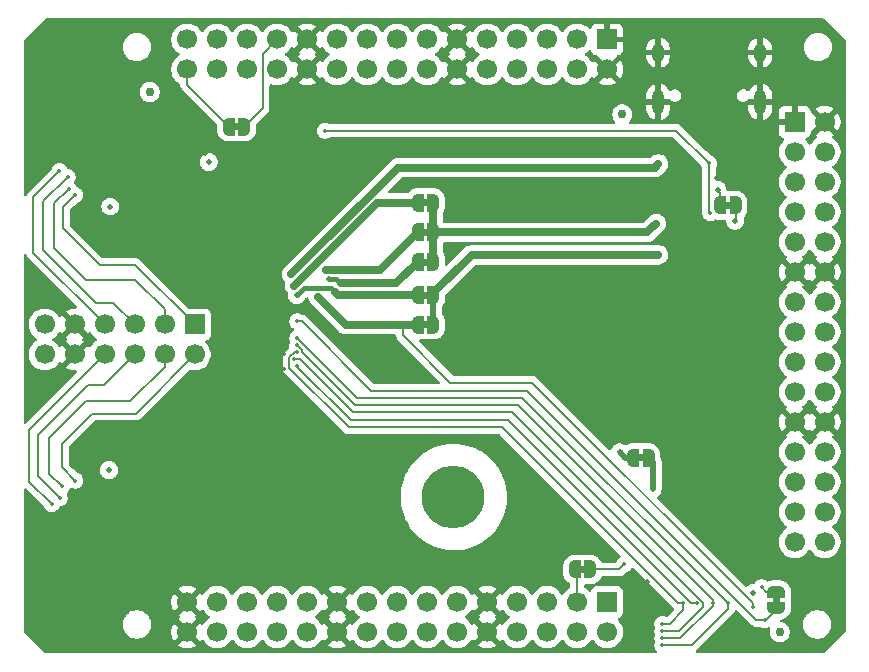
<source format=gbr>
%TF.GenerationSoftware,KiCad,Pcbnew,9.0.2*%
%TF.CreationDate,2025-11-14T17:37:25-08:00*%
%TF.ProjectId,nx-module-breakout,6e782d6d-6f64-4756-9c65-2d627265616b,rev?*%
%TF.SameCoordinates,Original*%
%TF.FileFunction,Copper,L4,Bot*%
%TF.FilePolarity,Positive*%
%FSLAX46Y46*%
G04 Gerber Fmt 4.6, Leading zero omitted, Abs format (unit mm)*
G04 Created by KiCad (PCBNEW 9.0.2) date 2025-11-14 17:37:25*
%MOMM*%
%LPD*%
G01*
G04 APERTURE LIST*
G04 Aperture macros list*
%AMFreePoly0*
4,1,23,0.000000,0.745722,0.065263,0.745722,0.191342,0.711940,0.304381,0.646677,0.396677,0.554381,0.461940,0.441342,0.495722,0.315263,0.495722,0.250000,0.500000,0.250000,0.500000,-0.250000,0.495722,-0.250000,0.495722,-0.315263,0.461940,-0.441342,0.396677,-0.554381,0.304381,-0.646677,0.191342,-0.711940,0.065263,-0.745722,0.000000,-0.745722,0.000000,-0.750000,-0.500000,-0.750000,
-0.500000,0.750000,0.000000,0.750000,0.000000,0.745722,0.000000,0.745722,$1*%
%AMFreePoly1*
4,1,23,0.500000,-0.750000,0.000000,-0.750000,0.000000,-0.745722,-0.065263,-0.745722,-0.191342,-0.711940,-0.304381,-0.646677,-0.396677,-0.554381,-0.461940,-0.441342,-0.495722,-0.315263,-0.495722,-0.250000,-0.500000,-0.250000,-0.500000,0.250000,-0.495722,0.250000,-0.495722,0.315263,-0.461940,0.441342,-0.396677,0.554381,-0.304381,0.646677,-0.191342,0.711940,-0.065263,0.745722,0.000000,0.745722,
0.000000,0.750000,0.500000,0.750000,0.500000,-0.750000,0.500000,-0.750000,$1*%
G04 Aperture macros list end*
%TA.AperFunction,EtchedComponent*%
%ADD10C,0.000000*%
%TD*%
%TA.AperFunction,ComponentPad*%
%ADD11C,5.300000*%
%TD*%
%TA.AperFunction,ComponentPad*%
%ADD12C,1.700000*%
%TD*%
%TA.AperFunction,ComponentPad*%
%ADD13R,1.700000X1.700000*%
%TD*%
%TA.AperFunction,HeatsinkPad*%
%ADD14O,1.000000X1.600000*%
%TD*%
%TA.AperFunction,HeatsinkPad*%
%ADD15O,1.000000X2.100000*%
%TD*%
%TA.AperFunction,SMDPad,CuDef*%
%ADD16C,0.750000*%
%TD*%
%TA.AperFunction,SMDPad,CuDef*%
%ADD17FreePoly0,180.000000*%
%TD*%
%TA.AperFunction,SMDPad,CuDef*%
%ADD18FreePoly1,180.000000*%
%TD*%
%TA.AperFunction,SMDPad,CuDef*%
%ADD19FreePoly0,0.000000*%
%TD*%
%TA.AperFunction,SMDPad,CuDef*%
%ADD20FreePoly1,0.000000*%
%TD*%
%TA.AperFunction,SMDPad,CuDef*%
%ADD21FreePoly0,270.000000*%
%TD*%
%TA.AperFunction,SMDPad,CuDef*%
%ADD22FreePoly1,270.000000*%
%TD*%
%TA.AperFunction,ViaPad*%
%ADD23C,0.508000*%
%TD*%
%TA.AperFunction,ViaPad*%
%ADD24C,0.355600*%
%TD*%
%TA.AperFunction,ViaPad*%
%ADD25C,0.500000*%
%TD*%
%TA.AperFunction,Conductor*%
%ADD26C,0.152146*%
%TD*%
%TA.AperFunction,Conductor*%
%ADD27C,0.381000*%
%TD*%
%TA.AperFunction,Conductor*%
%ADD28C,0.635000*%
%TD*%
%TA.AperFunction,Conductor*%
%ADD29C,0.508000*%
%TD*%
G04 APERTURE END LIST*
D10*
%TA.AperFunction,EtchedComponent*%
%TO.C,JP2*%
G36*
X148690000Y-104265002D02*
G01*
X148190000Y-104265002D01*
X148190000Y-103665002D01*
X148690000Y-103665002D01*
X148690000Y-104265002D01*
G37*
%TD.AperFunction*%
%TA.AperFunction,EtchedComponent*%
%TO.C,JP3*%
G36*
X148690000Y-106775002D02*
G01*
X148190000Y-106775002D01*
X148190000Y-106175002D01*
X148690000Y-106175002D01*
X148690000Y-106775002D01*
G37*
%TD.AperFunction*%
%TA.AperFunction,EtchedComponent*%
%TO.C,JP8*%
G36*
X132700000Y-95300000D02*
G01*
X132200000Y-95300000D01*
X132200000Y-94700000D01*
X132700000Y-94700000D01*
X132700000Y-95300000D01*
G37*
%TD.AperFunction*%
%TA.AperFunction,EtchedComponent*%
%TO.C,JP10*%
G36*
X166930000Y-123360000D02*
G01*
X166430000Y-123360000D01*
X166430000Y-122760000D01*
X166930000Y-122760000D01*
X166930000Y-123360000D01*
G37*
%TD.AperFunction*%
%TA.AperFunction,EtchedComponent*%
%TO.C,JP7*%
G36*
X174300000Y-101975002D02*
G01*
X173800000Y-101975002D01*
X173800000Y-101375002D01*
X174300000Y-101375002D01*
X174300000Y-101975002D01*
G37*
%TD.AperFunction*%
%TA.AperFunction,EtchedComponent*%
%TO.C,JP6*%
G36*
X178450000Y-135325002D02*
G01*
X177850000Y-135325002D01*
X177850000Y-134825002D01*
X178450000Y-134825002D01*
X178450000Y-135325002D01*
G37*
%TD.AperFunction*%
%TA.AperFunction,EtchedComponent*%
%TO.C,JP5*%
G36*
X148700000Y-112075002D02*
G01*
X148200000Y-112075002D01*
X148200000Y-111475002D01*
X148700000Y-111475002D01*
X148700000Y-112075002D01*
G37*
%TD.AperFunction*%
%TA.AperFunction,EtchedComponent*%
%TO.C,JP1*%
G36*
X148690000Y-101765002D02*
G01*
X148190000Y-101765002D01*
X148190000Y-101165002D01*
X148690000Y-101165002D01*
X148690000Y-101765002D01*
G37*
%TD.AperFunction*%
%TA.AperFunction,EtchedComponent*%
%TO.C,JP9*%
G36*
X161990000Y-132800000D02*
G01*
X161490000Y-132800000D01*
X161490000Y-132200000D01*
X161990000Y-132200000D01*
X161990000Y-132800000D01*
G37*
%TD.AperFunction*%
%TA.AperFunction,EtchedComponent*%
%TO.C,JP4*%
G36*
X148710000Y-109575002D02*
G01*
X148210000Y-109575002D01*
X148210000Y-108975002D01*
X148710000Y-108975002D01*
X148710000Y-109575002D01*
G37*
%TD.AperFunction*%
%TD*%
D11*
%TO.P,H5,1*%
%TO.N,N/C*%
X150800000Y-126400000D03*
%TD*%
D12*
%TO.P,J3,30,Pin_30*%
%TO.N,/SHUTDOWNn*%
X128270001Y-90170001D03*
%TO.P,J3,29,Pin_29*%
%TO.N,/P5VD_AON*%
X128270001Y-87630001D03*
%TO.P,J3,28,Pin_28*%
%TO.N,/PVIO5*%
X130810001Y-90170001D03*
%TO.P,J3,27,Pin_27*%
%TO.N,/P1V8D*%
X130810001Y-87630001D03*
%TO.P,J3,26,Pin_26*%
%TO.N,/PVIO3*%
X133350001Y-90170001D03*
%TO.P,J3,25,Pin_25*%
%TO.N,/PVIO1*%
X133350001Y-87630001D03*
%TO.P,J3,24,Pin_24*%
%TO.N,/P3V3D*%
X135890001Y-90170001D03*
%TO.P,J3,23,Pin_23*%
%TO.N,/FPGA_EN*%
X135890001Y-87630001D03*
%TO.P,J3,22,Pin_22*%
%TO.N,GND*%
X138430001Y-90170001D03*
%TO.P,J3,21,Pin_21*%
X138430001Y-87630001D03*
%TO.P,J3,20,Pin_20*%
%TO.N,/PR57A*%
X140970001Y-90170001D03*
%TO.P,J3,19,Pin_19*%
%TO.N,/PR9B*%
X140970001Y-87630001D03*
%TO.P,J3,18,Pin_18*%
%TO.N,/PT65B*%
X143510001Y-90170001D03*
%TO.P,J3,17,Pin_17*%
%TO.N,/PROGRAMn*%
X143510001Y-87630001D03*
%TO.P,J3,16,Pin_16*%
%TO.N,/DONE*%
X146050001Y-90170001D03*
%TO.P,J3,15,Pin_15*%
%TO.N,/MOSI*%
X146050001Y-87630001D03*
%TO.P,J3,14,Pin_14*%
%TO.N,/SCLK*%
X148590001Y-90170001D03*
%TO.P,J3,13,Pin_13*%
%TO.N,/TDI*%
X148590001Y-87630001D03*
%TO.P,J3,12,Pin_12*%
%TO.N,GND*%
X151130001Y-90170001D03*
%TO.P,J3,11,Pin_11*%
X151130001Y-87630001D03*
%TO.P,J3,10,Pin_10*%
%TO.N,/TDO*%
X153670001Y-90170001D03*
%TO.P,J3,9,Pin_9*%
%TO.N,/SD3*%
X153670001Y-87630001D03*
%TO.P,J3,8,Pin_8*%
%TO.N,/TMS*%
X156210001Y-90170001D03*
%TO.P,J3,7,Pin_7*%
%TO.N,/JTAG_EN*%
X156210001Y-87630001D03*
%TO.P,J3,6,Pin_6*%
%TO.N,/TCK*%
X158750001Y-90170001D03*
%TO.P,J3,5,Pin_5*%
%TO.N,/FLASH_CSn*%
X158750001Y-87630001D03*
%TO.P,J3,4,Pin_4*%
%TO.N,/MISO*%
X161290001Y-90170001D03*
%TO.P,J3,3,Pin_3*%
%TO.N,/SD2*%
X161290001Y-87630001D03*
%TO.P,J3,2,Pin_2*%
%TO.N,GND*%
X163830001Y-90170001D03*
D13*
%TO.P,J3,1,Pin_1*%
X163830001Y-87630001D03*
%TD*%
D12*
%TO.P,J1,30,Pin_30*%
%TO.N,/PR11N*%
X182245001Y-130175001D03*
%TO.P,J1,29,Pin_29*%
%TO.N,/PR11P*%
X179705001Y-130175001D03*
%TO.P,J1,28,Pin_28*%
%TO.N,/PR13N*%
X182245001Y-127635001D03*
%TO.P,J1,27,Pin_27*%
%TO.N,/PR13P*%
X179705001Y-127635001D03*
%TO.P,J1,26,Pin_26*%
%TO.N,/PB70P*%
X182245001Y-125095001D03*
%TO.P,J1,25,Pin_25*%
%TO.N,/PB70N*%
X179705001Y-125095001D03*
%TO.P,J1,24,Pin_24*%
%TO.N,/PB68N*%
X182245001Y-122555001D03*
%TO.P,J1,23,Pin_23*%
%TO.N,/PB68P*%
X179705001Y-122555001D03*
%TO.P,J1,22,Pin_22*%
%TO.N,GND*%
X182245001Y-120015001D03*
%TO.P,J1,21,Pin_21*%
X179705001Y-120015001D03*
%TO.P,J1,20,Pin_20*%
%TO.N,/PB66N*%
X182245001Y-117475001D03*
%TO.P,J1,19,Pin_19*%
%TO.N,/PB66P*%
X179705001Y-117475001D03*
%TO.P,J1,18,Pin_18*%
%TO.N,/PB64N*%
X182245001Y-114935001D03*
%TO.P,J1,17,Pin_17*%
%TO.N,/PB64P*%
X179705001Y-114935001D03*
%TO.P,J1,16,Pin_16*%
%TO.N,/PB62P*%
X182245001Y-112395001D03*
%TO.P,J1,15,Pin_15*%
%TO.N,/PB62N*%
X179705001Y-112395001D03*
%TO.P,J1,14,Pin_14*%
%TO.N,/PB56P*%
X182245001Y-109855001D03*
%TO.P,J1,13,Pin_13*%
%TO.N,/PB56N*%
X179705001Y-109855001D03*
%TO.P,J1,12,Pin_12*%
%TO.N,GND*%
X182245001Y-107315001D03*
%TO.P,J1,11,Pin_11*%
X179705001Y-107315001D03*
%TO.P,J1,10,Pin_10*%
%TO.N,/PB60N*%
X182245001Y-104775001D03*
%TO.P,J1,9,Pin_9*%
%TO.N,/PB60P*%
X179705001Y-104775001D03*
%TO.P,J1,8,Pin_8*%
%TO.N,/PB58N*%
X182245001Y-102235001D03*
%TO.P,J1,7,Pin_7*%
%TO.N,/PB58P*%
X179705001Y-102235001D03*
%TO.P,J1,6,Pin_6*%
%TO.N,unconnected-(J1-Pin_6-Pad6)*%
X182245001Y-99695001D03*
%TO.P,J1,5,Pin_5*%
%TO.N,unconnected-(J1-Pin_5-Pad5)*%
X179705001Y-99695001D03*
%TO.P,J1,4,Pin_4*%
%TO.N,unconnected-(J1-Pin_4-Pad4)*%
X182245001Y-97155001D03*
%TO.P,J1,3,Pin_3*%
%TO.N,unconnected-(J1-Pin_3-Pad3)*%
X179705001Y-97155001D03*
%TO.P,J1,2,Pin_2*%
%TO.N,GND*%
X182245001Y-94615001D03*
D13*
%TO.P,J1,1,Pin_1*%
X179705001Y-94615001D03*
%TD*%
D12*
%TO.P,J4,30,Pin_30*%
%TO.N,GND*%
X128270001Y-137795001D03*
%TO.P,J4,29,Pin_29*%
X128270001Y-135255001D03*
%TO.P,J4,28,Pin_28*%
%TO.N,/PR7N*%
X130810001Y-137795001D03*
%TO.P,J4,27,Pin_27*%
%TO.N,/PR7P*%
X130810001Y-135255001D03*
%TO.P,J4,26,Pin_26*%
%TO.N,/PT67N*%
X133350001Y-137795001D03*
%TO.P,J4,25,Pin_25*%
%TO.N,/PT67P*%
X133350001Y-135255001D03*
%TO.P,J4,24,Pin_24*%
%TO.N,/PB16P*%
X135890001Y-137795001D03*
%TO.P,J4,23,Pin_23*%
%TO.N,/PB16N*%
X135890001Y-135255001D03*
%TO.P,J4,22,Pin_22*%
%TO.N,/PB18P*%
X138430001Y-137795001D03*
%TO.P,J4,21,Pin_21*%
%TO.N,/PB18N*%
X138430001Y-135255001D03*
%TO.P,J4,20,Pin_20*%
%TO.N,GND*%
X140970001Y-137795001D03*
%TO.P,J4,19,Pin_19*%
X140970001Y-135255001D03*
%TO.P,J4,18,Pin_18*%
%TO.N,/PB20P*%
X143510001Y-137795001D03*
%TO.P,J4,17,Pin_17*%
%TO.N,/PB20N*%
X143510001Y-135255001D03*
%TO.P,J4,16,Pin_16*%
%TO.N,/PB26P*%
X146050001Y-137795001D03*
%TO.P,J4,15,Pin_15*%
%TO.N,/PB26N*%
X146050001Y-135255001D03*
%TO.P,J4,14,Pin_14*%
%TO.N,/PB30N*%
X148590001Y-137795001D03*
%TO.P,J4,13,Pin_13*%
%TO.N,/PB30P*%
X148590001Y-135255001D03*
%TO.P,J4,12,Pin_12*%
%TO.N,/PB28N*%
X151130001Y-137795001D03*
%TO.P,J4,11,Pin_11*%
%TO.N,/PB28P*%
X151130001Y-135255001D03*
%TO.P,J4,10,Pin_10*%
%TO.N,GND*%
X153670001Y-137795001D03*
%TO.P,J4,9,Pin_9*%
X153670001Y-135255001D03*
%TO.P,J4,8,Pin_8*%
%TO.N,/PB22N*%
X156210001Y-137795001D03*
%TO.P,J4,7,Pin_7*%
%TO.N,/PB22P*%
X156210001Y-135255001D03*
%TO.P,J4,6,Pin_6*%
%TO.N,/PB24P*%
X158750001Y-137795001D03*
%TO.P,J4,5,Pin_5*%
%TO.N,/PB24N*%
X158750001Y-135255001D03*
%TO.P,J4,4,Pin_4*%
%TO.N,/PB52B*%
X161290001Y-137795001D03*
%TO.P,J4,3,Pin_3*%
%TO.N,/PB52A*%
X161290001Y-135255001D03*
%TO.P,J4,2,Pin_2*%
%TO.N,/PB50B*%
X163830001Y-137795001D03*
D13*
%TO.P,J4,1,Pin_1*%
%TO.N,/PB50A*%
X163830001Y-135255001D03*
%TD*%
D12*
%TO.P,J8,12,Pin_12*%
%TO.N,/P3V3D*%
X116205000Y-114300000D03*
%TO.P,J8,11,Pin_11*%
X116205000Y-111760000D03*
%TO.P,J8,10,Pin_10*%
%TO.N,GND*%
X118745000Y-114300000D03*
%TO.P,J8,9,Pin_9*%
X118745000Y-111760000D03*
%TO.P,J8,8,Pin_8*%
%TO.N,/PWR_EN0*%
X121285000Y-114300000D03*
%TO.P,J8,7,Pin_7*%
%TO.N,/PWR_EN1*%
X121285000Y-111760000D03*
%TO.P,J8,6,Pin_6*%
%TO.N,/LED_EN0*%
X123825000Y-114300000D03*
%TO.P,J8,5,Pin_5*%
%TO.N,/LED_EN1*%
X123825000Y-111760000D03*
%TO.P,J8,4,Pin_4*%
%TO.N,/SCL0*%
X126365000Y-114300000D03*
%TO.P,J8,3,Pin_3*%
%TO.N,/SCL1*%
X126365000Y-111760000D03*
%TO.P,J8,2,Pin_2*%
%TO.N,/SDA0*%
X128905000Y-114300000D03*
D13*
%TO.P,J8,1,Pin_1*%
%TO.N,/SDA1*%
X128905000Y-111760000D03*
%TD*%
D14*
%TO.P,J9,S1,SHIELD*%
%TO.N,GND*%
X168140000Y-88735002D03*
D15*
X168140000Y-92915002D03*
D14*
X176780000Y-88735002D03*
D15*
X176780000Y-92915002D03*
%TD*%
D16*
%TO.P,FID6,*%
%TO.N,*%
X178435000Y-137795000D03*
%TD*%
D17*
%TO.P,JP2,2,B*%
%TO.N,/P1V8D*%
X147790000Y-103965002D03*
D18*
%TO.P,JP2,1,A*%
%TO.N,Net-(JP1-A)*%
X149090000Y-103965002D03*
%TD*%
D17*
%TO.P,JP3,2,B*%
%TO.N,/PVIO3*%
X147790000Y-106475002D03*
D18*
%TO.P,JP3,1,A*%
%TO.N,Net-(JP1-A)*%
X149090000Y-106475002D03*
%TD*%
D19*
%TO.P,JP8,2,B*%
%TO.N,/FPGA_EN*%
X133100000Y-95000000D03*
D20*
%TO.P,JP8,1,A*%
%TO.N,/SHUTDOWNn*%
X131800000Y-95000000D03*
%TD*%
D17*
%TO.P,JP10,2,B*%
%TO.N,/P1V8D*%
X166030001Y-123060000D03*
D18*
%TO.P,JP10,1,A*%
%TO.N,Net-(JP10-A)*%
X167329999Y-123060000D03*
%TD*%
D17*
%TO.P,JP7,2,B*%
%TO.N,/P5VD_AON*%
X173400001Y-101675002D03*
D18*
%TO.P,JP7,1,A*%
%TO.N,Net-(JP7-A)*%
X174699999Y-101675002D03*
%TD*%
D16*
%TO.P,FID4,*%
%TO.N,*%
X125095000Y-92075000D03*
%TD*%
D21*
%TO.P,JP6,2,B*%
%TO.N,/PROGRAMn*%
X178150000Y-135725001D03*
D22*
%TO.P,JP6,1,A*%
%TO.N,Net-(J10-Pin_10)*%
X178150000Y-134425003D03*
%TD*%
D17*
%TO.P,JP5,2,B*%
%TO.N,/PVIO1*%
X147800000Y-111775002D03*
D18*
%TO.P,JP5,1,A*%
%TO.N,Net-(JP4-A)*%
X149100000Y-111775002D03*
%TD*%
D16*
%TO.P,FID5,*%
%TO.N,*%
X165100000Y-93980000D03*
%TD*%
D17*
%TO.P,JP1,2,B*%
%TO.N,/PVIO5*%
X147790000Y-101465002D03*
D18*
%TO.P,JP1,1,A*%
%TO.N,Net-(JP1-A)*%
X149090000Y-101465002D03*
%TD*%
D19*
%TO.P,JP9,2,B*%
%TO.N,Net-(JP9-B)*%
X162389999Y-132500000D03*
D20*
%TO.P,JP9,1,A*%
%TO.N,/PB52A*%
X161090001Y-132500000D03*
%TD*%
D17*
%TO.P,JP4,2,B*%
%TO.N,/P3V3D*%
X147810000Y-109275002D03*
D18*
%TO.P,JP4,1,A*%
%TO.N,Net-(JP4-A)*%
X149110000Y-109275002D03*
%TD*%
D23*
%TO.N,GND*%
X166050000Y-116300000D03*
X170234000Y-98775002D03*
D24*
X119450000Y-90775002D03*
D23*
X129800000Y-97200000D03*
X166050000Y-107900000D03*
D24*
X136500000Y-113100000D03*
D23*
X170850000Y-103755002D03*
D24*
X119450000Y-99775002D03*
D23*
X166050000Y-110300000D03*
X173050000Y-103775002D03*
D24*
X119450000Y-127475002D03*
D23*
X119450000Y-130475002D03*
X136500000Y-110700000D03*
X119450000Y-93775002D03*
X166050000Y-109100000D03*
X166050000Y-111500000D03*
X166050000Y-117500000D03*
X119450000Y-131975002D03*
X173900000Y-139175002D03*
X119450000Y-95275002D03*
X167220000Y-133570000D03*
D24*
X166750000Y-96705002D03*
D23*
X170750000Y-99675002D03*
D24*
X136100000Y-107100000D03*
D25*
X173150000Y-99375002D03*
D23*
X166050000Y-115100000D03*
D24*
X136500000Y-116700000D03*
X136500000Y-115500000D03*
X136500000Y-111900000D03*
D23*
X166050000Y-113900000D03*
X166050000Y-118700000D03*
D24*
X136100000Y-109500000D03*
D23*
X119450000Y-133475002D03*
X119450000Y-128975002D03*
X166050000Y-112700000D03*
X119450000Y-92275002D03*
X136500000Y-117900000D03*
X165900000Y-136000000D03*
D24*
X119450000Y-125975002D03*
D23*
X119450000Y-96775002D03*
D24*
X136500000Y-114300000D03*
X119450000Y-134975002D03*
X119450000Y-98275002D03*
X136100000Y-108275001D03*
D23*
X170340000Y-102839002D03*
%TO.N,/PVIO3*%
X140246595Y-107871597D03*
D25*
%TO.N,/P5VD_AON*%
X168170000Y-98165002D03*
D23*
X173176000Y-100375002D03*
X137100000Y-107500000D03*
%TO.N,/P3V3D*%
X176200000Y-134475002D03*
X121650000Y-124075002D03*
X130100000Y-98000000D03*
X121750000Y-101775002D03*
X137550000Y-109275002D03*
D24*
%TO.N,/JTAG_EN*%
X137300000Y-114700000D03*
X168500000Y-137700000D03*
%TO.N,/TCK*%
X171450000Y-135375002D03*
X137600000Y-115300000D03*
%TO.N,/P1V8D*%
X164890000Y-122590000D03*
D23*
X140001974Y-107126976D03*
X146747501Y-105007501D03*
D24*
%TO.N,/FPGA_EN*%
X172450000Y-98115002D03*
X172570000Y-102305002D03*
X139950000Y-95345002D03*
D23*
%TO.N,/PVIO1*%
X139350000Y-109450355D03*
D24*
X176162501Y-135662501D03*
%TO.N,/TMS*%
X168500000Y-137100000D03*
X170250000Y-135375002D03*
X137600000Y-114100000D03*
%TO.N,/TDO*%
X168500000Y-138300000D03*
X172750000Y-135375002D03*
X137600000Y-113500000D03*
%TO.N,/TDI*%
X174050000Y-135375002D03*
X168500000Y-138900000D03*
X137600000Y-112900000D03*
%TO.N,/PROGRAMn*%
X177150000Y-136775002D03*
X137600000Y-111500000D03*
D23*
%TO.N,/PVIO5*%
X137350000Y-108475002D03*
D24*
%TO.N,/SCL0*%
X117640000Y-125475002D03*
%TO.N,/PWR_EN1*%
X117450000Y-98775002D03*
%TO.N,/SCL1*%
X118240000Y-100275002D03*
%TO.N,/LED_EN0*%
X117470000Y-126475002D03*
%TO.N,/SDA0*%
X118800921Y-124975002D03*
%TO.N,/SDA1*%
X118800921Y-100775002D03*
%TO.N,/LED_EN1*%
X118140000Y-99275002D03*
%TO.N,/PWR_EN0*%
X116790000Y-126975002D03*
D25*
%TO.N,Net-(JP1-A)*%
X167980000Y-103215002D03*
D23*
%TO.N,Net-(JP4-A)*%
X168170000Y-105865002D03*
D24*
%TO.N,Net-(J10-Pin_10)*%
X176900000Y-134025002D03*
D23*
%TO.N,Net-(JP7-A)*%
X174659999Y-102975002D03*
D24*
%TO.N,Net-(JP9-B)*%
X165280001Y-132070000D03*
D23*
%TO.N,Net-(JP10-A)*%
X167700000Y-125650000D03*
%TD*%
D26*
%TO.N,/PB52A*%
X161280000Y-132919999D02*
X161280000Y-135245000D01*
X161280000Y-135245000D02*
X161290001Y-135255001D01*
D27*
%TO.N,/PVIO3*%
X140846595Y-107871597D02*
X141250000Y-108275002D01*
D28*
X145989014Y-108275989D02*
X147790001Y-106475002D01*
D27*
X140246595Y-107871597D02*
X140846595Y-107871597D01*
D29*
X141250000Y-108275002D02*
X141250987Y-108275989D01*
D28*
X141250987Y-108275989D02*
X145989014Y-108275989D01*
D26*
%TO.N,/P5VD_AON*%
X173400001Y-100625001D02*
X173400001Y-101675002D01*
X173176000Y-100401000D02*
X173400001Y-100625001D01*
D28*
X137100000Y-107490002D02*
X146115000Y-98475002D01*
D26*
X173176000Y-100375002D02*
X173176000Y-100401000D01*
D28*
X167860000Y-98475002D02*
X168170000Y-98165002D01*
X146115000Y-98475002D02*
X167860000Y-98475002D01*
X137100000Y-107500000D02*
X137100000Y-107490002D01*
D27*
%TO.N,/P3V3D*%
X140350000Y-108675002D02*
X140450000Y-108675002D01*
X137550000Y-109275002D02*
X138150000Y-108675002D01*
X138150000Y-108675002D02*
X140350000Y-108675002D01*
D28*
X141050000Y-109275002D02*
X147810000Y-109275002D01*
X140750000Y-108975002D02*
X141050000Y-109275002D01*
D27*
X140450000Y-108675002D02*
X140750000Y-108975002D01*
D26*
%TO.N,/JTAG_EN*%
X168500000Y-137700000D02*
X169925002Y-137700000D01*
X169925002Y-137700000D02*
X171950000Y-135675002D01*
X155790050Y-119175002D02*
X142275002Y-119175002D01*
X142275002Y-119175002D02*
X137800000Y-114700000D01*
X171950000Y-135334952D02*
X155790050Y-119175002D01*
X137800000Y-114700000D02*
X137300000Y-114700000D01*
X171950000Y-135675002D02*
X171950000Y-135334952D01*
%TO.N,/TCK*%
X142150000Y-119875002D02*
X155450000Y-119875002D01*
X142150000Y-119875002D02*
X137600000Y-115325002D01*
X137600000Y-115325002D02*
X137600000Y-115300000D01*
X170950000Y-135375002D02*
X171450000Y-135375002D01*
X155450000Y-119875002D02*
X170950000Y-135375002D01*
D28*
%TO.N,/P1V8D*%
X140001974Y-107126976D02*
X144628027Y-107126976D01*
D29*
X166030001Y-123060000D02*
X165360000Y-123060000D01*
X165360000Y-123060000D02*
X164890000Y-122590000D01*
D28*
X144628027Y-107126976D02*
X146747501Y-105007501D01*
X146747501Y-105007501D02*
X147790001Y-103965002D01*
D26*
%TO.N,/FPGA_EN*%
X172570000Y-102305002D02*
X172450000Y-102185002D01*
X169680000Y-95345002D02*
X139950000Y-95345002D01*
X134650000Y-93450000D02*
X133100000Y-95000000D01*
X172450000Y-102185002D02*
X172450000Y-98115002D01*
X135890001Y-87630001D02*
X134650000Y-88870002D01*
X172450000Y-98115002D02*
X169680000Y-95345002D01*
X134650000Y-88870002D02*
X134650000Y-93450000D01*
%TO.N,/SHUTDOWNn*%
X128270001Y-90170001D02*
X128270001Y-91470001D01*
X128270001Y-91470001D02*
X131800000Y-95000000D01*
D28*
%TO.N,/PVIO1*%
X139350000Y-109450355D02*
X141674647Y-111775002D01*
D26*
X146540000Y-112685002D02*
X146540000Y-111775002D01*
X150530000Y-116675002D02*
X146540000Y-112685002D01*
D28*
X141674647Y-111775002D02*
X146540000Y-111775002D01*
D26*
X176150000Y-135375002D02*
X157450000Y-116675002D01*
X176150000Y-135650000D02*
X176150000Y-135375002D01*
X157450000Y-116675002D02*
X150530000Y-116675002D01*
D28*
X146540000Y-111775002D02*
X147800000Y-111775002D01*
D26*
X176162501Y-135662501D02*
X176150000Y-135650000D01*
%TO.N,/TMS*%
X169125002Y-137100000D02*
X170250000Y-135975002D01*
X141975002Y-120475002D02*
X136918127Y-115418127D01*
X170250000Y-135975002D02*
X170250000Y-135375002D01*
X136918127Y-115418127D02*
X136918127Y-114541823D01*
X154950000Y-120475002D02*
X141975002Y-120475002D01*
X137359950Y-114100000D02*
X137600000Y-114100000D01*
X169850000Y-135375002D02*
X154950000Y-120475002D01*
X136918127Y-114541823D02*
X137359950Y-114100000D01*
X170250000Y-135375002D02*
X169850000Y-135375002D01*
X168500000Y-137100000D02*
X169125002Y-137100000D01*
%TO.N,/TDO*%
X172750000Y-135075002D02*
X156250000Y-118575002D01*
X168500000Y-138300000D02*
X170021188Y-138300000D01*
X138000000Y-113900000D02*
X137600000Y-113500000D01*
X156250000Y-118575002D02*
X142475002Y-118575002D01*
X170021188Y-138300000D02*
X172750000Y-135571188D01*
X172750000Y-135571188D02*
X172750000Y-135375002D01*
X172750000Y-135375002D02*
X172750000Y-135075002D01*
X138000000Y-114100000D02*
X138000000Y-113900000D01*
X142475002Y-118575002D02*
X138000000Y-114100000D01*
%TO.N,/TDI*%
X168500000Y-138900000D02*
X171025002Y-138900000D01*
X171025002Y-138900000D02*
X174050000Y-135875002D01*
X156650000Y-117975002D02*
X142675002Y-117975002D01*
X174050000Y-135375002D02*
X156650000Y-117975002D01*
X174050000Y-135875002D02*
X174050000Y-135375002D01*
X142675002Y-117975002D02*
X137600000Y-112900000D01*
%TO.N,/PROGRAMn*%
X143850000Y-117375002D02*
X137974998Y-111500000D01*
X176450000Y-136775002D02*
X177150000Y-136775002D01*
X137974998Y-111500000D02*
X137600000Y-111500000D01*
X143850000Y-117375002D02*
X157050000Y-117375002D01*
X157050000Y-117375002D02*
X176450000Y-136775002D01*
X177299999Y-136775002D02*
X178350000Y-135725001D01*
X177150000Y-136775002D02*
X177299999Y-136775002D01*
X137556402Y-111500000D02*
X137528201Y-111471799D01*
X137600000Y-111500000D02*
X137556402Y-111500000D01*
D28*
%TO.N,/PVIO5*%
X144360000Y-101465002D02*
X147790000Y-101465002D01*
D27*
X147790001Y-101825001D02*
X147790001Y-101465002D01*
D28*
X137350000Y-108475002D02*
X144360000Y-101465002D01*
D26*
%TO.N,/SCL0*%
X123460000Y-118275002D02*
X126365000Y-115370002D01*
X117640000Y-125475002D02*
X116610000Y-124445002D01*
X126365000Y-115370002D02*
X126365000Y-114300000D01*
X116610000Y-121355002D02*
X119690000Y-118275002D01*
X116610000Y-124445002D02*
X116610000Y-121355002D01*
X119690000Y-118275002D02*
X123460000Y-118275002D01*
%TO.N,/PWR_EN1*%
X117450000Y-98775002D02*
X115220000Y-101005002D01*
X115220000Y-105695000D02*
X121285000Y-111760000D01*
X115220000Y-101005002D02*
X115220000Y-105695000D01*
%TO.N,/SCL1*%
X126365000Y-110490002D02*
X126365000Y-111760000D01*
X119710000Y-108005002D02*
X123880000Y-108005002D01*
X117010000Y-101505002D02*
X117010000Y-105305002D01*
X118240000Y-100275002D02*
X117010000Y-101505002D01*
X117010000Y-105305002D02*
X119710000Y-108005002D01*
X123880000Y-108005002D02*
X126365000Y-110490002D01*
%TO.N,/LED_EN0*%
X115620000Y-124625002D02*
X117470000Y-126475002D01*
X121229998Y-116895002D02*
X119850000Y-116895002D01*
X123825000Y-114300000D02*
X121229998Y-116895002D01*
X115620000Y-121125002D02*
X115620000Y-124625002D01*
X119850000Y-116895002D02*
X115620000Y-121125002D01*
%TO.N,/SDA0*%
X117660000Y-123834081D02*
X117660000Y-121865002D01*
X118800921Y-124975002D02*
X117660000Y-123834081D01*
X123899998Y-119305002D02*
X128905000Y-114300000D01*
X120220000Y-119305002D02*
X117660000Y-121865002D01*
X123899998Y-119305002D02*
X120220000Y-119305002D01*
%TO.N,/SDA1*%
X123860002Y-106715002D02*
X128905000Y-111760000D01*
X118800921Y-100775002D02*
X117770000Y-101805923D01*
X117770000Y-101805923D02*
X117770000Y-103594083D01*
X117770000Y-103594083D02*
X120890919Y-106715002D01*
X120890919Y-106715002D02*
X123860002Y-106715002D01*
%TO.N,/LED_EN1*%
X120514998Y-109930000D02*
X121995001Y-109930000D01*
X116080000Y-105495002D02*
X120514998Y-109930000D01*
X118140000Y-99275002D02*
X116080000Y-101335002D01*
X116080000Y-101335002D02*
X116080000Y-105495002D01*
X121995001Y-109930000D02*
X123825001Y-111760000D01*
%TO.N,/PWR_EN0*%
X116790000Y-126975002D02*
X114900000Y-125085002D01*
X114900000Y-125085002D02*
X114900000Y-120685000D01*
X114900000Y-120685000D02*
X121285000Y-114300000D01*
D28*
%TO.N,Net-(JP1-A)*%
X149089999Y-106475002D02*
X149089999Y-101465002D01*
X167960000Y-103215002D02*
X167980000Y-103215002D01*
X167210000Y-103965002D02*
X167580000Y-103595002D01*
X149090000Y-103965002D02*
X167210000Y-103965002D01*
X167580000Y-103595002D02*
X167960000Y-103215002D01*
D29*
%TO.N,Net-(JP4-A)*%
X149100000Y-109285002D02*
X149110000Y-109275002D01*
X149100000Y-111775002D02*
X149100000Y-109285002D01*
D28*
X149109999Y-109105002D02*
X152349999Y-105865002D01*
X152349999Y-105865002D02*
X166390000Y-105865002D01*
X166390000Y-105865002D02*
X168170000Y-105865002D01*
D26*
%TO.N,Net-(J10-Pin_10)*%
X178350000Y-134425003D02*
X178399999Y-134475002D01*
X177300001Y-134425003D02*
X178350000Y-134425003D01*
X176900000Y-134025002D02*
X177300001Y-134425003D01*
%TO.N,Net-(JP7-A)*%
X174699999Y-101675002D02*
X174699999Y-102935002D01*
X174699999Y-102935002D02*
X174659999Y-102975002D01*
%TO.N,Net-(JP9-B)*%
X164850001Y-132500000D02*
X165280001Y-132070000D01*
X162779999Y-132110000D02*
X162389999Y-132500000D01*
X162389999Y-132500000D02*
X164850001Y-132500000D01*
D29*
%TO.N,Net-(JP10-A)*%
X167700000Y-123430001D02*
X167329999Y-123060000D01*
X167700000Y-125650000D02*
X167700000Y-123430001D01*
%TD*%
%TA.AperFunction,Conductor*%
%TO.N,GND*%
G36*
X181779076Y-120207994D02*
G01*
X181844902Y-120322008D01*
X181937994Y-120415100D01*
X182052008Y-120480926D01*
X182115591Y-120497963D01*
X181483283Y-121130270D01*
X181483283Y-121130271D01*
X181537453Y-121169627D01*
X181537452Y-121169627D01*
X181546496Y-121174235D01*
X181597293Y-121222209D01*
X181614088Y-121290030D01*
X181591551Y-121356165D01*
X181546500Y-121395203D01*
X181537183Y-121399950D01*
X181365214Y-121524891D01*
X181214891Y-121675214D01*
X181089950Y-121847183D01*
X181085485Y-121855947D01*
X181037510Y-121906743D01*
X180969689Y-121923537D01*
X180903554Y-121900999D01*
X180864517Y-121855947D01*
X180860051Y-121847183D01*
X180735110Y-121675214D01*
X180584787Y-121524891D01*
X180412818Y-121399950D01*
X180403505Y-121395205D01*
X180352708Y-121347231D01*
X180335913Y-121279410D01*
X180358450Y-121213275D01*
X180403508Y-121174233D01*
X180412556Y-121169623D01*
X180466717Y-121130271D01*
X180466718Y-121130271D01*
X179834409Y-120497963D01*
X179897994Y-120480926D01*
X180012008Y-120415100D01*
X180105100Y-120322008D01*
X180170926Y-120207994D01*
X180187963Y-120144409D01*
X180820271Y-120776718D01*
X180820271Y-120776717D01*
X180859623Y-120722555D01*
X180864515Y-120712955D01*
X180912489Y-120662158D01*
X180980309Y-120645362D01*
X181046445Y-120667898D01*
X181085487Y-120712955D01*
X181090376Y-120722551D01*
X181129729Y-120776717D01*
X181762038Y-120144409D01*
X181779076Y-120207994D01*
G37*
%TD.AperFunction*%
%TA.AperFunction,Conductor*%
G36*
X181046445Y-118129000D02*
G01*
X181085487Y-118174057D01*
X181089952Y-118182821D01*
X181214891Y-118354787D01*
X181365214Y-118505110D01*
X181537180Y-118630049D01*
X181537182Y-118630050D01*
X181537185Y-118630052D01*
X181546494Y-118634795D01*
X181597291Y-118682767D01*
X181614088Y-118750588D01*
X181591553Y-118816723D01*
X181546506Y-118855761D01*
X181537447Y-118860377D01*
X181537441Y-118860381D01*
X181483283Y-118899728D01*
X181483283Y-118899729D01*
X182115592Y-119532038D01*
X182052008Y-119549076D01*
X181937994Y-119614902D01*
X181844902Y-119707994D01*
X181779076Y-119822008D01*
X181762038Y-119885592D01*
X181129729Y-119253283D01*
X181129728Y-119253283D01*
X181090381Y-119307441D01*
X181085484Y-119317052D01*
X181037507Y-119367846D01*
X180969685Y-119384639D01*
X180903551Y-119362099D01*
X180864517Y-119317049D01*
X180859627Y-119307453D01*
X180820271Y-119253283D01*
X180820270Y-119253283D01*
X180187963Y-119885591D01*
X180170926Y-119822008D01*
X180105100Y-119707994D01*
X180012008Y-119614902D01*
X179897994Y-119549076D01*
X179834410Y-119532038D01*
X180466717Y-118899729D01*
X180412548Y-118860374D01*
X180412548Y-118860373D01*
X180403501Y-118855764D01*
X180352707Y-118807789D01*
X180335913Y-118739967D01*
X180358452Y-118673833D01*
X180403509Y-118634794D01*
X180412817Y-118630052D01*
X180492008Y-118572516D01*
X180584787Y-118505110D01*
X180584789Y-118505107D01*
X180584793Y-118505105D01*
X180735105Y-118354793D01*
X180735107Y-118354789D01*
X180735110Y-118354787D01*
X180860049Y-118182821D01*
X180860048Y-118182821D01*
X180860052Y-118182817D01*
X180864515Y-118174055D01*
X180912489Y-118123260D01*
X180980309Y-118106464D01*
X181046445Y-118129000D01*
G37*
%TD.AperFunction*%
%TA.AperFunction,Conductor*%
G36*
X181779076Y-107507994D02*
G01*
X181844902Y-107622008D01*
X181937994Y-107715100D01*
X182052008Y-107780926D01*
X182115591Y-107797963D01*
X181483283Y-108430270D01*
X181483283Y-108430271D01*
X181537453Y-108469627D01*
X181537452Y-108469627D01*
X181546496Y-108474235D01*
X181597293Y-108522209D01*
X181614088Y-108590030D01*
X181591551Y-108656165D01*
X181546500Y-108695203D01*
X181537183Y-108699950D01*
X181365214Y-108824891D01*
X181214891Y-108975214D01*
X181089950Y-109147183D01*
X181085485Y-109155947D01*
X181037510Y-109206743D01*
X180969689Y-109223537D01*
X180903554Y-109200999D01*
X180864517Y-109155947D01*
X180860051Y-109147183D01*
X180735110Y-108975214D01*
X180584787Y-108824891D01*
X180412818Y-108699950D01*
X180403505Y-108695205D01*
X180352708Y-108647231D01*
X180335913Y-108579410D01*
X180358450Y-108513275D01*
X180403508Y-108474233D01*
X180412556Y-108469623D01*
X180466717Y-108430271D01*
X180466718Y-108430271D01*
X179834409Y-107797963D01*
X179897994Y-107780926D01*
X180012008Y-107715100D01*
X180105100Y-107622008D01*
X180170926Y-107507994D01*
X180187963Y-107444409D01*
X180820271Y-108076718D01*
X180820271Y-108076717D01*
X180859623Y-108022555D01*
X180864515Y-108012955D01*
X180912489Y-107962158D01*
X180980309Y-107945362D01*
X181046445Y-107967898D01*
X181085487Y-108012955D01*
X181090376Y-108022551D01*
X181129729Y-108076717D01*
X181762038Y-107444409D01*
X181779076Y-107507994D01*
G37*
%TD.AperFunction*%
%TA.AperFunction,Conductor*%
G36*
X181046445Y-105429000D02*
G01*
X181085487Y-105474057D01*
X181089952Y-105482821D01*
X181214891Y-105654787D01*
X181365214Y-105805110D01*
X181537180Y-105930049D01*
X181537182Y-105930050D01*
X181537185Y-105930052D01*
X181546494Y-105934795D01*
X181597291Y-105982767D01*
X181614088Y-106050588D01*
X181591553Y-106116723D01*
X181546506Y-106155761D01*
X181537447Y-106160377D01*
X181537441Y-106160381D01*
X181483283Y-106199728D01*
X181483283Y-106199729D01*
X182115592Y-106832038D01*
X182052008Y-106849076D01*
X181937994Y-106914902D01*
X181844902Y-107007994D01*
X181779076Y-107122008D01*
X181762038Y-107185592D01*
X181129729Y-106553283D01*
X181129728Y-106553283D01*
X181090381Y-106607441D01*
X181085484Y-106617052D01*
X181037507Y-106667846D01*
X180969685Y-106684639D01*
X180903551Y-106662099D01*
X180864517Y-106617049D01*
X180859627Y-106607453D01*
X180820271Y-106553283D01*
X180820270Y-106553283D01*
X180187963Y-107185591D01*
X180170926Y-107122008D01*
X180105100Y-107007994D01*
X180012008Y-106914902D01*
X179897994Y-106849076D01*
X179834410Y-106832038D01*
X180466717Y-106199729D01*
X180412548Y-106160374D01*
X180412548Y-106160373D01*
X180403501Y-106155764D01*
X180352707Y-106107789D01*
X180335913Y-106039967D01*
X180358452Y-105973833D01*
X180403509Y-105934794D01*
X180412817Y-105930052D01*
X180546484Y-105832938D01*
X180584787Y-105805110D01*
X180584789Y-105805107D01*
X180584793Y-105805105D01*
X180735105Y-105654793D01*
X180735107Y-105654789D01*
X180735110Y-105654787D01*
X180860049Y-105482821D01*
X180860048Y-105482821D01*
X180860052Y-105482817D01*
X180864515Y-105474055D01*
X180912489Y-105423260D01*
X180980309Y-105406464D01*
X181046445Y-105429000D01*
G37*
%TD.AperFunction*%
%TA.AperFunction,Conductor*%
G36*
X181779076Y-94807994D02*
G01*
X181844902Y-94922008D01*
X181937994Y-95015100D01*
X182052008Y-95080926D01*
X182115591Y-95097963D01*
X181483283Y-95730270D01*
X181483283Y-95730271D01*
X181537453Y-95769627D01*
X181537452Y-95769627D01*
X181546496Y-95774235D01*
X181597293Y-95822209D01*
X181614088Y-95890030D01*
X181591551Y-95956165D01*
X181546500Y-95995203D01*
X181537183Y-95999950D01*
X181365214Y-96124891D01*
X181214891Y-96275214D01*
X181089950Y-96447183D01*
X181085485Y-96455947D01*
X181037510Y-96506743D01*
X180969689Y-96523537D01*
X180903554Y-96500999D01*
X180864517Y-96455947D01*
X180860051Y-96447183D01*
X180735110Y-96275214D01*
X180621182Y-96161286D01*
X180587697Y-96099963D01*
X180592681Y-96030271D01*
X180634553Y-95974338D01*
X180665530Y-95957423D01*
X180797087Y-95908355D01*
X180797094Y-95908351D01*
X180912188Y-95822191D01*
X180912191Y-95822188D01*
X180998351Y-95707094D01*
X180998355Y-95707087D01*
X181048599Y-95572376D01*
X181057502Y-95489557D01*
X181060551Y-95489884D01*
X181059643Y-95472985D01*
X181092643Y-95413803D01*
X181762038Y-94744409D01*
X181779076Y-94807994D01*
G37*
%TD.AperFunction*%
%TA.AperFunction,Conductor*%
G36*
X137964076Y-87822994D02*
G01*
X138029902Y-87937008D01*
X138122994Y-88030100D01*
X138237008Y-88095926D01*
X138300592Y-88112963D01*
X137699972Y-88713582D01*
X137778712Y-88830896D01*
X137779921Y-88834730D01*
X137782845Y-88837492D01*
X137790344Y-88867779D01*
X137799728Y-88897530D01*
X137798672Y-88901409D01*
X137799639Y-88905313D01*
X137789574Y-88934845D01*
X137781384Y-88964948D01*
X137778398Y-88967641D01*
X137777101Y-88971448D01*
X137732052Y-89010484D01*
X137722441Y-89015381D01*
X137668283Y-89054728D01*
X137668283Y-89054729D01*
X138300592Y-89687038D01*
X138237008Y-89704076D01*
X138122994Y-89769902D01*
X138029902Y-89862994D01*
X137964076Y-89977008D01*
X137947038Y-90040592D01*
X137314729Y-89408283D01*
X137314728Y-89408283D01*
X137275381Y-89462441D01*
X137275377Y-89462447D01*
X137270761Y-89471506D01*
X137222782Y-89522298D01*
X137154960Y-89539088D01*
X137088827Y-89516544D01*
X137049795Y-89471494D01*
X137045052Y-89462185D01*
X137045050Y-89462182D01*
X137045049Y-89462180D01*
X136920110Y-89290214D01*
X136769787Y-89139891D01*
X136597821Y-89014952D01*
X136597116Y-89014592D01*
X136589055Y-89010486D01*
X136538260Y-88962513D01*
X136521464Y-88894693D01*
X136544000Y-88828557D01*
X136589055Y-88789516D01*
X136597817Y-88785052D01*
X136652571Y-88745271D01*
X136769787Y-88660110D01*
X136769789Y-88660107D01*
X136769793Y-88660105D01*
X136920105Y-88509793D01*
X136920107Y-88509789D01*
X136920110Y-88509787D01*
X137005891Y-88391718D01*
X137045052Y-88337817D01*
X137049794Y-88328509D01*
X137097764Y-88277712D01*
X137165584Y-88260912D01*
X137231720Y-88283446D01*
X137270764Y-88328501D01*
X137275374Y-88337548D01*
X137314729Y-88391717D01*
X137947038Y-87759409D01*
X137964076Y-87822994D01*
G37*
%TD.AperFunction*%
%TA.AperFunction,Conductor*%
G36*
X150664076Y-87822994D02*
G01*
X150729902Y-87937008D01*
X150822994Y-88030100D01*
X150937008Y-88095926D01*
X151000592Y-88112963D01*
X150399972Y-88713582D01*
X150478712Y-88830896D01*
X150479921Y-88834730D01*
X150482845Y-88837492D01*
X150490344Y-88867779D01*
X150499728Y-88897530D01*
X150498672Y-88901409D01*
X150499639Y-88905313D01*
X150489574Y-88934845D01*
X150481384Y-88964948D01*
X150478398Y-88967641D01*
X150477101Y-88971448D01*
X150432052Y-89010484D01*
X150422441Y-89015381D01*
X150368283Y-89054728D01*
X150368283Y-89054729D01*
X151000592Y-89687038D01*
X150937008Y-89704076D01*
X150822994Y-89769902D01*
X150729902Y-89862994D01*
X150664076Y-89977008D01*
X150647038Y-90040592D01*
X150014729Y-89408283D01*
X150014728Y-89408283D01*
X149975381Y-89462441D01*
X149975377Y-89462447D01*
X149970761Y-89471506D01*
X149922782Y-89522298D01*
X149854960Y-89539088D01*
X149788827Y-89516544D01*
X149749795Y-89471494D01*
X149745052Y-89462185D01*
X149745050Y-89462182D01*
X149745049Y-89462180D01*
X149620110Y-89290214D01*
X149469787Y-89139891D01*
X149297821Y-89014952D01*
X149297116Y-89014592D01*
X149289055Y-89010486D01*
X149238260Y-88962513D01*
X149221464Y-88894693D01*
X149244000Y-88828557D01*
X149289055Y-88789516D01*
X149297817Y-88785052D01*
X149352571Y-88745271D01*
X149469787Y-88660110D01*
X149469789Y-88660107D01*
X149469793Y-88660105D01*
X149620105Y-88509793D01*
X149620107Y-88509789D01*
X149620110Y-88509787D01*
X149705891Y-88391718D01*
X149745052Y-88337817D01*
X149749794Y-88328509D01*
X149797764Y-88277712D01*
X149865584Y-88260912D01*
X149931720Y-88283446D01*
X149970764Y-88328501D01*
X149975374Y-88337548D01*
X150014729Y-88391717D01*
X150647038Y-87759409D01*
X150664076Y-87822994D01*
G37*
%TD.AperFunction*%
%TA.AperFunction,Conductor*%
G36*
X162414729Y-88517681D02*
G01*
X162470663Y-88559552D01*
X162487578Y-88590529D01*
X162536647Y-88722089D01*
X162536650Y-88722094D01*
X162622810Y-88837188D01*
X162622813Y-88837191D01*
X162737907Y-88923351D01*
X162737914Y-88923355D01*
X162872621Y-88973597D01*
X162872620Y-88973597D01*
X162955445Y-88982502D01*
X162955117Y-88985551D01*
X162972015Y-88984643D01*
X163031197Y-89017643D01*
X163700592Y-89687038D01*
X163637008Y-89704076D01*
X163522994Y-89769902D01*
X163429902Y-89862994D01*
X163364076Y-89977008D01*
X163347038Y-90040592D01*
X162714729Y-89408283D01*
X162714728Y-89408283D01*
X162675381Y-89462441D01*
X162675377Y-89462447D01*
X162670761Y-89471506D01*
X162622782Y-89522298D01*
X162554960Y-89539088D01*
X162488827Y-89516544D01*
X162449795Y-89471494D01*
X162445052Y-89462185D01*
X162445050Y-89462182D01*
X162445049Y-89462180D01*
X162320110Y-89290214D01*
X162169787Y-89139891D01*
X161997821Y-89014952D01*
X161997116Y-89014592D01*
X161989055Y-89010486D01*
X161938260Y-88962513D01*
X161921464Y-88894693D01*
X161944000Y-88828557D01*
X161989055Y-88789516D01*
X161997817Y-88785052D01*
X162084479Y-88722089D01*
X162169785Y-88660111D01*
X162169785Y-88660110D01*
X162169793Y-88660105D01*
X162283718Y-88546179D01*
X162345037Y-88512697D01*
X162414729Y-88517681D01*
G37*
%TD.AperFunction*%
%TA.AperFunction,Conductor*%
G36*
X139545271Y-88391718D02*
G01*
X139545271Y-88391717D01*
X139584623Y-88337556D01*
X139589233Y-88328508D01*
X139637206Y-88277710D01*
X139705026Y-88260913D01*
X139771162Y-88283448D01*
X139810205Y-88328505D01*
X139814950Y-88337818D01*
X139939891Y-88509787D01*
X140090214Y-88660110D01*
X140262183Y-88785051D01*
X140270947Y-88789517D01*
X140321743Y-88837492D01*
X140338537Y-88905313D01*
X140315999Y-88971448D01*
X140270947Y-89010485D01*
X140262183Y-89014950D01*
X140090214Y-89139891D01*
X139939891Y-89290214D01*
X139814950Y-89462183D01*
X139810203Y-89471500D01*
X139762228Y-89522294D01*
X139694406Y-89539088D01*
X139628272Y-89516549D01*
X139589235Y-89471496D01*
X139584627Y-89462453D01*
X139545271Y-89408283D01*
X139545270Y-89408283D01*
X138912963Y-90040591D01*
X138895926Y-89977008D01*
X138830100Y-89862994D01*
X138737008Y-89769902D01*
X138622994Y-89704076D01*
X138559410Y-89687038D01*
X139191717Y-89054729D01*
X139137551Y-89015376D01*
X139127955Y-89010487D01*
X139077158Y-88962513D01*
X139060362Y-88894693D01*
X139082898Y-88828557D01*
X139127955Y-88789515D01*
X139137555Y-88784623D01*
X139191717Y-88745271D01*
X139191718Y-88745271D01*
X138559409Y-88112963D01*
X138622994Y-88095926D01*
X138737008Y-88030100D01*
X138830100Y-87937008D01*
X138895926Y-87822994D01*
X138912963Y-87759409D01*
X139545271Y-88391718D01*
G37*
%TD.AperFunction*%
%TA.AperFunction,Conductor*%
G36*
X152245271Y-88391718D02*
G01*
X152245271Y-88391717D01*
X152284623Y-88337556D01*
X152289233Y-88328508D01*
X152337206Y-88277710D01*
X152405026Y-88260913D01*
X152471162Y-88283448D01*
X152510205Y-88328505D01*
X152514950Y-88337818D01*
X152639891Y-88509787D01*
X152790214Y-88660110D01*
X152962183Y-88785051D01*
X152970947Y-88789517D01*
X153021743Y-88837492D01*
X153038537Y-88905313D01*
X153015999Y-88971448D01*
X152970947Y-89010485D01*
X152962183Y-89014950D01*
X152790214Y-89139891D01*
X152639891Y-89290214D01*
X152514950Y-89462183D01*
X152510203Y-89471500D01*
X152462228Y-89522294D01*
X152394406Y-89539088D01*
X152328272Y-89516549D01*
X152289235Y-89471496D01*
X152284627Y-89462453D01*
X152245271Y-89408283D01*
X152245270Y-89408283D01*
X151612963Y-90040591D01*
X151595926Y-89977008D01*
X151530100Y-89862994D01*
X151437008Y-89769902D01*
X151322994Y-89704076D01*
X151259410Y-89687038D01*
X151891717Y-89054729D01*
X151837551Y-89015376D01*
X151827955Y-89010487D01*
X151777158Y-88962513D01*
X151760362Y-88894693D01*
X151782898Y-88828557D01*
X151827955Y-88789515D01*
X151837555Y-88784623D01*
X151891717Y-88745271D01*
X151891718Y-88745271D01*
X151259409Y-88112963D01*
X151322994Y-88095926D01*
X151437008Y-88030100D01*
X151530100Y-87937008D01*
X151595926Y-87822994D01*
X151612963Y-87759410D01*
X152245271Y-88391718D01*
G37*
%TD.AperFunction*%
%TA.AperFunction,Conductor*%
G36*
X182207865Y-85872185D02*
G01*
X182228507Y-85888819D01*
X183986181Y-87646493D01*
X184019666Y-87707816D01*
X184022500Y-87734174D01*
X184022500Y-137690826D01*
X184002815Y-137757865D01*
X183986181Y-137778507D01*
X182228507Y-139536181D01*
X182167184Y-139569666D01*
X182140826Y-139572500D01*
X171467261Y-139572500D01*
X171400222Y-139552815D01*
X171354467Y-139500011D01*
X171344523Y-139430853D01*
X171373548Y-139367297D01*
X171379580Y-139360819D01*
X172945399Y-137795000D01*
X174511373Y-136229026D01*
X174587280Y-136097551D01*
X174609856Y-136013295D01*
X174646220Y-135953637D01*
X174709067Y-135923108D01*
X174778442Y-135931403D01*
X174817311Y-135957710D01*
X176095976Y-137236375D01*
X176227451Y-137312282D01*
X176374093Y-137351575D01*
X176525907Y-137351575D01*
X176754378Y-137351575D01*
X176821417Y-137371260D01*
X176823263Y-137372468D01*
X176828704Y-137376104D01*
X176952147Y-137427235D01*
X176984237Y-137433618D01*
X177083190Y-137453302D01*
X177083193Y-137453302D01*
X177216809Y-137453302D01*
X177282777Y-137440179D01*
X177347853Y-137427235D01*
X177456234Y-137382342D01*
X177525699Y-137374874D01*
X177588179Y-137406149D01*
X177623831Y-137466238D01*
X177621337Y-137536063D01*
X177618249Y-137544345D01*
X177617186Y-137546911D01*
X177617182Y-137546925D01*
X177584500Y-137711228D01*
X177584500Y-137878771D01*
X177617182Y-138043074D01*
X177617184Y-138043082D01*
X177681295Y-138197860D01*
X177774373Y-138337162D01*
X177892837Y-138455626D01*
X177963467Y-138502819D01*
X178032137Y-138548703D01*
X178032138Y-138548703D01*
X178032139Y-138548704D01*
X178051484Y-138556717D01*
X178186918Y-138612816D01*
X178351228Y-138645499D01*
X178351232Y-138645500D01*
X178351233Y-138645500D01*
X178518768Y-138645500D01*
X178518769Y-138645499D01*
X178683082Y-138612816D01*
X178837863Y-138548703D01*
X178977162Y-138455626D01*
X179095626Y-138337162D01*
X179188703Y-138197863D01*
X179252816Y-138043082D01*
X179285500Y-137878767D01*
X179285500Y-137711233D01*
X179252816Y-137546918D01*
X179188703Y-137392137D01*
X179146567Y-137329076D01*
X179095626Y-137252837D01*
X178977162Y-137134373D01*
X178874105Y-137065513D01*
X180409500Y-137065513D01*
X180409500Y-137254486D01*
X180439059Y-137441118D01*
X180497454Y-137620836D01*
X180571831Y-137766807D01*
X180583240Y-137789199D01*
X180694310Y-137942073D01*
X180827927Y-138075690D01*
X180980801Y-138186760D01*
X181060347Y-138227290D01*
X181149163Y-138272545D01*
X181149165Y-138272545D01*
X181149168Y-138272547D01*
X181218274Y-138295001D01*
X181328881Y-138330940D01*
X181515514Y-138360500D01*
X181515519Y-138360500D01*
X181704486Y-138360500D01*
X181891118Y-138330940D01*
X182070832Y-138272547D01*
X182239199Y-138186760D01*
X182392073Y-138075690D01*
X182525690Y-137942073D01*
X182636760Y-137789199D01*
X182722547Y-137620832D01*
X182780940Y-137441118D01*
X182783965Y-137422018D01*
X182810500Y-137254486D01*
X182810500Y-137065513D01*
X182780940Y-136878881D01*
X182732728Y-136730501D01*
X182722547Y-136699168D01*
X182722545Y-136699165D01*
X182722545Y-136699163D01*
X182665656Y-136587513D01*
X182636760Y-136530801D01*
X182525690Y-136377927D01*
X182392073Y-136244310D01*
X182239199Y-136133240D01*
X182070836Y-136047454D01*
X181891118Y-135989059D01*
X181704486Y-135959500D01*
X181704481Y-135959500D01*
X181515519Y-135959500D01*
X181515514Y-135959500D01*
X181328881Y-135989059D01*
X181149163Y-136047454D01*
X180980800Y-136133240D01*
X180909642Y-136184940D01*
X180827927Y-136244310D01*
X180827925Y-136244312D01*
X180827924Y-136244312D01*
X180694312Y-136377924D01*
X180694312Y-136377925D01*
X180694310Y-136377927D01*
X180670970Y-136410052D01*
X180583240Y-136530800D01*
X180497454Y-136699163D01*
X180439059Y-136878881D01*
X180409500Y-137065513D01*
X178874105Y-137065513D01*
X178837860Y-137041295D01*
X178683082Y-136977184D01*
X178683076Y-136977182D01*
X178586932Y-136958058D01*
X178525022Y-136925673D01*
X178490447Y-136864957D01*
X178494187Y-136795188D01*
X178535054Y-136738516D01*
X178592750Y-136714420D01*
X178592680Y-136714068D01*
X178594425Y-136713720D01*
X178594950Y-136713501D01*
X178596662Y-136713276D01*
X178723829Y-136679201D01*
X178845743Y-136628702D01*
X178959757Y-136562876D01*
X179064449Y-136482542D01*
X179157541Y-136389450D01*
X179237875Y-136284758D01*
X179303701Y-136170744D01*
X179354200Y-136048830D01*
X179388275Y-135921663D01*
X179405500Y-135790827D01*
X179405500Y-135225001D01*
X179400355Y-135153061D01*
X179389396Y-135115741D01*
X179385636Y-135063160D01*
X179385938Y-135061061D01*
X179405500Y-134925003D01*
X179405500Y-134359177D01*
X179388275Y-134228341D01*
X179354200Y-134101174D01*
X179303701Y-133979260D01*
X179303698Y-133979255D01*
X179303697Y-133979252D01*
X179303696Y-133979251D01*
X179237879Y-133865253D01*
X179237875Y-133865246D01*
X179157541Y-133760554D01*
X179064449Y-133667462D01*
X179061753Y-133665393D01*
X178959767Y-133587135D01*
X178959749Y-133587123D01*
X178845751Y-133521306D01*
X178845750Y-133521305D01*
X178812528Y-133507544D01*
X178723829Y-133470803D01*
X178596662Y-133436728D01*
X178596661Y-133436727D01*
X178596658Y-133436727D01*
X178465833Y-133419503D01*
X178465826Y-133419503D01*
X177834174Y-133419503D01*
X177834166Y-133419503D01*
X177703341Y-133436727D01*
X177576167Y-133470804D01*
X177460695Y-133518634D01*
X177391226Y-133526103D01*
X177337588Y-133501318D01*
X177337456Y-133501516D01*
X177336199Y-133500676D01*
X177334582Y-133499929D01*
X177332395Y-133498134D01*
X177221298Y-133423901D01*
X177221296Y-133423900D01*
X177097854Y-133372769D01*
X177097846Y-133372767D01*
X176966809Y-133346702D01*
X176966807Y-133346702D01*
X176833193Y-133346702D01*
X176833191Y-133346702D01*
X176702153Y-133372767D01*
X176702145Y-133372769D01*
X176578703Y-133423900D01*
X176578701Y-133423901D01*
X176467609Y-133498131D01*
X176467605Y-133498134D01*
X176373132Y-133592607D01*
X176373129Y-133592611D01*
X176324498Y-133665393D01*
X176270886Y-133710198D01*
X176221396Y-133720502D01*
X176125683Y-133720502D01*
X175979927Y-133749495D01*
X175979919Y-133749497D01*
X175842608Y-133806373D01*
X175719035Y-133888941D01*
X175719027Y-133888948D01*
X175686865Y-133921110D01*
X175625541Y-133954595D01*
X175555850Y-133949609D01*
X175511504Y-133921109D01*
X168075291Y-126484896D01*
X168041806Y-126423573D01*
X168046790Y-126353881D01*
X168088662Y-126297948D01*
X168094082Y-126294113D01*
X168160028Y-126250049D01*
X168180966Y-126236059D01*
X168286059Y-126130966D01*
X168368629Y-126007390D01*
X168425505Y-125870080D01*
X168454500Y-125724312D01*
X168454500Y-123355689D01*
X168425505Y-123209921D01*
X168368629Y-123072611D01*
X168356395Y-123054302D01*
X168335519Y-122987625D01*
X168335499Y-122985413D01*
X168335499Y-122744180D01*
X168335498Y-122744166D01*
X168324587Y-122661288D01*
X168318274Y-122613338D01*
X168284199Y-122486171D01*
X168233700Y-122364257D01*
X168233697Y-122364252D01*
X168233696Y-122364249D01*
X168233695Y-122364248D01*
X168167878Y-122250250D01*
X168167874Y-122250243D01*
X168159063Y-122238761D01*
X168087543Y-122145555D01*
X168087540Y-122145551D01*
X167994448Y-122052459D01*
X167973766Y-122036589D01*
X167889766Y-121972132D01*
X167889748Y-121972120D01*
X167775750Y-121906303D01*
X167775749Y-121906302D01*
X167768803Y-121903425D01*
X167653828Y-121855800D01*
X167526661Y-121821725D01*
X167526660Y-121821724D01*
X167526657Y-121821724D01*
X167395832Y-121804500D01*
X167395825Y-121804500D01*
X166829999Y-121804500D01*
X166829996Y-121804500D01*
X166758059Y-121809644D01*
X166720737Y-121820603D01*
X166668158Y-121824363D01*
X166530001Y-121804500D01*
X165964175Y-121804500D01*
X165964167Y-121804500D01*
X165833342Y-121821724D01*
X165706171Y-121855800D01*
X165584250Y-121906302D01*
X165584249Y-121906303D01*
X165470253Y-121972118D01*
X165466878Y-121974375D01*
X165466729Y-121974153D01*
X165466729Y-121974154D01*
X165466720Y-121974139D01*
X165465945Y-121972980D01*
X165407192Y-121995692D01*
X165338748Y-121981652D01*
X165327989Y-121975225D01*
X165247392Y-121921372D01*
X165247391Y-121921371D01*
X165247389Y-121921370D01*
X165247386Y-121921368D01*
X165247381Y-121921366D01*
X165110083Y-121864496D01*
X165110073Y-121864493D01*
X164964314Y-121835499D01*
X164964312Y-121835499D01*
X164815688Y-121835499D01*
X164815686Y-121835499D01*
X164669926Y-121864493D01*
X164669916Y-121864496D01*
X164532618Y-121921366D01*
X164532607Y-121921372D01*
X164409031Y-122003942D01*
X164303942Y-122109031D01*
X164221372Y-122232607D01*
X164221368Y-122232614D01*
X164175710Y-122342845D01*
X164131869Y-122397248D01*
X164065575Y-122419313D01*
X163997876Y-122402034D01*
X163973468Y-122383073D01*
X157804025Y-116213630D01*
X157804024Y-116213629D01*
X157672551Y-116137723D01*
X157672550Y-116137722D01*
X157635888Y-116127898D01*
X157525907Y-116098429D01*
X157525904Y-116098429D01*
X150820186Y-116098429D01*
X150753147Y-116078744D01*
X150732505Y-116062110D01*
X147912578Y-113242183D01*
X147879093Y-113180860D01*
X147884077Y-113111168D01*
X147925949Y-113055235D01*
X147991413Y-113030818D01*
X148000259Y-113030502D01*
X148300000Y-113030502D01*
X148371940Y-113025357D01*
X148409259Y-113014398D01*
X148461841Y-113010638D01*
X148600000Y-113030502D01*
X148600003Y-113030502D01*
X149165819Y-113030502D01*
X149165826Y-113030502D01*
X149296662Y-113013277D01*
X149423829Y-112979202D01*
X149545743Y-112928703D01*
X149659757Y-112862877D01*
X149764449Y-112782543D01*
X149857541Y-112689451D01*
X149937875Y-112584759D01*
X150003701Y-112470745D01*
X150054200Y-112348831D01*
X150088275Y-112221664D01*
X150105500Y-112090828D01*
X150105500Y-111459176D01*
X150088275Y-111328340D01*
X150054200Y-111201173D01*
X150003701Y-111079259D01*
X150003698Y-111079254D01*
X150003697Y-111079251D01*
X150003696Y-111079250D01*
X149937879Y-110965252D01*
X149937875Y-110965245D01*
X149937867Y-110965234D01*
X149880125Y-110889984D01*
X149854930Y-110824815D01*
X149854500Y-110814497D01*
X149854500Y-110248538D01*
X149874185Y-110181499D01*
X149880113Y-110173066D01*
X149947875Y-110084759D01*
X150013701Y-109970745D01*
X150064200Y-109848831D01*
X150098275Y-109721664D01*
X150115500Y-109590828D01*
X150115500Y-109307690D01*
X150135185Y-109240651D01*
X150151819Y-109220009D01*
X152652507Y-106719321D01*
X152713830Y-106685836D01*
X152740188Y-106683002D01*
X168250567Y-106683002D01*
X168250568Y-106683001D01*
X168408602Y-106651567D01*
X168557468Y-106589904D01*
X168691445Y-106500384D01*
X168805382Y-106386447D01*
X168894902Y-106252470D01*
X168956565Y-106103604D01*
X168988000Y-105945568D01*
X168988000Y-105784436D01*
X168956565Y-105626400D01*
X168925733Y-105551967D01*
X168894903Y-105477535D01*
X168805380Y-105343554D01*
X168691447Y-105229621D01*
X168557466Y-105140098D01*
X168408602Y-105078437D01*
X168408594Y-105078435D01*
X168250570Y-105047002D01*
X168250566Y-105047002D01*
X166470566Y-105047002D01*
X152269433Y-105047002D01*
X152269428Y-105047002D01*
X152111404Y-105078435D01*
X152111392Y-105078438D01*
X151962537Y-105140095D01*
X151962524Y-105140102D01*
X151828554Y-105229619D01*
X151828550Y-105229622D01*
X150307181Y-106750992D01*
X150245858Y-106784477D01*
X150176166Y-106779493D01*
X150120233Y-106737621D01*
X150095816Y-106672157D01*
X150095500Y-106663311D01*
X150095500Y-106159182D01*
X150095499Y-106159168D01*
X150087353Y-106097295D01*
X150078275Y-106028340D01*
X150044200Y-105901173D01*
X149993701Y-105779259D01*
X149993698Y-105779254D01*
X149993697Y-105779251D01*
X149993696Y-105779250D01*
X149925846Y-105661730D01*
X149927091Y-105661010D01*
X149908019Y-105600090D01*
X149907999Y-105597883D01*
X149907999Y-104907002D01*
X149927684Y-104839963D01*
X149980488Y-104794208D01*
X150031999Y-104783002D01*
X167290567Y-104783002D01*
X167290568Y-104783001D01*
X167448602Y-104751567D01*
X167536877Y-104715002D01*
X167597468Y-104689905D01*
X167731445Y-104600384D01*
X168215382Y-104116447D01*
X168432545Y-103899282D01*
X168451319Y-103883876D01*
X168501445Y-103850384D01*
X168615382Y-103736447D01*
X168704902Y-103602470D01*
X168766565Y-103453604D01*
X168798000Y-103295568D01*
X168798000Y-103134436D01*
X168766565Y-102976400D01*
X168725447Y-102877134D01*
X168704903Y-102827535D01*
X168615380Y-102693554D01*
X168501447Y-102579621D01*
X168367466Y-102490098D01*
X168218602Y-102428437D01*
X168218594Y-102428435D01*
X168060570Y-102397002D01*
X168060566Y-102397002D01*
X167879434Y-102397002D01*
X167879429Y-102397002D01*
X167721405Y-102428435D01*
X167721397Y-102428437D01*
X167585426Y-102484759D01*
X167585425Y-102484759D01*
X167572538Y-102490096D01*
X167572525Y-102490103D01*
X167438554Y-102579619D01*
X167438551Y-102579622D01*
X167058555Y-102959620D01*
X166907492Y-103110683D01*
X166846169Y-103144168D01*
X166819811Y-103147002D01*
X150031999Y-103147002D01*
X149964960Y-103127317D01*
X149919205Y-103074513D01*
X149907999Y-103023002D01*
X149907999Y-102342120D01*
X149926615Y-102278719D01*
X149925845Y-102278275D01*
X149927678Y-102275098D01*
X149927684Y-102275081D01*
X149927726Y-102275015D01*
X149927870Y-102274765D01*
X149927875Y-102274759D01*
X149993701Y-102160745D01*
X150044200Y-102038831D01*
X150078275Y-101911664D01*
X150095500Y-101780828D01*
X150095500Y-101149176D01*
X150078275Y-101018340D01*
X150044200Y-100891173D01*
X149993701Y-100769259D01*
X149993698Y-100769254D01*
X149993697Y-100769251D01*
X149993696Y-100769250D01*
X149927879Y-100655252D01*
X149927875Y-100655245D01*
X149924599Y-100650976D01*
X149847544Y-100550557D01*
X149847541Y-100550553D01*
X149754449Y-100457461D01*
X149754444Y-100457457D01*
X149649767Y-100377134D01*
X149649749Y-100377122D01*
X149535751Y-100311305D01*
X149535750Y-100311304D01*
X149510123Y-100300689D01*
X149413829Y-100260802D01*
X149286662Y-100226727D01*
X149286661Y-100226726D01*
X149286658Y-100226726D01*
X149155833Y-100209502D01*
X149155826Y-100209502D01*
X148590000Y-100209502D01*
X148589997Y-100209502D01*
X148518061Y-100214646D01*
X148518056Y-100214647D01*
X148480735Y-100225605D01*
X148428158Y-100229365D01*
X148290001Y-100209502D01*
X148290000Y-100209502D01*
X147724174Y-100209502D01*
X147724166Y-100209502D01*
X147593341Y-100226726D01*
X147466170Y-100260802D01*
X147344249Y-100311304D01*
X147344248Y-100311305D01*
X147230250Y-100377122D01*
X147230232Y-100377134D01*
X147125555Y-100457457D01*
X147125545Y-100457466D01*
X147032464Y-100550547D01*
X147032455Y-100550557D01*
X146995676Y-100598489D01*
X146939248Y-100639692D01*
X146897301Y-100647002D01*
X145399189Y-100647002D01*
X145332150Y-100627317D01*
X145286395Y-100574513D01*
X145276451Y-100505355D01*
X145305476Y-100441799D01*
X145311508Y-100435321D01*
X146417508Y-99329321D01*
X146478831Y-99295836D01*
X146505189Y-99293002D01*
X167940567Y-99293002D01*
X167940568Y-99293001D01*
X168098602Y-99261567D01*
X168173035Y-99230735D01*
X168247468Y-99199905D01*
X168381445Y-99110384D01*
X168805382Y-98686447D01*
X168894902Y-98552470D01*
X168901938Y-98535485D01*
X168935811Y-98453706D01*
X168956564Y-98403604D01*
X168974285Y-98314515D01*
X168988000Y-98245570D01*
X168988000Y-98084434D01*
X168956565Y-97926405D01*
X168956564Y-97926404D01*
X168956564Y-97926400D01*
X168901601Y-97793706D01*
X168894905Y-97777540D01*
X168894898Y-97777527D01*
X168805382Y-97643558D01*
X168805379Y-97643554D01*
X168691447Y-97529622D01*
X168691443Y-97529619D01*
X168557474Y-97440103D01*
X168557461Y-97440096D01*
X168408606Y-97378439D01*
X168408596Y-97378436D01*
X168250567Y-97347002D01*
X168250565Y-97347002D01*
X168089434Y-97347002D01*
X168089432Y-97347002D01*
X167931403Y-97378436D01*
X167931393Y-97378439D01*
X167782535Y-97440097D01*
X167648556Y-97529619D01*
X167648555Y-97529620D01*
X167557490Y-97620684D01*
X167496170Y-97654168D01*
X167469811Y-97657002D01*
X146034429Y-97657002D01*
X145876405Y-97688435D01*
X145876393Y-97688438D01*
X145771132Y-97732039D01*
X145727533Y-97750098D01*
X145727528Y-97750101D01*
X145593559Y-97839616D01*
X145593551Y-97839622D01*
X136464620Y-106968553D01*
X136464617Y-106968557D01*
X136375098Y-107102530D01*
X136375097Y-107102533D01*
X136346844Y-107170744D01*
X136346844Y-107170745D01*
X136313435Y-107251399D01*
X136313433Y-107251407D01*
X136282000Y-107409431D01*
X136282000Y-107580570D01*
X136313433Y-107738594D01*
X136313435Y-107738602D01*
X136375096Y-107887466D01*
X136464619Y-108021447D01*
X136538864Y-108095692D01*
X136572349Y-108157015D01*
X136567365Y-108226707D01*
X136565746Y-108230822D01*
X136563435Y-108236399D01*
X136563435Y-108236401D01*
X136532000Y-108394433D01*
X136532000Y-108394436D01*
X136532000Y-108555568D01*
X136532000Y-108555570D01*
X136531999Y-108555570D01*
X136563434Y-108713597D01*
X136563436Y-108713605D01*
X136625097Y-108862470D01*
X136625098Y-108862473D01*
X136714617Y-108996446D01*
X136714620Y-108996450D01*
X136769098Y-109050927D01*
X136802584Y-109112250D01*
X136803036Y-109162797D01*
X136795500Y-109200688D01*
X136795500Y-109349318D01*
X136824493Y-109495074D01*
X136824495Y-109495082D01*
X136881371Y-109632393D01*
X136963939Y-109755966D01*
X136963945Y-109755973D01*
X137069028Y-109861056D01*
X137069035Y-109861062D01*
X137192608Y-109943630D01*
X137192609Y-109943630D01*
X137192610Y-109943631D01*
X137329920Y-110000507D01*
X137475683Y-110029501D01*
X137475687Y-110029502D01*
X137475688Y-110029502D01*
X137624313Y-110029502D01*
X137624314Y-110029501D01*
X137770080Y-110000507D01*
X137907390Y-109943631D01*
X138030966Y-109861061D01*
X138136059Y-109755968D01*
X138218629Y-109632392D01*
X138243697Y-109571871D01*
X138248326Y-109564944D01*
X138249423Y-109559902D01*
X138270570Y-109531652D01*
X138324710Y-109477513D01*
X138386030Y-109444030D01*
X138455722Y-109449014D01*
X138511655Y-109490886D01*
X138534005Y-109541004D01*
X138563434Y-109688950D01*
X138563436Y-109688958D01*
X138625097Y-109837823D01*
X138625098Y-109837826D01*
X138714617Y-109971799D01*
X138714620Y-109971803D01*
X141153201Y-112410384D01*
X141243549Y-112470752D01*
X141287178Y-112499904D01*
X141307858Y-112508470D01*
X141330771Y-112517961D01*
X141330776Y-112517962D01*
X141330780Y-112517964D01*
X141436045Y-112561567D01*
X141594076Y-112593001D01*
X141594080Y-112593002D01*
X141594081Y-112593002D01*
X145839427Y-112593002D01*
X145906466Y-112612687D01*
X145952221Y-112665491D01*
X145963427Y-112717002D01*
X145963427Y-112760909D01*
X146002720Y-112907551D01*
X146047332Y-112984821D01*
X146071989Y-113027529D01*
X146078626Y-113039024D01*
X146078628Y-113039027D01*
X149626349Y-116586748D01*
X149659834Y-116648071D01*
X149654850Y-116717763D01*
X149612978Y-116773696D01*
X149547514Y-116798113D01*
X149538668Y-116798429D01*
X144140186Y-116798429D01*
X144073147Y-116778744D01*
X144052505Y-116762110D01*
X138329023Y-111038628D01*
X138329018Y-111038624D01*
X138307072Y-111025954D01*
X138293641Y-111018200D01*
X138293640Y-111018199D01*
X138197547Y-110962720D01*
X138050905Y-110923427D01*
X138050902Y-110923427D01*
X137995622Y-110923427D01*
X137928583Y-110903742D01*
X137926730Y-110902529D01*
X137921295Y-110898897D01*
X137797854Y-110847767D01*
X137797846Y-110847765D01*
X137666809Y-110821700D01*
X137666807Y-110821700D01*
X137533193Y-110821700D01*
X137533191Y-110821700D01*
X137402153Y-110847765D01*
X137402145Y-110847767D01*
X137278703Y-110898898D01*
X137278701Y-110898899D01*
X137167609Y-110973129D01*
X137167605Y-110973132D01*
X137073132Y-111067605D01*
X137073129Y-111067609D01*
X136998899Y-111178701D01*
X136998898Y-111178703D01*
X136947767Y-111302145D01*
X136947765Y-111302153D01*
X136921700Y-111433190D01*
X136921700Y-111433193D01*
X136921700Y-111566807D01*
X136921700Y-111566809D01*
X136921699Y-111566809D01*
X136947765Y-111697846D01*
X136947767Y-111697854D01*
X136998898Y-111821296D01*
X136998899Y-111821298D01*
X137073129Y-111932390D01*
X137073132Y-111932394D01*
X137167605Y-112026867D01*
X137167609Y-112026870D01*
X137272411Y-112096898D01*
X137317216Y-112150511D01*
X137325923Y-112219836D01*
X137295768Y-112282863D01*
X137272411Y-112303102D01*
X137167609Y-112373129D01*
X137167605Y-112373132D01*
X137073132Y-112467605D01*
X137073129Y-112467609D01*
X136998899Y-112578701D01*
X136998898Y-112578703D01*
X136947767Y-112702145D01*
X136947765Y-112702153D01*
X136921700Y-112833190D01*
X136921700Y-112833193D01*
X136921700Y-112966807D01*
X136921700Y-112966809D01*
X136921699Y-112966809D01*
X136947765Y-113097846D01*
X136947767Y-113097854D01*
X136970422Y-113152548D01*
X136977891Y-113222018D01*
X136970422Y-113247452D01*
X136947767Y-113302145D01*
X136947765Y-113302153D01*
X136921700Y-113433190D01*
X136921700Y-113433193D01*
X136921700Y-113566807D01*
X136928602Y-113601505D01*
X136934659Y-113631958D01*
X136928430Y-113701549D01*
X136900722Y-113743829D01*
X136564103Y-114080450D01*
X136456755Y-114187797D01*
X136380848Y-114319271D01*
X136380847Y-114319272D01*
X136368373Y-114365826D01*
X136341554Y-114465916D01*
X136341554Y-115494034D01*
X136380847Y-115640676D01*
X136422107Y-115712140D01*
X136456754Y-115772151D01*
X141513629Y-120829026D01*
X141620978Y-120936375D01*
X141752453Y-121012282D01*
X141899095Y-121051575D01*
X154659814Y-121051575D01*
X154726853Y-121071260D01*
X154747495Y-121087894D01*
X164953648Y-131294047D01*
X164987133Y-131355370D01*
X164982149Y-131425062D01*
X164940277Y-131480995D01*
X164934860Y-131484829D01*
X164847608Y-131543130D01*
X164753133Y-131637605D01*
X164753130Y-131637609D01*
X164678900Y-131748701D01*
X164678899Y-131748703D01*
X164638234Y-131846879D01*
X164594394Y-131901283D01*
X164528099Y-131923348D01*
X164523673Y-131923427D01*
X163425916Y-131923427D01*
X163358877Y-131903742D01*
X163313122Y-131850938D01*
X163311355Y-131846879D01*
X163293704Y-131804265D01*
X163293696Y-131804249D01*
X163227878Y-131690250D01*
X163227874Y-131690243D01*
X163147540Y-131585551D01*
X163054448Y-131492459D01*
X163023743Y-131468898D01*
X162949766Y-131412132D01*
X162949748Y-131412120D01*
X162835750Y-131346303D01*
X162835749Y-131346302D01*
X162713828Y-131295800D01*
X162621088Y-131270950D01*
X162586661Y-131261725D01*
X162586660Y-131261724D01*
X162586657Y-131261724D01*
X162455832Y-131244500D01*
X162455825Y-131244500D01*
X161889999Y-131244500D01*
X161889996Y-131244500D01*
X161818059Y-131249644D01*
X161780737Y-131260603D01*
X161728158Y-131264363D01*
X161590001Y-131244500D01*
X161024175Y-131244500D01*
X161024167Y-131244500D01*
X160893342Y-131261724D01*
X160766171Y-131295800D01*
X160644250Y-131346302D01*
X160644249Y-131346303D01*
X160530251Y-131412120D01*
X160530233Y-131412132D01*
X160425556Y-131492455D01*
X160425546Y-131492464D01*
X160332465Y-131585545D01*
X160332456Y-131585555D01*
X160252133Y-131690232D01*
X160252121Y-131690250D01*
X160186304Y-131804248D01*
X160186303Y-131804249D01*
X160135801Y-131926170D01*
X160101725Y-132053341D01*
X160084501Y-132184166D01*
X160084501Y-132815833D01*
X160101725Y-132946658D01*
X160135801Y-133073829D01*
X160186303Y-133195750D01*
X160186304Y-133195751D01*
X160252121Y-133309749D01*
X160252133Y-133309767D01*
X160280475Y-133346702D01*
X160332460Y-133414449D01*
X160425552Y-133507541D01*
X160425556Y-133507544D01*
X160530233Y-133587867D01*
X160530236Y-133587869D01*
X160530244Y-133587875D01*
X160641428Y-133652067D01*
X160649709Y-133660752D01*
X160660630Y-133665740D01*
X160673376Y-133685573D01*
X160689642Y-133702633D01*
X160692857Y-133715887D01*
X160698404Y-133724518D01*
X160703427Y-133759453D01*
X160703427Y-133962186D01*
X160683742Y-134029225D01*
X160635723Y-134072670D01*
X160582183Y-134099950D01*
X160410214Y-134224891D01*
X160259891Y-134375214D01*
X160134950Y-134547183D01*
X160130485Y-134555947D01*
X160082510Y-134606743D01*
X160014689Y-134623537D01*
X159948554Y-134600999D01*
X159909517Y-134555947D01*
X159905051Y-134547183D01*
X159780110Y-134375214D01*
X159629787Y-134224891D01*
X159457821Y-134099952D01*
X159268415Y-134003445D01*
X159268414Y-134003444D01*
X159268413Y-134003444D01*
X159066244Y-133937755D01*
X159066242Y-133937754D01*
X159066241Y-133937754D01*
X158904958Y-133912209D01*
X158856288Y-133904501D01*
X158643714Y-133904501D01*
X158595043Y-133912209D01*
X158433761Y-133937754D01*
X158231586Y-134003445D01*
X158042180Y-134099952D01*
X157870214Y-134224891D01*
X157719891Y-134375214D01*
X157594950Y-134547183D01*
X157590485Y-134555947D01*
X157542510Y-134606743D01*
X157474689Y-134623537D01*
X157408554Y-134600999D01*
X157369517Y-134555947D01*
X157365051Y-134547183D01*
X157240110Y-134375214D01*
X157089787Y-134224891D01*
X156917821Y-134099952D01*
X156728415Y-134003445D01*
X156728414Y-134003444D01*
X156728413Y-134003444D01*
X156526244Y-133937755D01*
X156526242Y-133937754D01*
X156526241Y-133937754D01*
X156364958Y-133912209D01*
X156316288Y-133904501D01*
X156103714Y-133904501D01*
X156055043Y-133912209D01*
X155893761Y-133937754D01*
X155691586Y-134003445D01*
X155502180Y-134099952D01*
X155330214Y-134224891D01*
X155179891Y-134375214D01*
X155054950Y-134547183D01*
X155050203Y-134556500D01*
X155002228Y-134607294D01*
X154934406Y-134624088D01*
X154868272Y-134601549D01*
X154829235Y-134556496D01*
X154824627Y-134547453D01*
X154785271Y-134493283D01*
X154785270Y-134493283D01*
X154152963Y-135125591D01*
X154135926Y-135062008D01*
X154070100Y-134947994D01*
X153977008Y-134854902D01*
X153862994Y-134789076D01*
X153799410Y-134772038D01*
X154431717Y-134139729D01*
X154377551Y-134100376D01*
X154188218Y-134003905D01*
X153986130Y-133938243D01*
X153776247Y-133905001D01*
X153563755Y-133905001D01*
X153353873Y-133938243D01*
X153353870Y-133938243D01*
X153151783Y-134003905D01*
X152962440Y-134100381D01*
X152908283Y-134139728D01*
X152908283Y-134139729D01*
X153540592Y-134772038D01*
X153477008Y-134789076D01*
X153362994Y-134854902D01*
X153269902Y-134947994D01*
X153204076Y-135062008D01*
X153187038Y-135125592D01*
X152554729Y-134493283D01*
X152554728Y-134493283D01*
X152515381Y-134547441D01*
X152515377Y-134547447D01*
X152510761Y-134556506D01*
X152462782Y-134607298D01*
X152394960Y-134624088D01*
X152328827Y-134601544D01*
X152289795Y-134556494D01*
X152285052Y-134547185D01*
X152285050Y-134547182D01*
X152285049Y-134547180D01*
X152160110Y-134375214D01*
X152009787Y-134224891D01*
X151837821Y-134099952D01*
X151648415Y-134003445D01*
X151648414Y-134003444D01*
X151648413Y-134003444D01*
X151446244Y-133937755D01*
X151446242Y-133937754D01*
X151446241Y-133937754D01*
X151284958Y-133912209D01*
X151236288Y-133904501D01*
X151023714Y-133904501D01*
X150975043Y-133912209D01*
X150813761Y-133937754D01*
X150611586Y-134003445D01*
X150422180Y-134099952D01*
X150250214Y-134224891D01*
X150099891Y-134375214D01*
X149974950Y-134547183D01*
X149970485Y-134555947D01*
X149922510Y-134606743D01*
X149854689Y-134623537D01*
X149788554Y-134600999D01*
X149749517Y-134555947D01*
X149745051Y-134547183D01*
X149620110Y-134375214D01*
X149469787Y-134224891D01*
X149297821Y-134099952D01*
X149108415Y-134003445D01*
X149108414Y-134003444D01*
X149108413Y-134003444D01*
X148906244Y-133937755D01*
X148906242Y-133937754D01*
X148906241Y-133937754D01*
X148744958Y-133912209D01*
X148696288Y-133904501D01*
X148483714Y-133904501D01*
X148435043Y-133912209D01*
X148273761Y-133937754D01*
X148071586Y-134003445D01*
X147882180Y-134099952D01*
X147710214Y-134224891D01*
X147559891Y-134375214D01*
X147434950Y-134547183D01*
X147430485Y-134555947D01*
X147382510Y-134606743D01*
X147314689Y-134623537D01*
X147248554Y-134600999D01*
X147209517Y-134555947D01*
X147205051Y-134547183D01*
X147080110Y-134375214D01*
X146929787Y-134224891D01*
X146757821Y-134099952D01*
X146568415Y-134003445D01*
X146568414Y-134003444D01*
X146568413Y-134003444D01*
X146366244Y-133937755D01*
X146366242Y-133937754D01*
X146366241Y-133937754D01*
X146204958Y-133912209D01*
X146156288Y-133904501D01*
X145943714Y-133904501D01*
X145895043Y-133912209D01*
X145733761Y-133937754D01*
X145531586Y-134003445D01*
X145342180Y-134099952D01*
X145170214Y-134224891D01*
X145019891Y-134375214D01*
X144894950Y-134547183D01*
X144890485Y-134555947D01*
X144842510Y-134606743D01*
X144774689Y-134623537D01*
X144708554Y-134600999D01*
X144669517Y-134555947D01*
X144665051Y-134547183D01*
X144540110Y-134375214D01*
X144389787Y-134224891D01*
X144217821Y-134099952D01*
X144028415Y-134003445D01*
X144028414Y-134003444D01*
X144028413Y-134003444D01*
X143826244Y-133937755D01*
X143826242Y-133937754D01*
X143826241Y-133937754D01*
X143664958Y-133912209D01*
X143616288Y-133904501D01*
X143403714Y-133904501D01*
X143355043Y-133912209D01*
X143193761Y-133937754D01*
X142991586Y-134003445D01*
X142802180Y-134099952D01*
X142630214Y-134224891D01*
X142479891Y-134375214D01*
X142354950Y-134547183D01*
X142350203Y-134556500D01*
X142302228Y-134607294D01*
X142234406Y-134624088D01*
X142168272Y-134601549D01*
X142129235Y-134556496D01*
X142124627Y-134547453D01*
X142085271Y-134493283D01*
X142085270Y-134493283D01*
X141452963Y-135125591D01*
X141435926Y-135062008D01*
X141370100Y-134947994D01*
X141277008Y-134854902D01*
X141162994Y-134789076D01*
X141099410Y-134772038D01*
X141731717Y-134139729D01*
X141677551Y-134100376D01*
X141488218Y-134003905D01*
X141286130Y-133938243D01*
X141076247Y-133905001D01*
X140863755Y-133905001D01*
X140653873Y-133938243D01*
X140653870Y-133938243D01*
X140451783Y-134003905D01*
X140262440Y-134100381D01*
X140208283Y-134139728D01*
X140208283Y-134139729D01*
X140840592Y-134772038D01*
X140777008Y-134789076D01*
X140662994Y-134854902D01*
X140569902Y-134947994D01*
X140504076Y-135062008D01*
X140487038Y-135125592D01*
X139854729Y-134493283D01*
X139854728Y-134493283D01*
X139815381Y-134547441D01*
X139815377Y-134547447D01*
X139810761Y-134556506D01*
X139762782Y-134607298D01*
X139694960Y-134624088D01*
X139628827Y-134601544D01*
X139589795Y-134556494D01*
X139585052Y-134547185D01*
X139585050Y-134547182D01*
X139585049Y-134547180D01*
X139460110Y-134375214D01*
X139309787Y-134224891D01*
X139137821Y-134099952D01*
X138948415Y-134003445D01*
X138948414Y-134003444D01*
X138948413Y-134003444D01*
X138746244Y-133937755D01*
X138746242Y-133937754D01*
X138746241Y-133937754D01*
X138584958Y-133912209D01*
X138536288Y-133904501D01*
X138323714Y-133904501D01*
X138275043Y-133912209D01*
X138113761Y-133937754D01*
X137911586Y-134003445D01*
X137722180Y-134099952D01*
X137550214Y-134224891D01*
X137399891Y-134375214D01*
X137274950Y-134547183D01*
X137270485Y-134555947D01*
X137222510Y-134606743D01*
X137154689Y-134623537D01*
X137088554Y-134600999D01*
X137049517Y-134555947D01*
X137045051Y-134547183D01*
X136920110Y-134375214D01*
X136769787Y-134224891D01*
X136597821Y-134099952D01*
X136408415Y-134003445D01*
X136408414Y-134003444D01*
X136408413Y-134003444D01*
X136206244Y-133937755D01*
X136206242Y-133937754D01*
X136206241Y-133937754D01*
X136044958Y-133912209D01*
X135996288Y-133904501D01*
X135783714Y-133904501D01*
X135735043Y-133912209D01*
X135573761Y-133937754D01*
X135371586Y-134003445D01*
X135182180Y-134099952D01*
X135010214Y-134224891D01*
X134859891Y-134375214D01*
X134734950Y-134547183D01*
X134730485Y-134555947D01*
X134682510Y-134606743D01*
X134614689Y-134623537D01*
X134548554Y-134600999D01*
X134509517Y-134555947D01*
X134505051Y-134547183D01*
X134380110Y-134375214D01*
X134229787Y-134224891D01*
X134057821Y-134099952D01*
X133868415Y-134003445D01*
X133868414Y-134003444D01*
X133868413Y-134003444D01*
X133666244Y-133937755D01*
X133666242Y-133937754D01*
X133666241Y-133937754D01*
X133504958Y-133912209D01*
X133456288Y-133904501D01*
X133243714Y-133904501D01*
X133195043Y-133912209D01*
X133033761Y-133937754D01*
X132831586Y-134003445D01*
X132642180Y-134099952D01*
X132470214Y-134224891D01*
X132319891Y-134375214D01*
X132194950Y-134547183D01*
X132190485Y-134555947D01*
X132142510Y-134606743D01*
X132074689Y-134623537D01*
X132008554Y-134600999D01*
X131969517Y-134555947D01*
X131965051Y-134547183D01*
X131840110Y-134375214D01*
X131689787Y-134224891D01*
X131517821Y-134099952D01*
X131328415Y-134003445D01*
X131328414Y-134003444D01*
X131328413Y-134003444D01*
X131126244Y-133937755D01*
X131126242Y-133937754D01*
X131126241Y-133937754D01*
X130964958Y-133912209D01*
X130916288Y-133904501D01*
X130703714Y-133904501D01*
X130655043Y-133912209D01*
X130493761Y-133937754D01*
X130291586Y-134003445D01*
X130102180Y-134099952D01*
X129930214Y-134224891D01*
X129779891Y-134375214D01*
X129654950Y-134547183D01*
X129650203Y-134556500D01*
X129602228Y-134607294D01*
X129534406Y-134624088D01*
X129468272Y-134601549D01*
X129429235Y-134556496D01*
X129424627Y-134547453D01*
X129385271Y-134493283D01*
X129385270Y-134493283D01*
X128752963Y-135125591D01*
X128735926Y-135062008D01*
X128670100Y-134947994D01*
X128577008Y-134854902D01*
X128462994Y-134789076D01*
X128399410Y-134772038D01*
X129031717Y-134139729D01*
X128977551Y-134100376D01*
X128788218Y-134003905D01*
X128586130Y-133938243D01*
X128376247Y-133905001D01*
X128163755Y-133905001D01*
X127953873Y-133938243D01*
X127953870Y-133938243D01*
X127751783Y-134003905D01*
X127562440Y-134100381D01*
X127508283Y-134139728D01*
X127508283Y-134139729D01*
X128140592Y-134772038D01*
X128077008Y-134789076D01*
X127962994Y-134854902D01*
X127869902Y-134947994D01*
X127804076Y-135062008D01*
X127787038Y-135125592D01*
X127154729Y-134493283D01*
X127154728Y-134493283D01*
X127115381Y-134547440D01*
X127018905Y-134736783D01*
X126953243Y-134938870D01*
X126953243Y-134938873D01*
X126920001Y-135148754D01*
X126920001Y-135361247D01*
X126953243Y-135571128D01*
X126953243Y-135571131D01*
X127018905Y-135773218D01*
X127115376Y-135962551D01*
X127154729Y-136016717D01*
X127787038Y-135384409D01*
X127804076Y-135447994D01*
X127869902Y-135562008D01*
X127962994Y-135655100D01*
X128077008Y-135720926D01*
X128140592Y-135737963D01*
X127539972Y-136338582D01*
X127618712Y-136455896D01*
X127619921Y-136459730D01*
X127622845Y-136462492D01*
X127630344Y-136492779D01*
X127639728Y-136522530D01*
X127638672Y-136526409D01*
X127639639Y-136530313D01*
X127629574Y-136559845D01*
X127621384Y-136589948D01*
X127618398Y-136592641D01*
X127617101Y-136596448D01*
X127572052Y-136635484D01*
X127562441Y-136640381D01*
X127508283Y-136679728D01*
X127508283Y-136679729D01*
X128140592Y-137312038D01*
X128077008Y-137329076D01*
X127962994Y-137394902D01*
X127869902Y-137487994D01*
X127804076Y-137602008D01*
X127787038Y-137665592D01*
X127154729Y-137033283D01*
X127154728Y-137033283D01*
X127115381Y-137087440D01*
X127018905Y-137276783D01*
X126953243Y-137478870D01*
X126953243Y-137478873D01*
X126920001Y-137688754D01*
X126920001Y-137901247D01*
X126953243Y-138111128D01*
X126953243Y-138111131D01*
X127018905Y-138313218D01*
X127115376Y-138502551D01*
X127154729Y-138556717D01*
X127787038Y-137924409D01*
X127804076Y-137987994D01*
X127869902Y-138102008D01*
X127962994Y-138195100D01*
X128077008Y-138260926D01*
X128140591Y-138277963D01*
X127508283Y-138910270D01*
X127508283Y-138910271D01*
X127562450Y-138949625D01*
X127751783Y-139046096D01*
X127953871Y-139111758D01*
X128163755Y-139145001D01*
X128376247Y-139145001D01*
X128586128Y-139111758D01*
X128586131Y-139111758D01*
X128788218Y-139046096D01*
X128977555Y-138949623D01*
X129031717Y-138910271D01*
X129031718Y-138910271D01*
X128399409Y-138277963D01*
X128462994Y-138260926D01*
X128577008Y-138195100D01*
X128670100Y-138102008D01*
X128735926Y-137987994D01*
X128752963Y-137924410D01*
X129385271Y-138556718D01*
X129385271Y-138556717D01*
X129424623Y-138502556D01*
X129429233Y-138493508D01*
X129477206Y-138442710D01*
X129545026Y-138425913D01*
X129611162Y-138448448D01*
X129650205Y-138493505D01*
X129654950Y-138502818D01*
X129779891Y-138674787D01*
X129930214Y-138825110D01*
X130102180Y-138950049D01*
X130102182Y-138950050D01*
X130102185Y-138950052D01*
X130291589Y-139046558D01*
X130493758Y-139112247D01*
X130703714Y-139145501D01*
X130703715Y-139145501D01*
X130916287Y-139145501D01*
X130916288Y-139145501D01*
X131126244Y-139112247D01*
X131328413Y-139046558D01*
X131517817Y-138950052D01*
X131572573Y-138910270D01*
X131689787Y-138825110D01*
X131689789Y-138825107D01*
X131689793Y-138825105D01*
X131840105Y-138674793D01*
X131840107Y-138674789D01*
X131840110Y-138674787D01*
X131965049Y-138502821D01*
X131965048Y-138502821D01*
X131965052Y-138502817D01*
X131969515Y-138494055D01*
X132017489Y-138443260D01*
X132085309Y-138426464D01*
X132151445Y-138449000D01*
X132190487Y-138494057D01*
X132194952Y-138502821D01*
X132319891Y-138674787D01*
X132470214Y-138825110D01*
X132642180Y-138950049D01*
X132642182Y-138950050D01*
X132642185Y-138950052D01*
X132831589Y-139046558D01*
X133033758Y-139112247D01*
X133243714Y-139145501D01*
X133243715Y-139145501D01*
X133456287Y-139145501D01*
X133456288Y-139145501D01*
X133666244Y-139112247D01*
X133868413Y-139046558D01*
X134057817Y-138950052D01*
X134112573Y-138910270D01*
X134229787Y-138825110D01*
X134229789Y-138825107D01*
X134229793Y-138825105D01*
X134380105Y-138674793D01*
X134380107Y-138674789D01*
X134380110Y-138674787D01*
X134505049Y-138502821D01*
X134505048Y-138502821D01*
X134505052Y-138502817D01*
X134509515Y-138494055D01*
X134557489Y-138443260D01*
X134625309Y-138426464D01*
X134691445Y-138449000D01*
X134730487Y-138494057D01*
X134734952Y-138502821D01*
X134859891Y-138674787D01*
X135010214Y-138825110D01*
X135182180Y-138950049D01*
X135182182Y-138950050D01*
X135182185Y-138950052D01*
X135371589Y-139046558D01*
X135573758Y-139112247D01*
X135783714Y-139145501D01*
X135783715Y-139145501D01*
X135996287Y-139145501D01*
X135996288Y-139145501D01*
X136206244Y-139112247D01*
X136408413Y-139046558D01*
X136597817Y-138950052D01*
X136652573Y-138910270D01*
X136769787Y-138825110D01*
X136769789Y-138825107D01*
X136769793Y-138825105D01*
X136920105Y-138674793D01*
X136920107Y-138674789D01*
X136920110Y-138674787D01*
X137045049Y-138502821D01*
X137045048Y-138502821D01*
X137045052Y-138502817D01*
X137049515Y-138494055D01*
X137097489Y-138443260D01*
X137165309Y-138426464D01*
X137231445Y-138449000D01*
X137270487Y-138494057D01*
X137274952Y-138502821D01*
X137399891Y-138674787D01*
X137550214Y-138825110D01*
X137722180Y-138950049D01*
X137722182Y-138950050D01*
X137722185Y-138950052D01*
X137911589Y-139046558D01*
X138113758Y-139112247D01*
X138323714Y-139145501D01*
X138323715Y-139145501D01*
X138536287Y-139145501D01*
X138536288Y-139145501D01*
X138746244Y-139112247D01*
X138948413Y-139046558D01*
X139137817Y-138950052D01*
X139192573Y-138910270D01*
X139309787Y-138825110D01*
X139309789Y-138825107D01*
X139309793Y-138825105D01*
X139460105Y-138674793D01*
X139460107Y-138674789D01*
X139460110Y-138674787D01*
X139545891Y-138556718D01*
X139585052Y-138502817D01*
X139589794Y-138493509D01*
X139637764Y-138442712D01*
X139705584Y-138425912D01*
X139771720Y-138448446D01*
X139810764Y-138493501D01*
X139815374Y-138502548D01*
X139854729Y-138556717D01*
X140487038Y-137924409D01*
X140504076Y-137987994D01*
X140569902Y-138102008D01*
X140662994Y-138195100D01*
X140777008Y-138260926D01*
X140840591Y-138277963D01*
X140208283Y-138910270D01*
X140208283Y-138910271D01*
X140262450Y-138949625D01*
X140451783Y-139046096D01*
X140653871Y-139111758D01*
X140863755Y-139145001D01*
X141076247Y-139145001D01*
X141286128Y-139111758D01*
X141286131Y-139111758D01*
X141488218Y-139046096D01*
X141677555Y-138949623D01*
X141731717Y-138910271D01*
X141731718Y-138910271D01*
X141099409Y-138277963D01*
X141162994Y-138260926D01*
X141277008Y-138195100D01*
X141370100Y-138102008D01*
X141435926Y-137987994D01*
X141452963Y-137924409D01*
X142085271Y-138556718D01*
X142085271Y-138556717D01*
X142124623Y-138502556D01*
X142129233Y-138493508D01*
X142177206Y-138442710D01*
X142245026Y-138425913D01*
X142311162Y-138448448D01*
X142350205Y-138493505D01*
X142354950Y-138502818D01*
X142479891Y-138674787D01*
X142630214Y-138825110D01*
X142802180Y-138950049D01*
X142802182Y-138950050D01*
X142802185Y-138950052D01*
X142991589Y-139046558D01*
X143193758Y-139112247D01*
X143403714Y-139145501D01*
X143403715Y-139145501D01*
X143616287Y-139145501D01*
X143616288Y-139145501D01*
X143826244Y-139112247D01*
X144028413Y-139046558D01*
X144217817Y-138950052D01*
X144272573Y-138910270D01*
X144389787Y-138825110D01*
X144389789Y-138825107D01*
X144389793Y-138825105D01*
X144540105Y-138674793D01*
X144540107Y-138674789D01*
X144540110Y-138674787D01*
X144665049Y-138502821D01*
X144665048Y-138502821D01*
X144665052Y-138502817D01*
X144669515Y-138494055D01*
X144717489Y-138443260D01*
X144785309Y-138426464D01*
X144851445Y-138449000D01*
X144890487Y-138494057D01*
X144894952Y-138502821D01*
X145019891Y-138674787D01*
X145170214Y-138825110D01*
X145342180Y-138950049D01*
X145342182Y-138950050D01*
X145342185Y-138950052D01*
X145531589Y-139046558D01*
X145733758Y-139112247D01*
X145943714Y-139145501D01*
X145943715Y-139145501D01*
X146156287Y-139145501D01*
X146156288Y-139145501D01*
X146366244Y-139112247D01*
X146568413Y-139046558D01*
X146757817Y-138950052D01*
X146812573Y-138910270D01*
X146929787Y-138825110D01*
X146929789Y-138825107D01*
X146929793Y-138825105D01*
X147080105Y-138674793D01*
X147080107Y-138674789D01*
X147080110Y-138674787D01*
X147205049Y-138502821D01*
X147205048Y-138502821D01*
X147205052Y-138502817D01*
X147209515Y-138494055D01*
X147257489Y-138443260D01*
X147325309Y-138426464D01*
X147391445Y-138449000D01*
X147430487Y-138494057D01*
X147434952Y-138502821D01*
X147559891Y-138674787D01*
X147710214Y-138825110D01*
X147882180Y-138950049D01*
X147882182Y-138950050D01*
X147882185Y-138950052D01*
X148071589Y-139046558D01*
X148273758Y-139112247D01*
X148483714Y-139145501D01*
X148483715Y-139145501D01*
X148696287Y-139145501D01*
X148696288Y-139145501D01*
X148906244Y-139112247D01*
X149108413Y-139046558D01*
X149297817Y-138950052D01*
X149352573Y-138910270D01*
X149469787Y-138825110D01*
X149469789Y-138825107D01*
X149469793Y-138825105D01*
X149620105Y-138674793D01*
X149620107Y-138674789D01*
X149620110Y-138674787D01*
X149745049Y-138502821D01*
X149745048Y-138502821D01*
X149745052Y-138502817D01*
X149749515Y-138494055D01*
X149797489Y-138443260D01*
X149865309Y-138426464D01*
X149931445Y-138449000D01*
X149970487Y-138494057D01*
X149974952Y-138502821D01*
X150099891Y-138674787D01*
X150250214Y-138825110D01*
X150422180Y-138950049D01*
X150422182Y-138950050D01*
X150422185Y-138950052D01*
X150611589Y-139046558D01*
X150813758Y-139112247D01*
X151023714Y-139145501D01*
X151023715Y-139145501D01*
X151236287Y-139145501D01*
X151236288Y-139145501D01*
X151446244Y-139112247D01*
X151648413Y-139046558D01*
X151837817Y-138950052D01*
X151892573Y-138910270D01*
X152009787Y-138825110D01*
X152009789Y-138825107D01*
X152009793Y-138825105D01*
X152160105Y-138674793D01*
X152160107Y-138674789D01*
X152160110Y-138674787D01*
X152245891Y-138556718D01*
X152285052Y-138502817D01*
X152289794Y-138493509D01*
X152337764Y-138442712D01*
X152405584Y-138425912D01*
X152471720Y-138448446D01*
X152510764Y-138493501D01*
X152515374Y-138502548D01*
X152554729Y-138556717D01*
X153187037Y-137924408D01*
X153204076Y-137987994D01*
X153269902Y-138102008D01*
X153362994Y-138195100D01*
X153477008Y-138260926D01*
X153540591Y-138277963D01*
X152908283Y-138910270D01*
X152908283Y-138910271D01*
X152962450Y-138949625D01*
X153151783Y-139046096D01*
X153353871Y-139111758D01*
X153563755Y-139145001D01*
X153776247Y-139145001D01*
X153986128Y-139111758D01*
X153986131Y-139111758D01*
X154188218Y-139046096D01*
X154377555Y-138949623D01*
X154431717Y-138910271D01*
X154431718Y-138910271D01*
X153799409Y-138277963D01*
X153862994Y-138260926D01*
X153977008Y-138195100D01*
X154070100Y-138102008D01*
X154135926Y-137987994D01*
X154152963Y-137924409D01*
X154785271Y-138556718D01*
X154785271Y-138556717D01*
X154824623Y-138502556D01*
X154829233Y-138493508D01*
X154877206Y-138442710D01*
X154945026Y-138425913D01*
X155011162Y-138448448D01*
X155050205Y-138493505D01*
X155054950Y-138502818D01*
X155179891Y-138674787D01*
X155330214Y-138825110D01*
X155502180Y-138950049D01*
X155502182Y-138950050D01*
X155502185Y-138950052D01*
X155691589Y-139046558D01*
X155893758Y-139112247D01*
X156103714Y-139145501D01*
X156103715Y-139145501D01*
X156316287Y-139145501D01*
X156316288Y-139145501D01*
X156526244Y-139112247D01*
X156728413Y-139046558D01*
X156917817Y-138950052D01*
X156972573Y-138910270D01*
X157089787Y-138825110D01*
X157089789Y-138825107D01*
X157089793Y-138825105D01*
X157240105Y-138674793D01*
X157240107Y-138674789D01*
X157240110Y-138674787D01*
X157365049Y-138502821D01*
X157365048Y-138502821D01*
X157365052Y-138502817D01*
X157369515Y-138494055D01*
X157417489Y-138443260D01*
X157485309Y-138426464D01*
X157551445Y-138449000D01*
X157590487Y-138494057D01*
X157594952Y-138502821D01*
X157719891Y-138674787D01*
X157870214Y-138825110D01*
X158042180Y-138950049D01*
X158042182Y-138950050D01*
X158042185Y-138950052D01*
X158231589Y-139046558D01*
X158433758Y-139112247D01*
X158643714Y-139145501D01*
X158643715Y-139145501D01*
X158856287Y-139145501D01*
X158856288Y-139145501D01*
X159066244Y-139112247D01*
X159268413Y-139046558D01*
X159457817Y-138950052D01*
X159512573Y-138910270D01*
X159629787Y-138825110D01*
X159629789Y-138825107D01*
X159629793Y-138825105D01*
X159780105Y-138674793D01*
X159780107Y-138674789D01*
X159780110Y-138674787D01*
X159905049Y-138502821D01*
X159905048Y-138502821D01*
X159905052Y-138502817D01*
X159909515Y-138494055D01*
X159957489Y-138443260D01*
X160025309Y-138426464D01*
X160091445Y-138449000D01*
X160130487Y-138494057D01*
X160134952Y-138502821D01*
X160259891Y-138674787D01*
X160410214Y-138825110D01*
X160582180Y-138950049D01*
X160582182Y-138950050D01*
X160582185Y-138950052D01*
X160771589Y-139046558D01*
X160973758Y-139112247D01*
X161183714Y-139145501D01*
X161183715Y-139145501D01*
X161396287Y-139145501D01*
X161396288Y-139145501D01*
X161606244Y-139112247D01*
X161808413Y-139046558D01*
X161997817Y-138950052D01*
X162052573Y-138910270D01*
X162169787Y-138825110D01*
X162169789Y-138825107D01*
X162169793Y-138825105D01*
X162320105Y-138674793D01*
X162320107Y-138674789D01*
X162320110Y-138674787D01*
X162445049Y-138502821D01*
X162445048Y-138502821D01*
X162445052Y-138502817D01*
X162449515Y-138494055D01*
X162497489Y-138443260D01*
X162565309Y-138426464D01*
X162631445Y-138449000D01*
X162670487Y-138494057D01*
X162674952Y-138502821D01*
X162799891Y-138674787D01*
X162950214Y-138825110D01*
X163122180Y-138950049D01*
X163122182Y-138950050D01*
X163122185Y-138950052D01*
X163311589Y-139046558D01*
X163513758Y-139112247D01*
X163723714Y-139145501D01*
X163723715Y-139145501D01*
X163936287Y-139145501D01*
X163936288Y-139145501D01*
X164146244Y-139112247D01*
X164348413Y-139046558D01*
X164537817Y-138950052D01*
X164592573Y-138910270D01*
X164709787Y-138825110D01*
X164709789Y-138825107D01*
X164709793Y-138825105D01*
X164860105Y-138674793D01*
X164860107Y-138674789D01*
X164860110Y-138674787D01*
X164985049Y-138502821D01*
X164985048Y-138502821D01*
X164985052Y-138502817D01*
X165081558Y-138313413D01*
X165147247Y-138111244D01*
X165180501Y-137901288D01*
X165180501Y-137688714D01*
X165147247Y-137478758D01*
X165081558Y-137276589D01*
X164985052Y-137087185D01*
X164985050Y-137087182D01*
X164985049Y-137087180D01*
X164860110Y-136915214D01*
X164746570Y-136801674D01*
X164713085Y-136740351D01*
X164718069Y-136670659D01*
X164759941Y-136614726D01*
X164790916Y-136597811D01*
X164922332Y-136548797D01*
X165037547Y-136462547D01*
X165123797Y-136347332D01*
X165174092Y-136212484D01*
X165180501Y-136152874D01*
X165180500Y-134357129D01*
X165174092Y-134297518D01*
X165172811Y-134294084D01*
X165123798Y-134162672D01*
X165123794Y-134162665D01*
X165037548Y-134047456D01*
X165037545Y-134047453D01*
X164922336Y-133961207D01*
X164922329Y-133961203D01*
X164787483Y-133910909D01*
X164787484Y-133910909D01*
X164727884Y-133904502D01*
X164727882Y-133904501D01*
X164727874Y-133904501D01*
X164727865Y-133904501D01*
X162932130Y-133904501D01*
X162932124Y-133904502D01*
X162872517Y-133910909D01*
X162737672Y-133961203D01*
X162737665Y-133961207D01*
X162622456Y-134047453D01*
X162622453Y-134047456D01*
X162536207Y-134162665D01*
X162536204Y-134162670D01*
X162487190Y-134294084D01*
X162445318Y-134350017D01*
X162379854Y-134374434D01*
X162311581Y-134359582D01*
X162283327Y-134338431D01*
X162169787Y-134224891D01*
X161997818Y-134099950D01*
X161924277Y-134062478D01*
X161913213Y-134052029D01*
X161899370Y-134045707D01*
X161888328Y-134028525D01*
X161873481Y-134014503D01*
X161869239Y-133998822D01*
X161861596Y-133986929D01*
X161856573Y-133951994D01*
X161856573Y-133879500D01*
X161876258Y-133812461D01*
X161929062Y-133766706D01*
X161980573Y-133755500D01*
X162455818Y-133755500D01*
X162455825Y-133755500D01*
X162586661Y-133738275D01*
X162713828Y-133704200D01*
X162835742Y-133653701D01*
X162949756Y-133587875D01*
X163054448Y-133507541D01*
X163147540Y-133414449D01*
X163227874Y-133309757D01*
X163293700Y-133195743D01*
X163311355Y-133153121D01*
X163355195Y-133098717D01*
X163421489Y-133076652D01*
X163425916Y-133076573D01*
X164925905Y-133076573D01*
X164925908Y-133076573D01*
X165072550Y-133037280D01*
X165204025Y-132961373D01*
X165311374Y-132854024D01*
X165407954Y-132757442D01*
X165469275Y-132723959D01*
X165471430Y-132723510D01*
X165477854Y-132722233D01*
X165601297Y-132671102D01*
X165712392Y-132596870D01*
X165806871Y-132502391D01*
X165839198Y-132454009D01*
X165865170Y-132415142D01*
X165918783Y-132370337D01*
X165988108Y-132361630D01*
X166051135Y-132391785D01*
X166055953Y-132396352D01*
X169446921Y-135787320D01*
X169480406Y-135848643D01*
X169475422Y-135918335D01*
X169446921Y-135962682D01*
X168943105Y-136466499D01*
X168881782Y-136499984D01*
X168812091Y-136495000D01*
X168807972Y-136493379D01*
X168697854Y-136447767D01*
X168697846Y-136447765D01*
X168566809Y-136421700D01*
X168566807Y-136421700D01*
X168433193Y-136421700D01*
X168433191Y-136421700D01*
X168302153Y-136447765D01*
X168302145Y-136447767D01*
X168178703Y-136498898D01*
X168178701Y-136498899D01*
X168067609Y-136573129D01*
X168067605Y-136573132D01*
X167973132Y-136667605D01*
X167973129Y-136667609D01*
X167898899Y-136778701D01*
X167898898Y-136778703D01*
X167847767Y-136902145D01*
X167847765Y-136902153D01*
X167821700Y-137033190D01*
X167821700Y-137033193D01*
X167821700Y-137166807D01*
X167821700Y-137166809D01*
X167821699Y-137166809D01*
X167847765Y-137297846D01*
X167847767Y-137297854D01*
X167870422Y-137352548D01*
X167877891Y-137422018D01*
X167870422Y-137447452D01*
X167847767Y-137502145D01*
X167847765Y-137502153D01*
X167821700Y-137633190D01*
X167821700Y-137633193D01*
X167821700Y-137766807D01*
X167821700Y-137766809D01*
X167821699Y-137766809D01*
X167847765Y-137897846D01*
X167847767Y-137897854D01*
X167870422Y-137952548D01*
X167877891Y-138022018D01*
X167870422Y-138047452D01*
X167847767Y-138102145D01*
X167847765Y-138102153D01*
X167821700Y-138233190D01*
X167821700Y-138233193D01*
X167821700Y-138366807D01*
X167821700Y-138366809D01*
X167821699Y-138366809D01*
X167847765Y-138497846D01*
X167847767Y-138497854D01*
X167870422Y-138552548D01*
X167877891Y-138622018D01*
X167870422Y-138647452D01*
X167847767Y-138702145D01*
X167847765Y-138702153D01*
X167821700Y-138833190D01*
X167821700Y-138833193D01*
X167821700Y-138966807D01*
X167821700Y-138966809D01*
X167821699Y-138966809D01*
X167847765Y-139097846D01*
X167847767Y-139097854D01*
X167898898Y-139221296D01*
X167898899Y-139221298D01*
X167973129Y-139332390D01*
X167973132Y-139332394D01*
X168001557Y-139360819D01*
X168035042Y-139422142D01*
X168030058Y-139491834D01*
X167988186Y-139547767D01*
X167922722Y-139572184D01*
X167913876Y-139572500D01*
X116309174Y-139572500D01*
X116242135Y-139552815D01*
X116221493Y-139536181D01*
X114463819Y-137778507D01*
X114430334Y-137717184D01*
X114427500Y-137690826D01*
X114427500Y-137065513D01*
X122805500Y-137065513D01*
X122805500Y-137254486D01*
X122835059Y-137441118D01*
X122893454Y-137620836D01*
X122967831Y-137766807D01*
X122979240Y-137789199D01*
X123090310Y-137942073D01*
X123223927Y-138075690D01*
X123376801Y-138186760D01*
X123456347Y-138227290D01*
X123545163Y-138272545D01*
X123545165Y-138272545D01*
X123545168Y-138272547D01*
X123614274Y-138295001D01*
X123724881Y-138330940D01*
X123911514Y-138360500D01*
X123911519Y-138360500D01*
X124100486Y-138360500D01*
X124287118Y-138330940D01*
X124466832Y-138272547D01*
X124635199Y-138186760D01*
X124788073Y-138075690D01*
X124921690Y-137942073D01*
X125032760Y-137789199D01*
X125118547Y-137620832D01*
X125176940Y-137441118D01*
X125179965Y-137422018D01*
X125206500Y-137254486D01*
X125206500Y-137065513D01*
X125176940Y-136878881D01*
X125128728Y-136730501D01*
X125118547Y-136699168D01*
X125118545Y-136699165D01*
X125118545Y-136699163D01*
X125061656Y-136587513D01*
X125032760Y-136530801D01*
X124921690Y-136377927D01*
X124788073Y-136244310D01*
X124635199Y-136133240D01*
X124466836Y-136047454D01*
X124287118Y-135989059D01*
X124100486Y-135959500D01*
X124100481Y-135959500D01*
X123911519Y-135959500D01*
X123911514Y-135959500D01*
X123724881Y-135989059D01*
X123545163Y-136047454D01*
X123376800Y-136133240D01*
X123305642Y-136184940D01*
X123223927Y-136244310D01*
X123223925Y-136244312D01*
X123223924Y-136244312D01*
X123090312Y-136377924D01*
X123090312Y-136377925D01*
X123090310Y-136377927D01*
X123066970Y-136410052D01*
X122979240Y-136530800D01*
X122893454Y-136699163D01*
X122835059Y-136878881D01*
X122805500Y-137065513D01*
X114427500Y-137065513D01*
X114427500Y-125727261D01*
X114447185Y-125660222D01*
X114499989Y-125614467D01*
X114569147Y-125604523D01*
X114632703Y-125633548D01*
X114639181Y-125639580D01*
X116102555Y-127102954D01*
X116136040Y-127164277D01*
X116136491Y-127166443D01*
X116137765Y-127172849D01*
X116137767Y-127172857D01*
X116188898Y-127296298D01*
X116188899Y-127296300D01*
X116263129Y-127407392D01*
X116263132Y-127407396D01*
X116357605Y-127501869D01*
X116357609Y-127501872D01*
X116468704Y-127576104D01*
X116592147Y-127627235D01*
X116624237Y-127633618D01*
X116723190Y-127653302D01*
X116723193Y-127653302D01*
X116856809Y-127653302D01*
X116922777Y-127640179D01*
X116987853Y-127627235D01*
X117111296Y-127576104D01*
X117222391Y-127501872D01*
X117316870Y-127407393D01*
X117391102Y-127296298D01*
X117418626Y-127229849D01*
X117462467Y-127175446D01*
X117528761Y-127153381D01*
X117533187Y-127153302D01*
X117536809Y-127153302D01*
X117602777Y-127140179D01*
X117667853Y-127127235D01*
X117791296Y-127076104D01*
X117902391Y-127001872D01*
X117996870Y-126907393D01*
X118071102Y-126796298D01*
X118122233Y-126672855D01*
X118148300Y-126541809D01*
X118148300Y-126408195D01*
X118148300Y-126408192D01*
X118146510Y-126399194D01*
X118141698Y-126375002D01*
X146349999Y-126375002D01*
X146352471Y-126586014D01*
X146352473Y-126586045D01*
X146391997Y-127006267D01*
X146391999Y-127006284D01*
X146470697Y-127420946D01*
X146470698Y-127420947D01*
X146587883Y-127826434D01*
X146686458Y-128076775D01*
X146742529Y-128219173D01*
X146933268Y-128595699D01*
X147158427Y-128952710D01*
X147416029Y-129287068D01*
X147703808Y-129595834D01*
X147999515Y-129858761D01*
X148019235Y-129876295D01*
X148359536Y-130125985D01*
X148359542Y-130125989D01*
X148547731Y-130238598D01*
X148721732Y-130342717D01*
X148921522Y-130438108D01*
X149102621Y-130524575D01*
X149498876Y-130669970D01*
X149498883Y-130669972D01*
X149702938Y-130723794D01*
X149907000Y-130777619D01*
X150323412Y-130846578D01*
X150744450Y-130876240D01*
X151166417Y-130866345D01*
X151585603Y-130816981D01*
X151998324Y-130728580D01*
X152400954Y-130601919D01*
X152789953Y-130438112D01*
X153161905Y-130238599D01*
X153513539Y-130005132D01*
X153841767Y-129739763D01*
X154143702Y-129444825D01*
X154416692Y-129122909D01*
X154535537Y-128952710D01*
X154618737Y-128833557D01*
X154658338Y-128776844D01*
X154866516Y-128409672D01*
X155039397Y-128024619D01*
X155175462Y-127625069D01*
X155273514Y-127214534D01*
X155282174Y-127153381D01*
X155312963Y-126935947D01*
X155332692Y-126796621D01*
X155352476Y-126375002D01*
X155332692Y-125953383D01*
X155300255Y-125724312D01*
X155273516Y-125535481D01*
X155273514Y-125535476D01*
X155273514Y-125535470D01*
X155175462Y-125124935D01*
X155151899Y-125055743D01*
X155039401Y-124725395D01*
X155039394Y-124725378D01*
X154922875Y-124465858D01*
X154866516Y-124340332D01*
X154856558Y-124322769D01*
X154658338Y-123973160D01*
X154658333Y-123973152D01*
X154416695Y-123627098D01*
X154253617Y-123434793D01*
X154143702Y-123305179D01*
X153989109Y-123154169D01*
X153841771Y-123010245D01*
X153841764Y-123010238D01*
X153513551Y-122744882D01*
X153513539Y-122744872D01*
X153513532Y-122744867D01*
X153513529Y-122744865D01*
X153161906Y-122511405D01*
X152887560Y-122364248D01*
X152789953Y-122311892D01*
X152400954Y-122148085D01*
X152400946Y-122148082D01*
X152400945Y-122148082D01*
X151998327Y-122021424D01*
X151585598Y-121933022D01*
X151585602Y-121933022D01*
X151166415Y-121883658D01*
X150813839Y-121875391D01*
X150744450Y-121873764D01*
X150744448Y-121873764D01*
X150744442Y-121873764D01*
X150744438Y-121873764D01*
X150323417Y-121903425D01*
X149906993Y-121972386D01*
X149498883Y-122080031D01*
X149498876Y-122080033D01*
X149102621Y-122225428D01*
X148721733Y-122407286D01*
X148721727Y-122407289D01*
X148359542Y-122624014D01*
X148359536Y-122624018D01*
X148019235Y-122873708D01*
X147703809Y-123154169D01*
X147703805Y-123154173D01*
X147416030Y-123462934D01*
X147158427Y-123797293D01*
X146989659Y-124064891D01*
X146933268Y-124154305D01*
X146742529Y-124530831D01*
X146742527Y-124530835D01*
X146742527Y-124530836D01*
X146587883Y-124923569D01*
X146470698Y-125329056D01*
X146470697Y-125329057D01*
X146391999Y-125743719D01*
X146391997Y-125743736D01*
X146352473Y-126163958D01*
X146352471Y-126163989D01*
X146349999Y-126375002D01*
X118141698Y-126375002D01*
X118122234Y-126277155D01*
X118122233Y-126277149D01*
X118071102Y-126153706D01*
X118071100Y-126153703D01*
X118071096Y-126153695D01*
X118067338Y-126148070D01*
X118046462Y-126081392D01*
X118064949Y-126014013D01*
X118082757Y-125991505D01*
X118166870Y-125907393D01*
X118241102Y-125796298D01*
X118292233Y-125672855D01*
X118295018Y-125658850D01*
X118327400Y-125596939D01*
X118388114Y-125562363D01*
X118457884Y-125566100D01*
X118475085Y-125573678D01*
X118479622Y-125576103D01*
X118529926Y-125596939D01*
X118603068Y-125627235D01*
X118634805Y-125633548D01*
X118734111Y-125653302D01*
X118734114Y-125653302D01*
X118867730Y-125653302D01*
X118936712Y-125639580D01*
X118998774Y-125627235D01*
X119122217Y-125576104D01*
X119233312Y-125501872D01*
X119327791Y-125407393D01*
X119402023Y-125296298D01*
X119453154Y-125172855D01*
X119466098Y-125107779D01*
X119479221Y-125041811D01*
X119479221Y-124908192D01*
X119457800Y-124800506D01*
X119453154Y-124777149D01*
X119402023Y-124653706D01*
X119327791Y-124542611D01*
X119327788Y-124542607D01*
X119233315Y-124448134D01*
X119233311Y-124448131D01*
X119122219Y-124373901D01*
X119122217Y-124373900D01*
X118998776Y-124322769D01*
X118998768Y-124322767D01*
X118992362Y-124321493D01*
X118930451Y-124289108D01*
X118928873Y-124287557D01*
X118642001Y-124000685D01*
X120895500Y-124000685D01*
X120895500Y-124149318D01*
X120924493Y-124295074D01*
X120924495Y-124295082D01*
X120981371Y-124432393D01*
X121063939Y-124555966D01*
X121063945Y-124555973D01*
X121169028Y-124661056D01*
X121169035Y-124661062D01*
X121292608Y-124743630D01*
X121292609Y-124743630D01*
X121292610Y-124743631D01*
X121429920Y-124800507D01*
X121536143Y-124821636D01*
X121575683Y-124829501D01*
X121575687Y-124829502D01*
X121575688Y-124829502D01*
X121724313Y-124829502D01*
X121724314Y-124829501D01*
X121870080Y-124800507D01*
X122007390Y-124743631D01*
X122130966Y-124661061D01*
X122236059Y-124555968D01*
X122318629Y-124432392D01*
X122375505Y-124295082D01*
X122404500Y-124149314D01*
X122404500Y-124000690D01*
X122375505Y-123854922D01*
X122318629Y-123717612D01*
X122261142Y-123631576D01*
X122236060Y-123594037D01*
X122236054Y-123594030D01*
X122130971Y-123488947D01*
X122130964Y-123488941D01*
X122007391Y-123406373D01*
X121870080Y-123349497D01*
X121870072Y-123349495D01*
X121724316Y-123320502D01*
X121724312Y-123320502D01*
X121575688Y-123320502D01*
X121575683Y-123320502D01*
X121429927Y-123349495D01*
X121429919Y-123349497D01*
X121292608Y-123406373D01*
X121169035Y-123488941D01*
X121169028Y-123488947D01*
X121063945Y-123594030D01*
X121063939Y-123594037D01*
X120981371Y-123717610D01*
X120924495Y-123854921D01*
X120924493Y-123854929D01*
X120895500Y-124000685D01*
X118642001Y-124000685D01*
X118272892Y-123631576D01*
X118239407Y-123570253D01*
X118236573Y-123543895D01*
X118236573Y-122155188D01*
X118256258Y-122088149D01*
X118272892Y-122067507D01*
X120422505Y-119917894D01*
X120483828Y-119884409D01*
X120510186Y-119881575D01*
X123975902Y-119881575D01*
X123975905Y-119881575D01*
X124122547Y-119842282D01*
X124254022Y-119766375D01*
X124361371Y-119659026D01*
X128394938Y-115625457D01*
X128456259Y-115591974D01*
X128520934Y-115595208D01*
X128588757Y-115617246D01*
X128798713Y-115650500D01*
X128798714Y-115650500D01*
X129011286Y-115650500D01*
X129011287Y-115650500D01*
X129221243Y-115617246D01*
X129423412Y-115551557D01*
X129612816Y-115455051D01*
X129667572Y-115415269D01*
X129784786Y-115330109D01*
X129784788Y-115330106D01*
X129784792Y-115330104D01*
X129935104Y-115179792D01*
X129935106Y-115179788D01*
X129935109Y-115179786D01*
X130060048Y-115007820D01*
X130060047Y-115007820D01*
X130060051Y-115007816D01*
X130156557Y-114818412D01*
X130222246Y-114616243D01*
X130255500Y-114406287D01*
X130255500Y-114193713D01*
X130222246Y-113983757D01*
X130156557Y-113781588D01*
X130060051Y-113592184D01*
X130060049Y-113592181D01*
X130060048Y-113592179D01*
X129935109Y-113420213D01*
X129821569Y-113306673D01*
X129788084Y-113245350D01*
X129793068Y-113175658D01*
X129834940Y-113119725D01*
X129865915Y-113102810D01*
X129997331Y-113053796D01*
X130112546Y-112967546D01*
X130198796Y-112852331D01*
X130249091Y-112717483D01*
X130255500Y-112657873D01*
X130255499Y-110862128D01*
X130249091Y-110802517D01*
X130236014Y-110767457D01*
X130198797Y-110667671D01*
X130198793Y-110667664D01*
X130112547Y-110552455D01*
X130112544Y-110552452D01*
X129997335Y-110466206D01*
X129997328Y-110466202D01*
X129862482Y-110415908D01*
X129862483Y-110415908D01*
X129802883Y-110409501D01*
X129802881Y-110409500D01*
X129802873Y-110409500D01*
X129802865Y-110409500D01*
X128421259Y-110409500D01*
X128354220Y-110389815D01*
X128333578Y-110373181D01*
X124214027Y-106253630D01*
X124214022Y-106253626D01*
X124191085Y-106240384D01*
X124177048Y-106232280D01*
X124177047Y-106232279D01*
X124082551Y-106177722D01*
X123935909Y-106138429D01*
X123935906Y-106138429D01*
X121181105Y-106138429D01*
X121114066Y-106118744D01*
X121093424Y-106102110D01*
X118382892Y-103391578D01*
X118349407Y-103330255D01*
X118346573Y-103303897D01*
X118346573Y-102096109D01*
X118366258Y-102029070D01*
X118382892Y-102008428D01*
X118542006Y-101849314D01*
X118690635Y-101700685D01*
X120995500Y-101700685D01*
X120995500Y-101849318D01*
X121024493Y-101995074D01*
X121024495Y-101995082D01*
X121081371Y-102132393D01*
X121163939Y-102255966D01*
X121163945Y-102255973D01*
X121269028Y-102361056D01*
X121269035Y-102361062D01*
X121392608Y-102443630D01*
X121392609Y-102443630D01*
X121392610Y-102443631D01*
X121529920Y-102500507D01*
X121675683Y-102529501D01*
X121675687Y-102529502D01*
X121675688Y-102529502D01*
X121824313Y-102529502D01*
X121824314Y-102529501D01*
X121970080Y-102500507D01*
X122107390Y-102443631D01*
X122230966Y-102361061D01*
X122336059Y-102255968D01*
X122418629Y-102132392D01*
X122475505Y-101995082D01*
X122504500Y-101849314D01*
X122504500Y-101700690D01*
X122475505Y-101554922D01*
X122418629Y-101417612D01*
X122390893Y-101376102D01*
X122336060Y-101294037D01*
X122336054Y-101294030D01*
X122230971Y-101188947D01*
X122230964Y-101188941D01*
X122107391Y-101106373D01*
X121970080Y-101049497D01*
X121970072Y-101049495D01*
X121824316Y-101020502D01*
X121824312Y-101020502D01*
X121675688Y-101020502D01*
X121675683Y-101020502D01*
X121529927Y-101049495D01*
X121529919Y-101049497D01*
X121392608Y-101106373D01*
X121269035Y-101188941D01*
X121269028Y-101188947D01*
X121163945Y-101294030D01*
X121163939Y-101294037D01*
X121081371Y-101417610D01*
X121024495Y-101554921D01*
X121024493Y-101554929D01*
X120995500Y-101700685D01*
X118690635Y-101700685D01*
X118928875Y-101462444D01*
X118990196Y-101428961D01*
X118992347Y-101428513D01*
X118998774Y-101427235D01*
X119122217Y-101376104D01*
X119233312Y-101301872D01*
X119327791Y-101207393D01*
X119402023Y-101096298D01*
X119453154Y-100972855D01*
X119474559Y-100865245D01*
X119479221Y-100841811D01*
X119479221Y-100708192D01*
X119453155Y-100577155D01*
X119453154Y-100577149D01*
X119402023Y-100453706D01*
X119327791Y-100342611D01*
X119327788Y-100342607D01*
X119233315Y-100248134D01*
X119233311Y-100248131D01*
X119122219Y-100173901D01*
X119122217Y-100173900D01*
X118998776Y-100122769D01*
X118998769Y-100122767D01*
X118968263Y-100116699D01*
X118906352Y-100084313D01*
X118877895Y-100042534D01*
X118867572Y-100017612D01*
X118841102Y-99953706D01*
X118766870Y-99842611D01*
X118766867Y-99842607D01*
X118724722Y-99800462D01*
X118691237Y-99739139D01*
X118696221Y-99669447D01*
X118709298Y-99643894D01*
X118741102Y-99596298D01*
X118792233Y-99472855D01*
X118818300Y-99341809D01*
X118818300Y-99208195D01*
X118818300Y-99208192D01*
X118792234Y-99077155D01*
X118792233Y-99077149D01*
X118741102Y-98953706D01*
X118666870Y-98842611D01*
X118666867Y-98842607D01*
X118572394Y-98748134D01*
X118572390Y-98748131D01*
X118461298Y-98673901D01*
X118461296Y-98673900D01*
X118337854Y-98622769D01*
X118337846Y-98622767D01*
X118206809Y-98596702D01*
X118206807Y-98596702D01*
X118193187Y-98596702D01*
X118126148Y-98577017D01*
X118080393Y-98524213D01*
X118078626Y-98520155D01*
X118062392Y-98480964D01*
X118051102Y-98453706D01*
X118051100Y-98453703D01*
X118051100Y-98453702D01*
X117976870Y-98342611D01*
X117976867Y-98342607D01*
X117882394Y-98248134D01*
X117882390Y-98248131D01*
X117771298Y-98173901D01*
X117771296Y-98173900D01*
X117647854Y-98122769D01*
X117647846Y-98122767D01*
X117516809Y-98096702D01*
X117516807Y-98096702D01*
X117383193Y-98096702D01*
X117383191Y-98096702D01*
X117252153Y-98122767D01*
X117252145Y-98122769D01*
X117128703Y-98173900D01*
X117128701Y-98173901D01*
X117017609Y-98248131D01*
X117017605Y-98248134D01*
X116923132Y-98342607D01*
X116923129Y-98342611D01*
X116848899Y-98453703D01*
X116848898Y-98453705D01*
X116797767Y-98577146D01*
X116797764Y-98577158D01*
X116796490Y-98583563D01*
X116764103Y-98645473D01*
X116762555Y-98647048D01*
X114865976Y-100543629D01*
X114758628Y-100650976D01*
X114682721Y-100782450D01*
X114682720Y-100782451D01*
X114679874Y-100793074D01*
X114671273Y-100825169D01*
X114634910Y-100884828D01*
X114572063Y-100915357D01*
X114502687Y-100907062D01*
X114448809Y-100862577D01*
X114427535Y-100796025D01*
X114427500Y-100793074D01*
X114427500Y-97925683D01*
X129345500Y-97925683D01*
X129345500Y-98074316D01*
X129374493Y-98220072D01*
X129374495Y-98220080D01*
X129431371Y-98357391D01*
X129513939Y-98480964D01*
X129513945Y-98480971D01*
X129619028Y-98586054D01*
X129619035Y-98586060D01*
X129742608Y-98668628D01*
X129742609Y-98668628D01*
X129742610Y-98668629D01*
X129879920Y-98725505D01*
X129993669Y-98748131D01*
X130025683Y-98754499D01*
X130025687Y-98754500D01*
X130025688Y-98754500D01*
X130174313Y-98754500D01*
X130174314Y-98754499D01*
X130320080Y-98725505D01*
X130457390Y-98668629D01*
X130580966Y-98586059D01*
X130686059Y-98480966D01*
X130768629Y-98357390D01*
X130825505Y-98220080D01*
X130854500Y-98074312D01*
X130854500Y-97925688D01*
X130825505Y-97779920D01*
X130768629Y-97642610D01*
X130732228Y-97588132D01*
X130686060Y-97519035D01*
X130686054Y-97519028D01*
X130580971Y-97413945D01*
X130580964Y-97413939D01*
X130457391Y-97331371D01*
X130320080Y-97274495D01*
X130320072Y-97274493D01*
X130174316Y-97245500D01*
X130174312Y-97245500D01*
X130025688Y-97245500D01*
X130025683Y-97245500D01*
X129879927Y-97274493D01*
X129879919Y-97274495D01*
X129742608Y-97331371D01*
X129619035Y-97413939D01*
X129619028Y-97413945D01*
X129513945Y-97519028D01*
X129513939Y-97519035D01*
X129431371Y-97642608D01*
X129374495Y-97779919D01*
X129374493Y-97779927D01*
X129345500Y-97925683D01*
X114427500Y-97925683D01*
X114427500Y-91991228D01*
X124244500Y-91991228D01*
X124244500Y-92158771D01*
X124277182Y-92323074D01*
X124277184Y-92323082D01*
X124341295Y-92477860D01*
X124434373Y-92617162D01*
X124552837Y-92735626D01*
X124645494Y-92797537D01*
X124692137Y-92828703D01*
X124846918Y-92892816D01*
X125011228Y-92925499D01*
X125011232Y-92925500D01*
X125011233Y-92925500D01*
X125178768Y-92925500D01*
X125178769Y-92925499D01*
X125343082Y-92892816D01*
X125497863Y-92828703D01*
X125637162Y-92735626D01*
X125755626Y-92617162D01*
X125848703Y-92477863D01*
X125912816Y-92323082D01*
X125945500Y-92158767D01*
X125945500Y-91991233D01*
X125912816Y-91826918D01*
X125848703Y-91672137D01*
X125817537Y-91625494D01*
X125755626Y-91532837D01*
X125637162Y-91414373D01*
X125497860Y-91321295D01*
X125343082Y-91257184D01*
X125343074Y-91257182D01*
X125178771Y-91224500D01*
X125178767Y-91224500D01*
X125011233Y-91224500D01*
X125011228Y-91224500D01*
X124846925Y-91257182D01*
X124846917Y-91257184D01*
X124692139Y-91321295D01*
X124552837Y-91414373D01*
X124434373Y-91532837D01*
X124341295Y-91672139D01*
X124277184Y-91826917D01*
X124277182Y-91826925D01*
X124244500Y-91991228D01*
X114427500Y-91991228D01*
X114427500Y-88170513D01*
X122805500Y-88170513D01*
X122805500Y-88359486D01*
X122835059Y-88546118D01*
X122893454Y-88725836D01*
X122950193Y-88837191D01*
X122979240Y-88894199D01*
X123090310Y-89047073D01*
X123223927Y-89180690D01*
X123376801Y-89291760D01*
X123445365Y-89326695D01*
X123545163Y-89377545D01*
X123545165Y-89377545D01*
X123545168Y-89377547D01*
X123639763Y-89408283D01*
X123724881Y-89435940D01*
X123911514Y-89465500D01*
X123911519Y-89465500D01*
X124100486Y-89465500D01*
X124287118Y-89435940D01*
X124466832Y-89377547D01*
X124635199Y-89291760D01*
X124788073Y-89180690D01*
X124921690Y-89047073D01*
X125032760Y-88894199D01*
X125118547Y-88725832D01*
X125176940Y-88546118D01*
X125186620Y-88485002D01*
X125206500Y-88359486D01*
X125206500Y-88170513D01*
X125176940Y-87983881D01*
X125124664Y-87822994D01*
X125118547Y-87804168D01*
X125118545Y-87804165D01*
X125118545Y-87804163D01*
X125087423Y-87743083D01*
X125032760Y-87635801D01*
X125014244Y-87610316D01*
X125000741Y-87591730D01*
X125000739Y-87591728D01*
X124969556Y-87548809D01*
X124951323Y-87523714D01*
X126919501Y-87523714D01*
X126919501Y-87736288D01*
X126952755Y-87946244D01*
X127016789Y-88143320D01*
X127018445Y-88148415D01*
X127114952Y-88337821D01*
X127239891Y-88509787D01*
X127390214Y-88660110D01*
X127562183Y-88785051D01*
X127570947Y-88789517D01*
X127621743Y-88837492D01*
X127638537Y-88905313D01*
X127615999Y-88971448D01*
X127570947Y-89010485D01*
X127562183Y-89014950D01*
X127390214Y-89139891D01*
X127239891Y-89290214D01*
X127114952Y-89462180D01*
X127018445Y-89651586D01*
X126952754Y-89853761D01*
X126919501Y-90063714D01*
X126919501Y-90276287D01*
X126952754Y-90486240D01*
X127018445Y-90688415D01*
X127114952Y-90877821D01*
X127239891Y-91049787D01*
X127390214Y-91200110D01*
X127546574Y-91313710D01*
X127562185Y-91325052D01*
X127625722Y-91357425D01*
X127676518Y-91405399D01*
X127693428Y-91467910D01*
X127693428Y-91545908D01*
X127722897Y-91655889D01*
X127732721Y-91692551D01*
X127732722Y-91692552D01*
X127808629Y-91824026D01*
X130758181Y-94773578D01*
X130791666Y-94834901D01*
X130794500Y-94861259D01*
X130794500Y-95315833D01*
X130811724Y-95446658D01*
X130811725Y-95446662D01*
X130837500Y-95542855D01*
X130845800Y-95573829D01*
X130896302Y-95695750D01*
X130896303Y-95695751D01*
X130962120Y-95809749D01*
X130962132Y-95809767D01*
X131009788Y-95871872D01*
X131042459Y-95914449D01*
X131135551Y-96007541D01*
X131135555Y-96007544D01*
X131240232Y-96087867D01*
X131240236Y-96087869D01*
X131240243Y-96087875D01*
X131240250Y-96087879D01*
X131354248Y-96153696D01*
X131354249Y-96153697D01*
X131354252Y-96153698D01*
X131354257Y-96153701D01*
X131476171Y-96204200D01*
X131603338Y-96238275D01*
X131734174Y-96255500D01*
X131734181Y-96255500D01*
X132300000Y-96255500D01*
X132371940Y-96250355D01*
X132409259Y-96239396D01*
X132461841Y-96235636D01*
X132600000Y-96255500D01*
X132600003Y-96255500D01*
X133165819Y-96255500D01*
X133165826Y-96255500D01*
X133296662Y-96238275D01*
X133423829Y-96204200D01*
X133545743Y-96153701D01*
X133659757Y-96087875D01*
X133764449Y-96007541D01*
X133857541Y-95914449D01*
X133937875Y-95809757D01*
X134003701Y-95695743D01*
X134054200Y-95573829D01*
X134088275Y-95446662D01*
X134092863Y-95411811D01*
X139271699Y-95411811D01*
X139297765Y-95542848D01*
X139297767Y-95542856D01*
X139348898Y-95666298D01*
X139348899Y-95666300D01*
X139423129Y-95777392D01*
X139423132Y-95777396D01*
X139517605Y-95871869D01*
X139517609Y-95871872D01*
X139628704Y-95946104D01*
X139752147Y-95997235D01*
X139784237Y-96003618D01*
X139883190Y-96023302D01*
X139883193Y-96023302D01*
X140016809Y-96023302D01*
X140082777Y-96010179D01*
X140147853Y-95997235D01*
X140271296Y-95946104D01*
X140276730Y-95942472D01*
X140343408Y-95921595D01*
X140345622Y-95921575D01*
X169389814Y-95921575D01*
X169456853Y-95941260D01*
X169477495Y-95957894D01*
X171762555Y-98242954D01*
X171789435Y-98283183D01*
X171794109Y-98294468D01*
X171797767Y-98312855D01*
X171848898Y-98436298D01*
X171859313Y-98451884D01*
X171863988Y-98463171D01*
X171866469Y-98486252D01*
X171873407Y-98508406D01*
X171873427Y-98510623D01*
X171873427Y-102260909D01*
X171885739Y-102306857D01*
X171887475Y-102313336D01*
X171891700Y-102345429D01*
X171891700Y-102371809D01*
X171891700Y-102371811D01*
X171891699Y-102371811D01*
X171917765Y-102502848D01*
X171917767Y-102502856D01*
X171968898Y-102626298D01*
X171968899Y-102626300D01*
X172043129Y-102737392D01*
X172043132Y-102737396D01*
X172137605Y-102831869D01*
X172137609Y-102831872D01*
X172248704Y-102906104D01*
X172372147Y-102957235D01*
X172404237Y-102963618D01*
X172503190Y-102983302D01*
X172503193Y-102983302D01*
X172636809Y-102983302D01*
X172702777Y-102970179D01*
X172767853Y-102957235D01*
X172891296Y-102906104D01*
X172931789Y-102879046D01*
X172998465Y-102858168D01*
X173048134Y-102867588D01*
X173076172Y-102879202D01*
X173203339Y-102913277D01*
X173334175Y-102930502D01*
X173334182Y-102930502D01*
X173781499Y-102930502D01*
X173848538Y-102950187D01*
X173894293Y-103002991D01*
X173903090Y-103043431D01*
X173904902Y-103043253D01*
X173905499Y-103049318D01*
X173934492Y-103195074D01*
X173934494Y-103195082D01*
X173991370Y-103332393D01*
X174073938Y-103455966D01*
X174073944Y-103455973D01*
X174179027Y-103561056D01*
X174179034Y-103561062D01*
X174302607Y-103643630D01*
X174302608Y-103643630D01*
X174302609Y-103643631D01*
X174439919Y-103700507D01*
X174585682Y-103729501D01*
X174585686Y-103729502D01*
X174585687Y-103729502D01*
X174734312Y-103729502D01*
X174734313Y-103729501D01*
X174880079Y-103700507D01*
X175017389Y-103643631D01*
X175140965Y-103561061D01*
X175246058Y-103455968D01*
X175328628Y-103332392D01*
X175385504Y-103195082D01*
X175414499Y-103049314D01*
X175414499Y-102900690D01*
X175385504Y-102754922D01*
X175385497Y-102754905D01*
X175385335Y-102754369D01*
X175385332Y-102754055D01*
X175384316Y-102748947D01*
X175385284Y-102748754D01*
X175384704Y-102684502D01*
X175416310Y-102630680D01*
X175457540Y-102589451D01*
X175537874Y-102484759D01*
X175603700Y-102370745D01*
X175654199Y-102248831D01*
X175688274Y-102121664D01*
X175705499Y-101990828D01*
X175705499Y-101359176D01*
X175688274Y-101228340D01*
X175654199Y-101101173D01*
X175603700Y-100979259D01*
X175603697Y-100979254D01*
X175603696Y-100979251D01*
X175603695Y-100979250D01*
X175537878Y-100865252D01*
X175537874Y-100865245D01*
X175529640Y-100854515D01*
X175464214Y-100769251D01*
X175457540Y-100760553D01*
X175364448Y-100667461D01*
X175348514Y-100655234D01*
X175259766Y-100587134D01*
X175259748Y-100587122D01*
X175145750Y-100521305D01*
X175145749Y-100521304D01*
X175023828Y-100470802D01*
X174931088Y-100445952D01*
X174896661Y-100436727D01*
X174896660Y-100436726D01*
X174896657Y-100436726D01*
X174765832Y-100419502D01*
X174765825Y-100419502D01*
X174199999Y-100419502D01*
X174199996Y-100419502D01*
X174128059Y-100424646D01*
X174090738Y-100435605D01*
X174079986Y-100436372D01*
X174073418Y-100439370D01*
X174038124Y-100439360D01*
X174036819Y-100439172D01*
X173973271Y-100410129D01*
X173935513Y-100351341D01*
X173930500Y-100316439D01*
X173930500Y-100300689D01*
X173930499Y-100300685D01*
X173920046Y-100248134D01*
X173901505Y-100154922D01*
X173844629Y-100017612D01*
X173840371Y-100011240D01*
X173762060Y-99894037D01*
X173762054Y-99894030D01*
X173656971Y-99788947D01*
X173656964Y-99788941D01*
X173533391Y-99706373D01*
X173396080Y-99649497D01*
X173396072Y-99649495D01*
X173250316Y-99620502D01*
X173250312Y-99620502D01*
X173150573Y-99620502D01*
X173083534Y-99600817D01*
X173037779Y-99548013D01*
X173026573Y-99496502D01*
X173026573Y-98510623D01*
X173046258Y-98443584D01*
X173047473Y-98441729D01*
X173047478Y-98441720D01*
X173051102Y-98436298D01*
X173102233Y-98312855D01*
X173120689Y-98220072D01*
X173128300Y-98181811D01*
X173128300Y-98048192D01*
X173104072Y-97926395D01*
X173102233Y-97917149D01*
X173051102Y-97793706D01*
X172976870Y-97682611D01*
X172976867Y-97682607D01*
X172882394Y-97588134D01*
X172882390Y-97588131D01*
X172771298Y-97513901D01*
X172771296Y-97513900D01*
X172647855Y-97462769D01*
X172647847Y-97462767D01*
X172641441Y-97461493D01*
X172579530Y-97429108D01*
X172577952Y-97427557D01*
X172199109Y-97048714D01*
X178354501Y-97048714D01*
X178354501Y-97261288D01*
X178356593Y-97274495D01*
X178386412Y-97462769D01*
X178387755Y-97471244D01*
X178443743Y-97643558D01*
X178453445Y-97673415D01*
X178549952Y-97862821D01*
X178674891Y-98034787D01*
X178825214Y-98185110D01*
X178997183Y-98310051D01*
X179005947Y-98314517D01*
X179056743Y-98362492D01*
X179073537Y-98430313D01*
X179050999Y-98496448D01*
X179005947Y-98535485D01*
X178997183Y-98539950D01*
X178825214Y-98664891D01*
X178674891Y-98815214D01*
X178549952Y-98987180D01*
X178453445Y-99176586D01*
X178387754Y-99378761D01*
X178354501Y-99588714D01*
X178354501Y-99801287D01*
X178378641Y-99953705D01*
X178387755Y-100011244D01*
X178452173Y-100209502D01*
X178453445Y-100213415D01*
X178549952Y-100402821D01*
X178674891Y-100574787D01*
X178825214Y-100725110D01*
X178997183Y-100850051D01*
X179005947Y-100854517D01*
X179056743Y-100902492D01*
X179073537Y-100970313D01*
X179050999Y-101036448D01*
X179005947Y-101075485D01*
X178997183Y-101079950D01*
X178825214Y-101204891D01*
X178674891Y-101355214D01*
X178549952Y-101527180D01*
X178453445Y-101716586D01*
X178387754Y-101918761D01*
X178370283Y-102029070D01*
X178354501Y-102128714D01*
X178354501Y-102341288D01*
X178360546Y-102379456D01*
X178378070Y-102490100D01*
X178387755Y-102551244D01*
X178451930Y-102748754D01*
X178453445Y-102753415D01*
X178549952Y-102942821D01*
X178674891Y-103114787D01*
X178825214Y-103265110D01*
X178997183Y-103390051D01*
X179005947Y-103394517D01*
X179056743Y-103442492D01*
X179073537Y-103510313D01*
X179050999Y-103576448D01*
X179005947Y-103615485D01*
X178997183Y-103619950D01*
X178825214Y-103744891D01*
X178674891Y-103895214D01*
X178549952Y-104067180D01*
X178453445Y-104256586D01*
X178387754Y-104458761D01*
X178354501Y-104668714D01*
X178354501Y-104881287D01*
X178385726Y-105078438D01*
X178387755Y-105091244D01*
X178432716Y-105229620D01*
X178453445Y-105293415D01*
X178549952Y-105482821D01*
X178674891Y-105654787D01*
X178825214Y-105805110D01*
X178997180Y-105930049D01*
X178997182Y-105930050D01*
X178997185Y-105930052D01*
X179006494Y-105934795D01*
X179057291Y-105982767D01*
X179074088Y-106050588D01*
X179051553Y-106116723D01*
X179006506Y-106155761D01*
X178997447Y-106160377D01*
X178997441Y-106160381D01*
X178943283Y-106199728D01*
X178943283Y-106199729D01*
X179575592Y-106832038D01*
X179512008Y-106849076D01*
X179397994Y-106914902D01*
X179304902Y-107007994D01*
X179239076Y-107122008D01*
X179222038Y-107185592D01*
X178589729Y-106553283D01*
X178589728Y-106553283D01*
X178550381Y-106607440D01*
X178453905Y-106796783D01*
X178388243Y-106998870D01*
X178388243Y-106998873D01*
X178355001Y-107208754D01*
X178355001Y-107421247D01*
X178388243Y-107631128D01*
X178388243Y-107631131D01*
X178453905Y-107833218D01*
X178550376Y-108022551D01*
X178589729Y-108076717D01*
X179222038Y-107444409D01*
X179239076Y-107507994D01*
X179304902Y-107622008D01*
X179397994Y-107715100D01*
X179512008Y-107780926D01*
X179575591Y-107797963D01*
X178943283Y-108430270D01*
X178943283Y-108430271D01*
X178997453Y-108469627D01*
X178997452Y-108469627D01*
X179006496Y-108474235D01*
X179057293Y-108522209D01*
X179074088Y-108590030D01*
X179051551Y-108656165D01*
X179006500Y-108695203D01*
X178997183Y-108699950D01*
X178825214Y-108824891D01*
X178674891Y-108975214D01*
X178549952Y-109147180D01*
X178453445Y-109336586D01*
X178387754Y-109538761D01*
X178363965Y-109688958D01*
X178354501Y-109748714D01*
X178354501Y-109961288D01*
X178360713Y-110000506D01*
X178375532Y-110094075D01*
X178387755Y-110171244D01*
X178423919Y-110282546D01*
X178453445Y-110373415D01*
X178549952Y-110562821D01*
X178674891Y-110734787D01*
X178825214Y-110885110D01*
X178997183Y-111010051D01*
X179005947Y-111014517D01*
X179056743Y-111062492D01*
X179073537Y-111130313D01*
X179050999Y-111196448D01*
X179005947Y-111235485D01*
X178997183Y-111239950D01*
X178825214Y-111364891D01*
X178674891Y-111515214D01*
X178549952Y-111687180D01*
X178453445Y-111876586D01*
X178387754Y-112078761D01*
X178354501Y-112288714D01*
X178354501Y-112501287D01*
X178384380Y-112689939D01*
X178387755Y-112711244D01*
X178451539Y-112907551D01*
X178453445Y-112913415D01*
X178549952Y-113102821D01*
X178674891Y-113274787D01*
X178825214Y-113425110D01*
X178997183Y-113550051D01*
X179005947Y-113554517D01*
X179056743Y-113602492D01*
X179073537Y-113670313D01*
X179050999Y-113736448D01*
X179005947Y-113775485D01*
X178997183Y-113779950D01*
X178825214Y-113904891D01*
X178674891Y-114055214D01*
X178549952Y-114227180D01*
X178453445Y-114416586D01*
X178387754Y-114618761D01*
X178365965Y-114756331D01*
X178354501Y-114828714D01*
X178354501Y-115041288D01*
X178387755Y-115251244D01*
X178444401Y-115425583D01*
X178453445Y-115453415D01*
X178549952Y-115642821D01*
X178674891Y-115814787D01*
X178825214Y-115965110D01*
X178997183Y-116090051D01*
X179005947Y-116094517D01*
X179056743Y-116142492D01*
X179073537Y-116210313D01*
X179050999Y-116276448D01*
X179005947Y-116315485D01*
X178997183Y-116319950D01*
X178825214Y-116444891D01*
X178674891Y-116595214D01*
X178549952Y-116767180D01*
X178453445Y-116956586D01*
X178387754Y-117158761D01*
X178354501Y-117368714D01*
X178354501Y-117581287D01*
X178387754Y-117791240D01*
X178453445Y-117993415D01*
X178549952Y-118182821D01*
X178674891Y-118354787D01*
X178825214Y-118505110D01*
X178997180Y-118630049D01*
X178997182Y-118630050D01*
X178997185Y-118630052D01*
X179006494Y-118634795D01*
X179057291Y-118682767D01*
X179074088Y-118750588D01*
X179051553Y-118816723D01*
X179006506Y-118855761D01*
X178997447Y-118860377D01*
X178997441Y-118860381D01*
X178943283Y-118899728D01*
X178943283Y-118899729D01*
X179575592Y-119532038D01*
X179512008Y-119549076D01*
X179397994Y-119614902D01*
X179304902Y-119707994D01*
X179239076Y-119822008D01*
X179222038Y-119885592D01*
X178589729Y-119253283D01*
X178589728Y-119253283D01*
X178550381Y-119307440D01*
X178453905Y-119496783D01*
X178388243Y-119698870D01*
X178388243Y-119698873D01*
X178355001Y-119908754D01*
X178355001Y-120121247D01*
X178388243Y-120331128D01*
X178388243Y-120331131D01*
X178453905Y-120533218D01*
X178550376Y-120722551D01*
X178589729Y-120776717D01*
X179222038Y-120144409D01*
X179239076Y-120207994D01*
X179304902Y-120322008D01*
X179397994Y-120415100D01*
X179512008Y-120480926D01*
X179575591Y-120497963D01*
X178943283Y-121130270D01*
X178943283Y-121130271D01*
X178997453Y-121169627D01*
X178997452Y-121169627D01*
X179006496Y-121174235D01*
X179057293Y-121222209D01*
X179074088Y-121290030D01*
X179051551Y-121356165D01*
X179006500Y-121395203D01*
X178997183Y-121399950D01*
X178825214Y-121524891D01*
X178674891Y-121675214D01*
X178549952Y-121847180D01*
X178453445Y-122036586D01*
X178387754Y-122238761D01*
X178361062Y-122407287D01*
X178354501Y-122448714D01*
X178354501Y-122661288D01*
X178387755Y-122871244D01*
X178453183Y-123072611D01*
X178453445Y-123073415D01*
X178549952Y-123262821D01*
X178674891Y-123434787D01*
X178825214Y-123585110D01*
X178997183Y-123710051D01*
X179005947Y-123714517D01*
X179056743Y-123762492D01*
X179073537Y-123830313D01*
X179050999Y-123896448D01*
X179005947Y-123935485D01*
X178997183Y-123939950D01*
X178825214Y-124064891D01*
X178674891Y-124215214D01*
X178549952Y-124387180D01*
X178453445Y-124576586D01*
X178387754Y-124778761D01*
X178354501Y-124988714D01*
X178354501Y-125201287D01*
X178387145Y-125407396D01*
X178387755Y-125411244D01*
X178450555Y-125604523D01*
X178453445Y-125613415D01*
X178549952Y-125802821D01*
X178674891Y-125974787D01*
X178825214Y-126125110D01*
X178997183Y-126250051D01*
X179005947Y-126254517D01*
X179056743Y-126302492D01*
X179073537Y-126370313D01*
X179050999Y-126436448D01*
X179005947Y-126475485D01*
X178997183Y-126479950D01*
X178825214Y-126604891D01*
X178674891Y-126755214D01*
X178549952Y-126927180D01*
X178453445Y-127116586D01*
X178453444Y-127116588D01*
X178453444Y-127116589D01*
X178437949Y-127164277D01*
X178387754Y-127318761D01*
X178354501Y-127528714D01*
X178354501Y-127741287D01*
X178387754Y-127951240D01*
X178453445Y-128153415D01*
X178549952Y-128342821D01*
X178674891Y-128514787D01*
X178825214Y-128665110D01*
X178997183Y-128790051D01*
X179005947Y-128794517D01*
X179056743Y-128842492D01*
X179073537Y-128910313D01*
X179050999Y-128976448D01*
X179005947Y-129015485D01*
X178997183Y-129019950D01*
X178825214Y-129144891D01*
X178674891Y-129295214D01*
X178549952Y-129467180D01*
X178453445Y-129656586D01*
X178387754Y-129858761D01*
X178354501Y-130068714D01*
X178354501Y-130281287D01*
X178379339Y-130438112D01*
X178387755Y-130491244D01*
X178423716Y-130601921D01*
X178453445Y-130693415D01*
X178549952Y-130882821D01*
X178674891Y-131054787D01*
X178825214Y-131205110D01*
X178997180Y-131330049D01*
X178997182Y-131330050D01*
X178997185Y-131330052D01*
X179186589Y-131426558D01*
X179388758Y-131492247D01*
X179598714Y-131525501D01*
X179598715Y-131525501D01*
X179811287Y-131525501D01*
X179811288Y-131525501D01*
X180021244Y-131492247D01*
X180223413Y-131426558D01*
X180412817Y-131330052D01*
X180462374Y-131294047D01*
X180584787Y-131205110D01*
X180584789Y-131205107D01*
X180584793Y-131205105D01*
X180735105Y-131054793D01*
X180735107Y-131054789D01*
X180735110Y-131054787D01*
X180860049Y-130882821D01*
X180860048Y-130882821D01*
X180860052Y-130882817D01*
X180864515Y-130874055D01*
X180912489Y-130823260D01*
X180980309Y-130806464D01*
X181046445Y-130829000D01*
X181085485Y-130874055D01*
X181086599Y-130876240D01*
X181089952Y-130882821D01*
X181214891Y-131054787D01*
X181365214Y-131205110D01*
X181537180Y-131330049D01*
X181537182Y-131330050D01*
X181537185Y-131330052D01*
X181726589Y-131426558D01*
X181928758Y-131492247D01*
X182138714Y-131525501D01*
X182138715Y-131525501D01*
X182351287Y-131525501D01*
X182351288Y-131525501D01*
X182561244Y-131492247D01*
X182763413Y-131426558D01*
X182952817Y-131330052D01*
X183002374Y-131294047D01*
X183124787Y-131205110D01*
X183124789Y-131205107D01*
X183124793Y-131205105D01*
X183275105Y-131054793D01*
X183275107Y-131054789D01*
X183275110Y-131054787D01*
X183400049Y-130882821D01*
X183400048Y-130882821D01*
X183400052Y-130882817D01*
X183496558Y-130693413D01*
X183562247Y-130491244D01*
X183595501Y-130281288D01*
X183595501Y-130068714D01*
X183562247Y-129858758D01*
X183496558Y-129656589D01*
X183400052Y-129467185D01*
X183400050Y-129467182D01*
X183400049Y-129467180D01*
X183275110Y-129295214D01*
X183124787Y-129144891D01*
X182952821Y-129019952D01*
X182952116Y-129019592D01*
X182944055Y-129015486D01*
X182893260Y-128967513D01*
X182876464Y-128899693D01*
X182899000Y-128833557D01*
X182944055Y-128794516D01*
X182952817Y-128790052D01*
X182974790Y-128774087D01*
X183124787Y-128665110D01*
X183124789Y-128665107D01*
X183124793Y-128665105D01*
X183275105Y-128514793D01*
X183275107Y-128514789D01*
X183275110Y-128514787D01*
X183400049Y-128342821D01*
X183400048Y-128342821D01*
X183400052Y-128342817D01*
X183496558Y-128153413D01*
X183562247Y-127951244D01*
X183595501Y-127741288D01*
X183595501Y-127528714D01*
X183562247Y-127318758D01*
X183496558Y-127116589D01*
X183400052Y-126927185D01*
X183400050Y-126927182D01*
X183400049Y-126927180D01*
X183275110Y-126755214D01*
X183124787Y-126604891D01*
X182952821Y-126479952D01*
X182952116Y-126479592D01*
X182944055Y-126475486D01*
X182893260Y-126427513D01*
X182876464Y-126359693D01*
X182899000Y-126293557D01*
X182944055Y-126254516D01*
X182952817Y-126250052D01*
X182974790Y-126234087D01*
X183124787Y-126125110D01*
X183124789Y-126125107D01*
X183124793Y-126125105D01*
X183275105Y-125974793D01*
X183275107Y-125974789D01*
X183275110Y-125974787D01*
X183400049Y-125802821D01*
X183400048Y-125802821D01*
X183400052Y-125802817D01*
X183496558Y-125613413D01*
X183562247Y-125411244D01*
X183595501Y-125201288D01*
X183595501Y-124988714D01*
X183562247Y-124778758D01*
X183496558Y-124576589D01*
X183400052Y-124387185D01*
X183400050Y-124387182D01*
X183400049Y-124387180D01*
X183275110Y-124215214D01*
X183124787Y-124064891D01*
X182952821Y-123939952D01*
X182952116Y-123939592D01*
X182944055Y-123935486D01*
X182893260Y-123887513D01*
X182876464Y-123819693D01*
X182899000Y-123753557D01*
X182944055Y-123714516D01*
X182952817Y-123710052D01*
X183060831Y-123631576D01*
X183124787Y-123585110D01*
X183124789Y-123585107D01*
X183124793Y-123585105D01*
X183275105Y-123434793D01*
X183275107Y-123434789D01*
X183275110Y-123434787D01*
X183400049Y-123262821D01*
X183400048Y-123262821D01*
X183400052Y-123262817D01*
X183496558Y-123073413D01*
X183562247Y-122871244D01*
X183595501Y-122661288D01*
X183595501Y-122448714D01*
X183562247Y-122238758D01*
X183496558Y-122036589D01*
X183400052Y-121847185D01*
X183400050Y-121847182D01*
X183400049Y-121847180D01*
X183275110Y-121675214D01*
X183124787Y-121524891D01*
X182952818Y-121399950D01*
X182943505Y-121395205D01*
X182892708Y-121347231D01*
X182875913Y-121279410D01*
X182898450Y-121213275D01*
X182943508Y-121174233D01*
X182952556Y-121169623D01*
X183006717Y-121130271D01*
X183006718Y-121130271D01*
X182374409Y-120497963D01*
X182437994Y-120480926D01*
X182552008Y-120415100D01*
X182645100Y-120322008D01*
X182710926Y-120207994D01*
X182727963Y-120144409D01*
X183360271Y-120776718D01*
X183360271Y-120776717D01*
X183399623Y-120722555D01*
X183496096Y-120533218D01*
X183561758Y-120331131D01*
X183561758Y-120331128D01*
X183595001Y-120121247D01*
X183595001Y-119908754D01*
X183561758Y-119698873D01*
X183561758Y-119698870D01*
X183496096Y-119496783D01*
X183399625Y-119307450D01*
X183360271Y-119253283D01*
X183360270Y-119253283D01*
X182727963Y-119885591D01*
X182710926Y-119822008D01*
X182645100Y-119707994D01*
X182552008Y-119614902D01*
X182437994Y-119549076D01*
X182374410Y-119532038D01*
X183006717Y-118899729D01*
X182952548Y-118860374D01*
X182952548Y-118860373D01*
X182943501Y-118855764D01*
X182892707Y-118807789D01*
X182875913Y-118739967D01*
X182898452Y-118673833D01*
X182943509Y-118634794D01*
X182952817Y-118630052D01*
X183032008Y-118572516D01*
X183124787Y-118505110D01*
X183124789Y-118505107D01*
X183124793Y-118505105D01*
X183275105Y-118354793D01*
X183275107Y-118354789D01*
X183275110Y-118354787D01*
X183400049Y-118182821D01*
X183400048Y-118182821D01*
X183400052Y-118182817D01*
X183496558Y-117993413D01*
X183562247Y-117791244D01*
X183595501Y-117581288D01*
X183595501Y-117368714D01*
X183562247Y-117158758D01*
X183496558Y-116956589D01*
X183400052Y-116767185D01*
X183400050Y-116767182D01*
X183400049Y-116767180D01*
X183275110Y-116595214D01*
X183124787Y-116444891D01*
X182952821Y-116319952D01*
X182949832Y-116318429D01*
X182944055Y-116315486D01*
X182893260Y-116267513D01*
X182876464Y-116199693D01*
X182899000Y-116133557D01*
X182944055Y-116094516D01*
X182952817Y-116090052D01*
X182991276Y-116062110D01*
X183124787Y-115965110D01*
X183124789Y-115965107D01*
X183124793Y-115965105D01*
X183275105Y-115814793D01*
X183275107Y-115814789D01*
X183275110Y-115814787D01*
X183400049Y-115642821D01*
X183400048Y-115642821D01*
X183400052Y-115642817D01*
X183496558Y-115453413D01*
X183562247Y-115251244D01*
X183595501Y-115041288D01*
X183595501Y-114828714D01*
X183562247Y-114618758D01*
X183496558Y-114416589D01*
X183400052Y-114227185D01*
X183400050Y-114227182D01*
X183400049Y-114227180D01*
X183275110Y-114055214D01*
X183124787Y-113904891D01*
X182952821Y-113779952D01*
X182952116Y-113779592D01*
X182944055Y-113775486D01*
X182893260Y-113727513D01*
X182876464Y-113659693D01*
X182899000Y-113593557D01*
X182944055Y-113554516D01*
X182952817Y-113550052D01*
X182974790Y-113534087D01*
X183124787Y-113425110D01*
X183124789Y-113425107D01*
X183124793Y-113425105D01*
X183275105Y-113274793D01*
X183275107Y-113274789D01*
X183275110Y-113274787D01*
X183400049Y-113102821D01*
X183400048Y-113102821D01*
X183400052Y-113102817D01*
X183496558Y-112913413D01*
X183562247Y-112711244D01*
X183595501Y-112501288D01*
X183595501Y-112288714D01*
X183562247Y-112078758D01*
X183496558Y-111876589D01*
X183400052Y-111687185D01*
X183400050Y-111687182D01*
X183400049Y-111687180D01*
X183275110Y-111515214D01*
X183124787Y-111364891D01*
X182952821Y-111239952D01*
X182952116Y-111239592D01*
X182944055Y-111235486D01*
X182893260Y-111187513D01*
X182876464Y-111119693D01*
X182899000Y-111053557D01*
X182944055Y-111014516D01*
X182952817Y-111010052D01*
X182974790Y-110994087D01*
X183124787Y-110885110D01*
X183124789Y-110885107D01*
X183124793Y-110885105D01*
X183275105Y-110734793D01*
X183275107Y-110734789D01*
X183275110Y-110734787D01*
X183400049Y-110562821D01*
X183400048Y-110562821D01*
X183400052Y-110562817D01*
X183496558Y-110373413D01*
X183562247Y-110171244D01*
X183595501Y-109961288D01*
X183595501Y-109748714D01*
X183562247Y-109538758D01*
X183496558Y-109336589D01*
X183400052Y-109147185D01*
X183400050Y-109147182D01*
X183400049Y-109147180D01*
X183275110Y-108975214D01*
X183124787Y-108824891D01*
X182952818Y-108699950D01*
X182943505Y-108695205D01*
X182892708Y-108647231D01*
X182875913Y-108579410D01*
X182898450Y-108513275D01*
X182943508Y-108474233D01*
X182952556Y-108469623D01*
X183006717Y-108430271D01*
X183006718Y-108430271D01*
X182374409Y-107797963D01*
X182437994Y-107780926D01*
X182552008Y-107715100D01*
X182645100Y-107622008D01*
X182710926Y-107507994D01*
X182727963Y-107444409D01*
X183360271Y-108076718D01*
X183360271Y-108076717D01*
X183399623Y-108022555D01*
X183496096Y-107833218D01*
X183561758Y-107631131D01*
X183561758Y-107631128D01*
X183595001Y-107421247D01*
X183595001Y-107208754D01*
X183561758Y-106998873D01*
X183561758Y-106998870D01*
X183496096Y-106796783D01*
X183399625Y-106607450D01*
X183360271Y-106553283D01*
X183360270Y-106553283D01*
X182727963Y-107185591D01*
X182710926Y-107122008D01*
X182645100Y-107007994D01*
X182552008Y-106914902D01*
X182437994Y-106849076D01*
X182374410Y-106832038D01*
X183006717Y-106199729D01*
X182952548Y-106160374D01*
X182952548Y-106160373D01*
X182943501Y-106155764D01*
X182892707Y-106107789D01*
X182875913Y-106039967D01*
X182898452Y-105973833D01*
X182943509Y-105934794D01*
X182952817Y-105930052D01*
X183086484Y-105832938D01*
X183124787Y-105805110D01*
X183124789Y-105805107D01*
X183124793Y-105805105D01*
X183275105Y-105654793D01*
X183275107Y-105654789D01*
X183275110Y-105654787D01*
X183400049Y-105482821D01*
X183400048Y-105482821D01*
X183400052Y-105482817D01*
X183496558Y-105293413D01*
X183562247Y-105091244D01*
X183595501Y-104881288D01*
X183595501Y-104668714D01*
X183562247Y-104458758D01*
X183496558Y-104256589D01*
X183400052Y-104067185D01*
X183400050Y-104067182D01*
X183400049Y-104067180D01*
X183275110Y-103895214D01*
X183124787Y-103744891D01*
X182952821Y-103619952D01*
X182952116Y-103619592D01*
X182944055Y-103615486D01*
X182893260Y-103567513D01*
X182876464Y-103499693D01*
X182899000Y-103433557D01*
X182944055Y-103394516D01*
X182952817Y-103390052D01*
X183000706Y-103355259D01*
X183124787Y-103265110D01*
X183124789Y-103265107D01*
X183124793Y-103265105D01*
X183275105Y-103114793D01*
X183275107Y-103114789D01*
X183275110Y-103114787D01*
X183389577Y-102957235D01*
X183400052Y-102942817D01*
X183496558Y-102753413D01*
X183562247Y-102551244D01*
X183595501Y-102341288D01*
X183595501Y-102128714D01*
X183562247Y-101918758D01*
X183496558Y-101716589D01*
X183400052Y-101527185D01*
X183400050Y-101527182D01*
X183400049Y-101527180D01*
X183275110Y-101355214D01*
X183124787Y-101204891D01*
X182952821Y-101079952D01*
X182952116Y-101079592D01*
X182944055Y-101075486D01*
X182893260Y-101027513D01*
X182876464Y-100959693D01*
X182899000Y-100893557D01*
X182944055Y-100854516D01*
X182952817Y-100850052D01*
X182987067Y-100825168D01*
X183124787Y-100725110D01*
X183124789Y-100725107D01*
X183124793Y-100725105D01*
X183275105Y-100574793D01*
X183275107Y-100574789D01*
X183275110Y-100574787D01*
X183387930Y-100419502D01*
X183400052Y-100402817D01*
X183496558Y-100213413D01*
X183562247Y-100011244D01*
X183595501Y-99801288D01*
X183595501Y-99588714D01*
X183562247Y-99378758D01*
X183496558Y-99176589D01*
X183400052Y-98987185D01*
X183400050Y-98987182D01*
X183400049Y-98987180D01*
X183275110Y-98815214D01*
X183124787Y-98664891D01*
X182952821Y-98539952D01*
X182952116Y-98539592D01*
X182944055Y-98535486D01*
X182893260Y-98487513D01*
X182876464Y-98419693D01*
X182899000Y-98353557D01*
X182944055Y-98314516D01*
X182952817Y-98310052D01*
X183008561Y-98269552D01*
X183124787Y-98185110D01*
X183124789Y-98185107D01*
X183124793Y-98185105D01*
X183275105Y-98034793D01*
X183275107Y-98034789D01*
X183275110Y-98034787D01*
X183400049Y-97862821D01*
X183400048Y-97862821D01*
X183400052Y-97862817D01*
X183496558Y-97673413D01*
X183562247Y-97471244D01*
X183595501Y-97261288D01*
X183595501Y-97048714D01*
X183562247Y-96838758D01*
X183496558Y-96636589D01*
X183400052Y-96447185D01*
X183400050Y-96447182D01*
X183400049Y-96447180D01*
X183275110Y-96275214D01*
X183124787Y-96124891D01*
X182952818Y-95999950D01*
X182943505Y-95995205D01*
X182892708Y-95947231D01*
X182875913Y-95879410D01*
X182898450Y-95813275D01*
X182943508Y-95774233D01*
X182952556Y-95769623D01*
X183006717Y-95730271D01*
X183006718Y-95730271D01*
X182374409Y-95097963D01*
X182437994Y-95080926D01*
X182552008Y-95015100D01*
X182645100Y-94922008D01*
X182710926Y-94807994D01*
X182727963Y-94744409D01*
X183360271Y-95376718D01*
X183360271Y-95376717D01*
X183399623Y-95322555D01*
X183496096Y-95133218D01*
X183561758Y-94931131D01*
X183561758Y-94931128D01*
X183595001Y-94721247D01*
X183595001Y-94508754D01*
X183561758Y-94298873D01*
X183561758Y-94298870D01*
X183496096Y-94096783D01*
X183399625Y-93907450D01*
X183360271Y-93853283D01*
X183360270Y-93853283D01*
X182727963Y-94485591D01*
X182710926Y-94422008D01*
X182645100Y-94307994D01*
X182552008Y-94214902D01*
X182437994Y-94149076D01*
X182374410Y-94132038D01*
X183006717Y-93499729D01*
X182952551Y-93460376D01*
X182763218Y-93363905D01*
X182561130Y-93298243D01*
X182351247Y-93265001D01*
X182138755Y-93265001D01*
X181928873Y-93298243D01*
X181928870Y-93298243D01*
X181726783Y-93363905D01*
X181537440Y-93460381D01*
X181483283Y-93499728D01*
X181483283Y-93499729D01*
X182115592Y-94132038D01*
X182052008Y-94149076D01*
X181937994Y-94214902D01*
X181844902Y-94307994D01*
X181779076Y-94422008D01*
X181762038Y-94485592D01*
X181092643Y-93816197D01*
X181059320Y-93755610D01*
X181020528Y-93582365D01*
X180998355Y-93522914D01*
X180998351Y-93522907D01*
X180912191Y-93407813D01*
X180912188Y-93407810D01*
X180797094Y-93321650D01*
X180797087Y-93321646D01*
X180662380Y-93271404D01*
X180662373Y-93271402D01*
X180602845Y-93265001D01*
X179955001Y-93265001D01*
X179955001Y-94181989D01*
X179897994Y-94149076D01*
X179770827Y-94115001D01*
X179639175Y-94115001D01*
X179512008Y-94149076D01*
X179455001Y-94181989D01*
X179455001Y-93265001D01*
X178807156Y-93265001D01*
X178747628Y-93271402D01*
X178747621Y-93271404D01*
X178612914Y-93321646D01*
X178612907Y-93321650D01*
X178497813Y-93407810D01*
X178497810Y-93407813D01*
X178411650Y-93522907D01*
X178411646Y-93522914D01*
X178361404Y-93657621D01*
X178361402Y-93657628D01*
X178355001Y-93717156D01*
X178355001Y-94365001D01*
X179271989Y-94365001D01*
X179239076Y-94422008D01*
X179205001Y-94549175D01*
X179205001Y-94680827D01*
X179239076Y-94807994D01*
X179271989Y-94865001D01*
X178355001Y-94865001D01*
X178355001Y-95512845D01*
X178361402Y-95572373D01*
X178361404Y-95572380D01*
X178411646Y-95707087D01*
X178411650Y-95707094D01*
X178497810Y-95822188D01*
X178497813Y-95822191D01*
X178612907Y-95908351D01*
X178612914Y-95908355D01*
X178744471Y-95957423D01*
X178800405Y-95999294D01*
X178824822Y-96064759D01*
X178809970Y-96133032D01*
X178788820Y-96161286D01*
X178674890Y-96275216D01*
X178549952Y-96447180D01*
X178453445Y-96636586D01*
X178387754Y-96838761D01*
X178354501Y-97048714D01*
X172199109Y-97048714D01*
X170034025Y-94883630D01*
X170034020Y-94883626D01*
X170012074Y-94870956D01*
X169998643Y-94863202D01*
X169998642Y-94863201D01*
X169902549Y-94807722D01*
X169755907Y-94768429D01*
X169755904Y-94768429D01*
X165813722Y-94768429D01*
X165746683Y-94748744D01*
X165700928Y-94695940D01*
X165690984Y-94626782D01*
X165720009Y-94563226D01*
X165726041Y-94556748D01*
X165760623Y-94522165D01*
X165760626Y-94522162D01*
X165781447Y-94491001D01*
X165853703Y-94382863D01*
X165917816Y-94228082D01*
X165950500Y-94063767D01*
X165950500Y-93896233D01*
X165917816Y-93731918D01*
X165855869Y-93582365D01*
X165853704Y-93577139D01*
X165760626Y-93437837D01*
X165642162Y-93319373D01*
X165534586Y-93247494D01*
X165502863Y-93226297D01*
X165502858Y-93226295D01*
X165348082Y-93162184D01*
X165348074Y-93162182D01*
X165183771Y-93129500D01*
X165183767Y-93129500D01*
X165016233Y-93129500D01*
X165016228Y-93129500D01*
X164851925Y-93162182D01*
X164851917Y-93162184D01*
X164697139Y-93226295D01*
X164557837Y-93319373D01*
X164439373Y-93437837D01*
X164346295Y-93577139D01*
X164282184Y-93731917D01*
X164282182Y-93731925D01*
X164249500Y-93896228D01*
X164249500Y-94063771D01*
X164282182Y-94228074D01*
X164282184Y-94228082D01*
X164346295Y-94382860D01*
X164439373Y-94522162D01*
X164473959Y-94556748D01*
X164507444Y-94618071D01*
X164502460Y-94687763D01*
X164460588Y-94743696D01*
X164395124Y-94768113D01*
X164386278Y-94768429D01*
X140345622Y-94768429D01*
X140278583Y-94748744D01*
X140276730Y-94747531D01*
X140271295Y-94743899D01*
X140147854Y-94692769D01*
X140147846Y-94692767D01*
X140016809Y-94666702D01*
X140016807Y-94666702D01*
X139883193Y-94666702D01*
X139883191Y-94666702D01*
X139752153Y-94692767D01*
X139752145Y-94692769D01*
X139628703Y-94743900D01*
X139628701Y-94743901D01*
X139517609Y-94818131D01*
X139517605Y-94818134D01*
X139423132Y-94912607D01*
X139423129Y-94912611D01*
X139348899Y-95023703D01*
X139348898Y-95023705D01*
X139297767Y-95147147D01*
X139297765Y-95147155D01*
X139271700Y-95278192D01*
X139271700Y-95278195D01*
X139271700Y-95411809D01*
X139271700Y-95411811D01*
X139271699Y-95411811D01*
X134092863Y-95411811D01*
X134105500Y-95315826D01*
X134105500Y-94861259D01*
X134125185Y-94794220D01*
X134141819Y-94773578D01*
X134616527Y-94298870D01*
X135111373Y-93804024D01*
X135135794Y-93761725D01*
X135187280Y-93672549D01*
X135226573Y-93525907D01*
X135226573Y-92266506D01*
X167140000Y-92266506D01*
X167140000Y-92665002D01*
X167840000Y-92665002D01*
X167840000Y-93165002D01*
X167140000Y-93165002D01*
X167140000Y-93563497D01*
X167178427Y-93756683D01*
X167178430Y-93756695D01*
X167253807Y-93938673D01*
X167253814Y-93938686D01*
X167363248Y-94102464D01*
X167363251Y-94102468D01*
X167502533Y-94241750D01*
X167502537Y-94241753D01*
X167666315Y-94351187D01*
X167666328Y-94351194D01*
X167848308Y-94426571D01*
X167890000Y-94434864D01*
X167890000Y-93631990D01*
X167899940Y-93649207D01*
X167955795Y-93705062D01*
X168024204Y-93744558D01*
X168100504Y-93765002D01*
X168179496Y-93765002D01*
X168255796Y-93744558D01*
X168324205Y-93705062D01*
X168380060Y-93649207D01*
X168390000Y-93631990D01*
X168390000Y-94434864D01*
X168431690Y-94426571D01*
X168431692Y-94426571D01*
X168613671Y-94351194D01*
X168613684Y-94351187D01*
X168777462Y-94241753D01*
X168777466Y-94241750D01*
X168916748Y-94102468D01*
X168916751Y-94102464D01*
X169026185Y-93938686D01*
X169026192Y-93938673D01*
X169101569Y-93756695D01*
X169101572Y-93756683D01*
X169139999Y-93563497D01*
X169140000Y-93563494D01*
X169140000Y-93165002D01*
X168440000Y-93165002D01*
X168440000Y-92665002D01*
X169055607Y-92665002D01*
X169122646Y-92684687D01*
X169142616Y-92703051D01*
X169143748Y-92701920D01*
X169149495Y-92707667D01*
X169247335Y-92805507D01*
X169247336Y-92805508D01*
X169247338Y-92805509D01*
X169307249Y-92840098D01*
X169367164Y-92874690D01*
X169500817Y-92910502D01*
X169500819Y-92910502D01*
X169639181Y-92910502D01*
X169639183Y-92910502D01*
X169772836Y-92874690D01*
X169892665Y-92805507D01*
X169990505Y-92707667D01*
X170059688Y-92587838D01*
X170095500Y-92454185D01*
X170095500Y-92315819D01*
X174824500Y-92315819D01*
X174824500Y-92454185D01*
X174830845Y-92477863D01*
X174860312Y-92587837D01*
X174860313Y-92587840D01*
X174929492Y-92707663D01*
X174929494Y-92707666D01*
X174929495Y-92707667D01*
X175027335Y-92805507D01*
X175027336Y-92805508D01*
X175027338Y-92805509D01*
X175087249Y-92840098D01*
X175147164Y-92874690D01*
X175280817Y-92910502D01*
X175280819Y-92910502D01*
X175419181Y-92910502D01*
X175419183Y-92910502D01*
X175552836Y-92874690D01*
X175672665Y-92805507D01*
X175770505Y-92707667D01*
X175770505Y-92707666D01*
X175776252Y-92701920D01*
X175778629Y-92704297D01*
X175822491Y-92672296D01*
X175864393Y-92665002D01*
X176480000Y-92665002D01*
X176480000Y-93165002D01*
X175780000Y-93165002D01*
X175780000Y-93563497D01*
X175818427Y-93756683D01*
X175818430Y-93756695D01*
X175893807Y-93938673D01*
X175893814Y-93938686D01*
X176003248Y-94102464D01*
X176003251Y-94102468D01*
X176142533Y-94241750D01*
X176142537Y-94241753D01*
X176306315Y-94351187D01*
X176306328Y-94351194D01*
X176488308Y-94426571D01*
X176530000Y-94434864D01*
X176530000Y-93631990D01*
X176539940Y-93649207D01*
X176595795Y-93705062D01*
X176664204Y-93744558D01*
X176740504Y-93765002D01*
X176819496Y-93765002D01*
X176895796Y-93744558D01*
X176964205Y-93705062D01*
X177020060Y-93649207D01*
X177030000Y-93631990D01*
X177030000Y-94434864D01*
X177071690Y-94426571D01*
X177071692Y-94426571D01*
X177253671Y-94351194D01*
X177253684Y-94351187D01*
X177417462Y-94241753D01*
X177417466Y-94241750D01*
X177556748Y-94102468D01*
X177556751Y-94102464D01*
X177666185Y-93938686D01*
X177666192Y-93938673D01*
X177741569Y-93756695D01*
X177741570Y-93756691D01*
X177754903Y-93689662D01*
X177754904Y-93689659D01*
X177779999Y-93563496D01*
X177780000Y-93563494D01*
X177780000Y-93165002D01*
X177080000Y-93165002D01*
X177080000Y-92665002D01*
X177780000Y-92665002D01*
X177780000Y-92266510D01*
X177779999Y-92266506D01*
X177741572Y-92073320D01*
X177741569Y-92073308D01*
X177666192Y-91891330D01*
X177666185Y-91891317D01*
X177556751Y-91727539D01*
X177556748Y-91727535D01*
X177417466Y-91588253D01*
X177417462Y-91588250D01*
X177253684Y-91478816D01*
X177253671Y-91478809D01*
X177071691Y-91403431D01*
X177071683Y-91403429D01*
X177030000Y-91395137D01*
X177030000Y-92198013D01*
X177020060Y-92180797D01*
X176964205Y-92124942D01*
X176895796Y-92085446D01*
X176819496Y-92065002D01*
X176740504Y-92065002D01*
X176664204Y-92085446D01*
X176595795Y-92124942D01*
X176539940Y-92180797D01*
X176530000Y-92198013D01*
X176530000Y-91395138D01*
X176529999Y-91395137D01*
X176488316Y-91403429D01*
X176488308Y-91403431D01*
X176306328Y-91478809D01*
X176306315Y-91478816D01*
X176142537Y-91588250D01*
X176142533Y-91588253D01*
X176003251Y-91727535D01*
X176003248Y-91727539D01*
X175893814Y-91891317D01*
X175893808Y-91891329D01*
X175878623Y-91927988D01*
X175834781Y-91982390D01*
X175768487Y-92004454D01*
X175700788Y-91987174D01*
X175676382Y-91968214D01*
X175672666Y-91964498D01*
X175672661Y-91964494D01*
X175552838Y-91895315D01*
X175552837Y-91895314D01*
X175552836Y-91895314D01*
X175419183Y-91859502D01*
X175280817Y-91859502D01*
X175147164Y-91895314D01*
X175147161Y-91895315D01*
X175027338Y-91964494D01*
X175027333Y-91964498D01*
X174929496Y-92062335D01*
X174929492Y-92062340D01*
X174860313Y-92182163D01*
X174860312Y-92182166D01*
X174824500Y-92315819D01*
X170095500Y-92315819D01*
X170059688Y-92182166D01*
X169990505Y-92062337D01*
X169892665Y-91964497D01*
X169892664Y-91964496D01*
X169892661Y-91964494D01*
X169772838Y-91895315D01*
X169772837Y-91895314D01*
X169772836Y-91895314D01*
X169639183Y-91859502D01*
X169500817Y-91859502D01*
X169367164Y-91895314D01*
X169367161Y-91895315D01*
X169247338Y-91964494D01*
X169243613Y-91968219D01*
X169182288Y-92001701D01*
X169112596Y-91996712D01*
X169056665Y-91954838D01*
X169041375Y-91927986D01*
X169026190Y-91891326D01*
X169026185Y-91891317D01*
X168916751Y-91727539D01*
X168916748Y-91727535D01*
X168777466Y-91588253D01*
X168777462Y-91588250D01*
X168613684Y-91478816D01*
X168613671Y-91478809D01*
X168431691Y-91403431D01*
X168431683Y-91403429D01*
X168390000Y-91395137D01*
X168390000Y-92198013D01*
X168380060Y-92180797D01*
X168324205Y-92124942D01*
X168255796Y-92085446D01*
X168179496Y-92065002D01*
X168100504Y-92065002D01*
X168024204Y-92085446D01*
X167955795Y-92124942D01*
X167899940Y-92180797D01*
X167890000Y-92198013D01*
X167890000Y-91395138D01*
X167889999Y-91395137D01*
X167848316Y-91403429D01*
X167848308Y-91403431D01*
X167666328Y-91478809D01*
X167666315Y-91478816D01*
X167502537Y-91588250D01*
X167502533Y-91588253D01*
X167363251Y-91727535D01*
X167363248Y-91727539D01*
X167253814Y-91891317D01*
X167253807Y-91891330D01*
X167178430Y-92073308D01*
X167178427Y-92073320D01*
X167140000Y-92266506D01*
X135226573Y-92266506D01*
X135226573Y-91545110D01*
X135246258Y-91478071D01*
X135299062Y-91432316D01*
X135368220Y-91422372D01*
X135388879Y-91427176D01*
X135573758Y-91487247D01*
X135783714Y-91520501D01*
X135783715Y-91520501D01*
X135996287Y-91520501D01*
X135996288Y-91520501D01*
X136206244Y-91487247D01*
X136408413Y-91421558D01*
X136597817Y-91325052D01*
X136691233Y-91257182D01*
X136769787Y-91200110D01*
X136769789Y-91200107D01*
X136769793Y-91200105D01*
X136920105Y-91049793D01*
X136920107Y-91049789D01*
X136920110Y-91049787D01*
X137005891Y-90931718D01*
X137045052Y-90877817D01*
X137049794Y-90868509D01*
X137097764Y-90817712D01*
X137165584Y-90800912D01*
X137231720Y-90823446D01*
X137270764Y-90868501D01*
X137275374Y-90877548D01*
X137314729Y-90931717D01*
X137947038Y-90299409D01*
X137964076Y-90362994D01*
X138029902Y-90477008D01*
X138122994Y-90570100D01*
X138237008Y-90635926D01*
X138300591Y-90652963D01*
X137668283Y-91285270D01*
X137668283Y-91285271D01*
X137722450Y-91324625D01*
X137911783Y-91421096D01*
X138113871Y-91486758D01*
X138323755Y-91520001D01*
X138536247Y-91520001D01*
X138746128Y-91486758D01*
X138746131Y-91486758D01*
X138948218Y-91421096D01*
X139137555Y-91324623D01*
X139191717Y-91285271D01*
X139191718Y-91285271D01*
X138559409Y-90652963D01*
X138622994Y-90635926D01*
X138737008Y-90570100D01*
X138830100Y-90477008D01*
X138895926Y-90362994D01*
X138912963Y-90299409D01*
X139545271Y-90931718D01*
X139545271Y-90931717D01*
X139584623Y-90877556D01*
X139589233Y-90868508D01*
X139637206Y-90817710D01*
X139705026Y-90800913D01*
X139771162Y-90823448D01*
X139810205Y-90868505D01*
X139814950Y-90877818D01*
X139939891Y-91049787D01*
X140090214Y-91200110D01*
X140262180Y-91325049D01*
X140262182Y-91325050D01*
X140262185Y-91325052D01*
X140451589Y-91421558D01*
X140653758Y-91487247D01*
X140863714Y-91520501D01*
X140863715Y-91520501D01*
X141076287Y-91520501D01*
X141076288Y-91520501D01*
X141286244Y-91487247D01*
X141488413Y-91421558D01*
X141677817Y-91325052D01*
X141771233Y-91257182D01*
X141849787Y-91200110D01*
X141849789Y-91200107D01*
X141849793Y-91200105D01*
X142000105Y-91049793D01*
X142000107Y-91049789D01*
X142000110Y-91049787D01*
X142125049Y-90877821D01*
X142125048Y-90877821D01*
X142125052Y-90877817D01*
X142129515Y-90869055D01*
X142177489Y-90818260D01*
X142245309Y-90801464D01*
X142311445Y-90824000D01*
X142350487Y-90869057D01*
X142354952Y-90877821D01*
X142479891Y-91049787D01*
X142630214Y-91200110D01*
X142802180Y-91325049D01*
X142802182Y-91325050D01*
X142802185Y-91325052D01*
X142991589Y-91421558D01*
X143193758Y-91487247D01*
X143403714Y-91520501D01*
X143403715Y-91520501D01*
X143616287Y-91520501D01*
X143616288Y-91520501D01*
X143826244Y-91487247D01*
X144028413Y-91421558D01*
X144217817Y-91325052D01*
X144311233Y-91257182D01*
X144389787Y-91200110D01*
X144389789Y-91200107D01*
X144389793Y-91200105D01*
X144540105Y-91049793D01*
X144540107Y-91049789D01*
X144540110Y-91049787D01*
X144665049Y-90877821D01*
X144665048Y-90877821D01*
X144665052Y-90877817D01*
X144669515Y-90869055D01*
X144717489Y-90818260D01*
X144785309Y-90801464D01*
X144851445Y-90824000D01*
X144890487Y-90869057D01*
X144894952Y-90877821D01*
X145019891Y-91049787D01*
X145170214Y-91200110D01*
X145342180Y-91325049D01*
X145342182Y-91325050D01*
X145342185Y-91325052D01*
X145531589Y-91421558D01*
X145733758Y-91487247D01*
X145943714Y-91520501D01*
X145943715Y-91520501D01*
X146156287Y-91520501D01*
X146156288Y-91520501D01*
X146366244Y-91487247D01*
X146568413Y-91421558D01*
X146757817Y-91325052D01*
X146851233Y-91257182D01*
X146929787Y-91200110D01*
X146929789Y-91200107D01*
X146929793Y-91200105D01*
X147080105Y-91049793D01*
X147080107Y-91049789D01*
X147080110Y-91049787D01*
X147205049Y-90877821D01*
X147205048Y-90877821D01*
X147205052Y-90877817D01*
X147209515Y-90869055D01*
X147257489Y-90818260D01*
X147325309Y-90801464D01*
X147391445Y-90824000D01*
X147430487Y-90869057D01*
X147434952Y-90877821D01*
X147559891Y-91049787D01*
X147710214Y-91200110D01*
X147882180Y-91325049D01*
X147882182Y-91325050D01*
X147882185Y-91325052D01*
X148071589Y-91421558D01*
X148273758Y-91487247D01*
X148483714Y-91520501D01*
X148483715Y-91520501D01*
X148696287Y-91520501D01*
X148696288Y-91520501D01*
X148906244Y-91487247D01*
X149108413Y-91421558D01*
X149297817Y-91325052D01*
X149391233Y-91257182D01*
X149469787Y-91200110D01*
X149469789Y-91200107D01*
X149469793Y-91200105D01*
X149620105Y-91049793D01*
X149620107Y-91049789D01*
X149620110Y-91049787D01*
X149705891Y-90931718D01*
X149745052Y-90877817D01*
X149749794Y-90868509D01*
X149797764Y-90817712D01*
X149865584Y-90800912D01*
X149931720Y-90823446D01*
X149970764Y-90868501D01*
X149975374Y-90877548D01*
X150014729Y-90931717D01*
X150647038Y-90299409D01*
X150664076Y-90362994D01*
X150729902Y-90477008D01*
X150822994Y-90570100D01*
X150937008Y-90635926D01*
X151000591Y-90652963D01*
X150368283Y-91285270D01*
X150368283Y-91285271D01*
X150422450Y-91324625D01*
X150611783Y-91421096D01*
X150813871Y-91486758D01*
X151023755Y-91520001D01*
X151236247Y-91520001D01*
X151446128Y-91486758D01*
X151446131Y-91486758D01*
X151648218Y-91421096D01*
X151837555Y-91324623D01*
X151891717Y-91285271D01*
X151891718Y-91285271D01*
X151259409Y-90652963D01*
X151322994Y-90635926D01*
X151437008Y-90570100D01*
X151530100Y-90477008D01*
X151595926Y-90362994D01*
X151612963Y-90299410D01*
X152245271Y-90931718D01*
X152245271Y-90931717D01*
X152284623Y-90877556D01*
X152289233Y-90868508D01*
X152337206Y-90817710D01*
X152405026Y-90800913D01*
X152471162Y-90823448D01*
X152510205Y-90868505D01*
X152514950Y-90877818D01*
X152639891Y-91049787D01*
X152790214Y-91200110D01*
X152962180Y-91325049D01*
X152962182Y-91325050D01*
X152962185Y-91325052D01*
X153151589Y-91421558D01*
X153353758Y-91487247D01*
X153563714Y-91520501D01*
X153563715Y-91520501D01*
X153776287Y-91520501D01*
X153776288Y-91520501D01*
X153986244Y-91487247D01*
X154188413Y-91421558D01*
X154377817Y-91325052D01*
X154471233Y-91257182D01*
X154549787Y-91200110D01*
X154549789Y-91200107D01*
X154549793Y-91200105D01*
X154700105Y-91049793D01*
X154700107Y-91049789D01*
X154700110Y-91049787D01*
X154825049Y-90877821D01*
X154825048Y-90877821D01*
X154825052Y-90877817D01*
X154829515Y-90869055D01*
X154877489Y-90818260D01*
X154945309Y-90801464D01*
X155011445Y-90824000D01*
X155050487Y-90869057D01*
X155054952Y-90877821D01*
X155179891Y-91049787D01*
X155330214Y-91200110D01*
X155502180Y-91325049D01*
X155502182Y-91325050D01*
X155502185Y-91325052D01*
X155691589Y-91421558D01*
X155893758Y-91487247D01*
X156103714Y-91520501D01*
X156103715Y-91520501D01*
X156316287Y-91520501D01*
X156316288Y-91520501D01*
X156526244Y-91487247D01*
X156728413Y-91421558D01*
X156917817Y-91325052D01*
X157011233Y-91257182D01*
X157089787Y-91200110D01*
X157089789Y-91200107D01*
X157089793Y-91200105D01*
X157240105Y-91049793D01*
X157240107Y-91049789D01*
X157240110Y-91049787D01*
X157365049Y-90877821D01*
X157365048Y-90877821D01*
X157365052Y-90877817D01*
X157369515Y-90869055D01*
X157417489Y-90818260D01*
X157485309Y-90801464D01*
X157551445Y-90824000D01*
X157590487Y-90869057D01*
X157594952Y-90877821D01*
X157719891Y-91049787D01*
X157870214Y-91200110D01*
X158042180Y-91325049D01*
X158042182Y-91325050D01*
X158042185Y-91325052D01*
X158231589Y-91421558D01*
X158433758Y-91487247D01*
X158643714Y-91520501D01*
X158643715Y-91520501D01*
X158856287Y-91520501D01*
X158856288Y-91520501D01*
X159066244Y-91487247D01*
X159268413Y-91421558D01*
X159457817Y-91325052D01*
X159551233Y-91257182D01*
X159629787Y-91200110D01*
X159629789Y-91200107D01*
X159629793Y-91200105D01*
X159780105Y-91049793D01*
X159780107Y-91049789D01*
X159780110Y-91049787D01*
X159905049Y-90877821D01*
X159905048Y-90877821D01*
X159905052Y-90877817D01*
X159909515Y-90869055D01*
X159957489Y-90818260D01*
X160025309Y-90801464D01*
X160091445Y-90824000D01*
X160130487Y-90869057D01*
X160134952Y-90877821D01*
X160259891Y-91049787D01*
X160410214Y-91200110D01*
X160582180Y-91325049D01*
X160582182Y-91325050D01*
X160582185Y-91325052D01*
X160771589Y-91421558D01*
X160973758Y-91487247D01*
X161183714Y-91520501D01*
X161183715Y-91520501D01*
X161396287Y-91520501D01*
X161396288Y-91520501D01*
X161606244Y-91487247D01*
X161808413Y-91421558D01*
X161997817Y-91325052D01*
X162091233Y-91257182D01*
X162169787Y-91200110D01*
X162169789Y-91200107D01*
X162169793Y-91200105D01*
X162320105Y-91049793D01*
X162320107Y-91049789D01*
X162320110Y-91049787D01*
X162405891Y-90931718D01*
X162445052Y-90877817D01*
X162449794Y-90868509D01*
X162497764Y-90817712D01*
X162565584Y-90800912D01*
X162631720Y-90823446D01*
X162670764Y-90868501D01*
X162675374Y-90877548D01*
X162714729Y-90931717D01*
X163347038Y-90299409D01*
X163364076Y-90362994D01*
X163429902Y-90477008D01*
X163522994Y-90570100D01*
X163637008Y-90635926D01*
X163700591Y-90652963D01*
X163068283Y-91285270D01*
X163068283Y-91285271D01*
X163122450Y-91324625D01*
X163311783Y-91421096D01*
X163513871Y-91486758D01*
X163723755Y-91520001D01*
X163936247Y-91520001D01*
X164146128Y-91486758D01*
X164146131Y-91486758D01*
X164348218Y-91421096D01*
X164537555Y-91324623D01*
X164591717Y-91285271D01*
X164591718Y-91285271D01*
X163959409Y-90652963D01*
X164022994Y-90635926D01*
X164137008Y-90570100D01*
X164230100Y-90477008D01*
X164295926Y-90362994D01*
X164312963Y-90299410D01*
X164945271Y-90931718D01*
X164945271Y-90931717D01*
X164984623Y-90877555D01*
X165081096Y-90688218D01*
X165146758Y-90486131D01*
X165146758Y-90486128D01*
X165180001Y-90276247D01*
X165180001Y-90063754D01*
X165146758Y-89853873D01*
X165146758Y-89853870D01*
X165081096Y-89651783D01*
X164984625Y-89462450D01*
X164945271Y-89408283D01*
X164945270Y-89408283D01*
X164312963Y-90040591D01*
X164295926Y-89977008D01*
X164230100Y-89862994D01*
X164137008Y-89769902D01*
X164022994Y-89704076D01*
X163959410Y-89687038D01*
X164628803Y-89017643D01*
X164690126Y-88984158D01*
X164704834Y-88985079D01*
X164704557Y-88982502D01*
X164787376Y-88973599D01*
X164922087Y-88923355D01*
X164922094Y-88923351D01*
X165037188Y-88837191D01*
X165037191Y-88837188D01*
X165123351Y-88722094D01*
X165123355Y-88722087D01*
X165173597Y-88587380D01*
X165173599Y-88587373D01*
X165180000Y-88527845D01*
X165180001Y-88527828D01*
X165180001Y-88336506D01*
X167140000Y-88336506D01*
X167140000Y-88485002D01*
X167840000Y-88485002D01*
X167840000Y-88985002D01*
X167140000Y-88985002D01*
X167140000Y-89133497D01*
X167178427Y-89326683D01*
X167178430Y-89326695D01*
X167253807Y-89508673D01*
X167253814Y-89508686D01*
X167363248Y-89672464D01*
X167363251Y-89672468D01*
X167502533Y-89811750D01*
X167502537Y-89811753D01*
X167666315Y-89921187D01*
X167666328Y-89921194D01*
X167848308Y-89996571D01*
X167890000Y-90004864D01*
X167890000Y-89201990D01*
X167899940Y-89219207D01*
X167955795Y-89275062D01*
X168024204Y-89314558D01*
X168100504Y-89335002D01*
X168179496Y-89335002D01*
X168255796Y-89314558D01*
X168324205Y-89275062D01*
X168380060Y-89219207D01*
X168390000Y-89201990D01*
X168390000Y-90004864D01*
X168431690Y-89996571D01*
X168431692Y-89996571D01*
X168613671Y-89921194D01*
X168613684Y-89921187D01*
X168777462Y-89811753D01*
X168777466Y-89811750D01*
X168916748Y-89672468D01*
X168916751Y-89672464D01*
X169026185Y-89508686D01*
X169026192Y-89508673D01*
X169101569Y-89326695D01*
X169101572Y-89326683D01*
X169139999Y-89133497D01*
X169140000Y-89133494D01*
X169140000Y-88985002D01*
X168440000Y-88985002D01*
X168440000Y-88485002D01*
X169140000Y-88485002D01*
X169140000Y-88336510D01*
X169139999Y-88336506D01*
X175780000Y-88336506D01*
X175780000Y-88485002D01*
X176480000Y-88485002D01*
X176480000Y-88985002D01*
X175780000Y-88985002D01*
X175780000Y-89133497D01*
X175818427Y-89326683D01*
X175818430Y-89326695D01*
X175893807Y-89508673D01*
X175893814Y-89508686D01*
X176003248Y-89672464D01*
X176003251Y-89672468D01*
X176142533Y-89811750D01*
X176142537Y-89811753D01*
X176306315Y-89921187D01*
X176306328Y-89921194D01*
X176488308Y-89996571D01*
X176530000Y-90004864D01*
X176530000Y-89201990D01*
X176539940Y-89219207D01*
X176595795Y-89275062D01*
X176664204Y-89314558D01*
X176740504Y-89335002D01*
X176819496Y-89335002D01*
X176895796Y-89314558D01*
X176964205Y-89275062D01*
X177020060Y-89219207D01*
X177030000Y-89201990D01*
X177030000Y-90004864D01*
X177071690Y-89996571D01*
X177071692Y-89996571D01*
X177253671Y-89921194D01*
X177253684Y-89921187D01*
X177417462Y-89811753D01*
X177417466Y-89811750D01*
X177556748Y-89672468D01*
X177556751Y-89672464D01*
X177666185Y-89508686D01*
X177666192Y-89508673D01*
X177741569Y-89326695D01*
X177741572Y-89326683D01*
X177779999Y-89133497D01*
X177780000Y-89133494D01*
X177780000Y-88985002D01*
X177080000Y-88985002D01*
X177080000Y-88485002D01*
X177780000Y-88485002D01*
X177780000Y-88336510D01*
X177779999Y-88336506D01*
X177750826Y-88189838D01*
X177746982Y-88170513D01*
X180463500Y-88170513D01*
X180463500Y-88359486D01*
X180493059Y-88546118D01*
X180551454Y-88725836D01*
X180608193Y-88837191D01*
X180637240Y-88894199D01*
X180748310Y-89047073D01*
X180881927Y-89180690D01*
X181034801Y-89291760D01*
X181103365Y-89326695D01*
X181203163Y-89377545D01*
X181203165Y-89377545D01*
X181203168Y-89377547D01*
X181297763Y-89408283D01*
X181382881Y-89435940D01*
X181569514Y-89465500D01*
X181569519Y-89465500D01*
X181758486Y-89465500D01*
X181945118Y-89435940D01*
X182124832Y-89377547D01*
X182293199Y-89291760D01*
X182446073Y-89180690D01*
X182579690Y-89047073D01*
X182690760Y-88894199D01*
X182776547Y-88725832D01*
X182834940Y-88546118D01*
X182844620Y-88485002D01*
X182864500Y-88359486D01*
X182864500Y-88170513D01*
X182834940Y-87983881D01*
X182782664Y-87822994D01*
X182776547Y-87804168D01*
X182776545Y-87804165D01*
X182776545Y-87804163D01*
X182706725Y-87667135D01*
X182690760Y-87635801D01*
X182579690Y-87482927D01*
X182446073Y-87349310D01*
X182293199Y-87238240D01*
X182276835Y-87229902D01*
X182124836Y-87152454D01*
X181945118Y-87094059D01*
X181758486Y-87064500D01*
X181758481Y-87064500D01*
X181569519Y-87064500D01*
X181569514Y-87064500D01*
X181382881Y-87094059D01*
X181203163Y-87152454D01*
X181034800Y-87238240D01*
X180947579Y-87301610D01*
X180881927Y-87349310D01*
X180881925Y-87349312D01*
X180881924Y-87349312D01*
X180748312Y-87482924D01*
X180748312Y-87482925D01*
X180748310Y-87482927D01*
X180700610Y-87548579D01*
X180637240Y-87635800D01*
X180551454Y-87804163D01*
X180493059Y-87983881D01*
X180463500Y-88170513D01*
X177746982Y-88170513D01*
X177741572Y-88143320D01*
X177741569Y-88143308D01*
X177666192Y-87961330D01*
X177666185Y-87961317D01*
X177556751Y-87797539D01*
X177556748Y-87797535D01*
X177417466Y-87658253D01*
X177417462Y-87658250D01*
X177253684Y-87548816D01*
X177253671Y-87548809D01*
X177071691Y-87473431D01*
X177071683Y-87473429D01*
X177030000Y-87465137D01*
X177030000Y-88268013D01*
X177020060Y-88250797D01*
X176964205Y-88194942D01*
X176895796Y-88155446D01*
X176819496Y-88135002D01*
X176740504Y-88135002D01*
X176664204Y-88155446D01*
X176595795Y-88194942D01*
X176539940Y-88250797D01*
X176530000Y-88268013D01*
X176530000Y-87465138D01*
X176529999Y-87465137D01*
X176488316Y-87473429D01*
X176488308Y-87473431D01*
X176306328Y-87548809D01*
X176306315Y-87548816D01*
X176142537Y-87658250D01*
X176142533Y-87658253D01*
X176003251Y-87797535D01*
X176003248Y-87797539D01*
X175893814Y-87961317D01*
X175893807Y-87961330D01*
X175818430Y-88143308D01*
X175818427Y-88143320D01*
X175780000Y-88336506D01*
X169139999Y-88336506D01*
X169101572Y-88143320D01*
X169101569Y-88143308D01*
X169026192Y-87961330D01*
X169026185Y-87961317D01*
X168916751Y-87797539D01*
X168916748Y-87797535D01*
X168777466Y-87658253D01*
X168777462Y-87658250D01*
X168613684Y-87548816D01*
X168613671Y-87548809D01*
X168431691Y-87473431D01*
X168431683Y-87473429D01*
X168390000Y-87465137D01*
X168390000Y-88268013D01*
X168380060Y-88250797D01*
X168324205Y-88194942D01*
X168255796Y-88155446D01*
X168179496Y-88135002D01*
X168100504Y-88135002D01*
X168024204Y-88155446D01*
X167955795Y-88194942D01*
X167899940Y-88250797D01*
X167890000Y-88268013D01*
X167890000Y-87465138D01*
X167889999Y-87465137D01*
X167848316Y-87473429D01*
X167848308Y-87473431D01*
X167666328Y-87548809D01*
X167666315Y-87548816D01*
X167502537Y-87658250D01*
X167502533Y-87658253D01*
X167363251Y-87797535D01*
X167363248Y-87797539D01*
X167253814Y-87961317D01*
X167253807Y-87961330D01*
X167178430Y-88143308D01*
X167178427Y-88143320D01*
X167140000Y-88336506D01*
X165180001Y-88336506D01*
X165180001Y-87880001D01*
X164263013Y-87880001D01*
X164295926Y-87822994D01*
X164330001Y-87695827D01*
X164330001Y-87564175D01*
X164295926Y-87437008D01*
X164263013Y-87380001D01*
X165180001Y-87380001D01*
X165180001Y-86732173D01*
X165180000Y-86732156D01*
X165173599Y-86672628D01*
X165173597Y-86672621D01*
X165123355Y-86537914D01*
X165123351Y-86537907D01*
X165037191Y-86422813D01*
X165037188Y-86422810D01*
X164922094Y-86336650D01*
X164922087Y-86336646D01*
X164787380Y-86286404D01*
X164787373Y-86286402D01*
X164727845Y-86280001D01*
X164080001Y-86280001D01*
X164080001Y-87196989D01*
X164022994Y-87164076D01*
X163895827Y-87130001D01*
X163764175Y-87130001D01*
X163637008Y-87164076D01*
X163580001Y-87196989D01*
X163580001Y-86280001D01*
X162932156Y-86280001D01*
X162872628Y-86286402D01*
X162872621Y-86286404D01*
X162737914Y-86336646D01*
X162737907Y-86336650D01*
X162622813Y-86422810D01*
X162622810Y-86422813D01*
X162536650Y-86537907D01*
X162536647Y-86537913D01*
X162487578Y-86669472D01*
X162445706Y-86725405D01*
X162380242Y-86749822D01*
X162311969Y-86734970D01*
X162283715Y-86713819D01*
X162169787Y-86599891D01*
X161997821Y-86474952D01*
X161808415Y-86378445D01*
X161808414Y-86378444D01*
X161808413Y-86378444D01*
X161606244Y-86312755D01*
X161606242Y-86312754D01*
X161606241Y-86312754D01*
X161444958Y-86287209D01*
X161396288Y-86279501D01*
X161183714Y-86279501D01*
X161135043Y-86287209D01*
X160973761Y-86312754D01*
X160771586Y-86378445D01*
X160582180Y-86474952D01*
X160410214Y-86599891D01*
X160259891Y-86750214D01*
X160134950Y-86922183D01*
X160130485Y-86930947D01*
X160082510Y-86981743D01*
X160014689Y-86998537D01*
X159948554Y-86975999D01*
X159909517Y-86930947D01*
X159905051Y-86922183D01*
X159780110Y-86750214D01*
X159629787Y-86599891D01*
X159457821Y-86474952D01*
X159268415Y-86378445D01*
X159268414Y-86378444D01*
X159268413Y-86378444D01*
X159066244Y-86312755D01*
X159066242Y-86312754D01*
X159066241Y-86312754D01*
X158904958Y-86287209D01*
X158856288Y-86279501D01*
X158643714Y-86279501D01*
X158595043Y-86287209D01*
X158433761Y-86312754D01*
X158231586Y-86378445D01*
X158042180Y-86474952D01*
X157870214Y-86599891D01*
X157719891Y-86750214D01*
X157594950Y-86922183D01*
X157590485Y-86930947D01*
X157542510Y-86981743D01*
X157474689Y-86998537D01*
X157408554Y-86975999D01*
X157369517Y-86930947D01*
X157365051Y-86922183D01*
X157240110Y-86750214D01*
X157089787Y-86599891D01*
X156917821Y-86474952D01*
X156728415Y-86378445D01*
X156728414Y-86378444D01*
X156728413Y-86378444D01*
X156526244Y-86312755D01*
X156526242Y-86312754D01*
X156526241Y-86312754D01*
X156364958Y-86287209D01*
X156316288Y-86279501D01*
X156103714Y-86279501D01*
X156055043Y-86287209D01*
X155893761Y-86312754D01*
X155691586Y-86378445D01*
X155502180Y-86474952D01*
X155330214Y-86599891D01*
X155179891Y-86750214D01*
X155054950Y-86922183D01*
X155050485Y-86930947D01*
X155002510Y-86981743D01*
X154934689Y-86998537D01*
X154868554Y-86975999D01*
X154829517Y-86930947D01*
X154825051Y-86922183D01*
X154700110Y-86750214D01*
X154549787Y-86599891D01*
X154377821Y-86474952D01*
X154188415Y-86378445D01*
X154188414Y-86378444D01*
X154188413Y-86378444D01*
X153986244Y-86312755D01*
X153986242Y-86312754D01*
X153986241Y-86312754D01*
X153824958Y-86287209D01*
X153776288Y-86279501D01*
X153563714Y-86279501D01*
X153515043Y-86287209D01*
X153353761Y-86312754D01*
X153151586Y-86378445D01*
X152962180Y-86474952D01*
X152790214Y-86599891D01*
X152639891Y-86750214D01*
X152514950Y-86922183D01*
X152510203Y-86931500D01*
X152462228Y-86982294D01*
X152394406Y-86999088D01*
X152328272Y-86976549D01*
X152289235Y-86931496D01*
X152284627Y-86922453D01*
X152245271Y-86868283D01*
X152245270Y-86868283D01*
X151612963Y-87500591D01*
X151595926Y-87437008D01*
X151530100Y-87322994D01*
X151437008Y-87229902D01*
X151322994Y-87164076D01*
X151259410Y-87147038D01*
X151891717Y-86514729D01*
X151837551Y-86475376D01*
X151648218Y-86378905D01*
X151446130Y-86313243D01*
X151236247Y-86280001D01*
X151023755Y-86280001D01*
X150813873Y-86313243D01*
X150813870Y-86313243D01*
X150611783Y-86378905D01*
X150422440Y-86475381D01*
X150368283Y-86514728D01*
X150368283Y-86514729D01*
X151000592Y-87147038D01*
X150937008Y-87164076D01*
X150822994Y-87229902D01*
X150729902Y-87322994D01*
X150664076Y-87437008D01*
X150647038Y-87500592D01*
X150014729Y-86868283D01*
X150014728Y-86868283D01*
X149975381Y-86922441D01*
X149975377Y-86922447D01*
X149970761Y-86931506D01*
X149922782Y-86982298D01*
X149854960Y-86999088D01*
X149788827Y-86976544D01*
X149749795Y-86931494D01*
X149745052Y-86922185D01*
X149745050Y-86922182D01*
X149745049Y-86922180D01*
X149620110Y-86750214D01*
X149469787Y-86599891D01*
X149297821Y-86474952D01*
X149108415Y-86378445D01*
X149108414Y-86378444D01*
X149108413Y-86378444D01*
X148906244Y-86312755D01*
X148906242Y-86312754D01*
X148906241Y-86312754D01*
X148744958Y-86287209D01*
X148696288Y-86279501D01*
X148483714Y-86279501D01*
X148435043Y-86287209D01*
X148273761Y-86312754D01*
X148071586Y-86378445D01*
X147882180Y-86474952D01*
X147710214Y-86599891D01*
X147559891Y-86750214D01*
X147434950Y-86922183D01*
X147430485Y-86930947D01*
X147382510Y-86981743D01*
X147314689Y-86998537D01*
X147248554Y-86975999D01*
X147209517Y-86930947D01*
X147205051Y-86922183D01*
X147080110Y-86750214D01*
X146929787Y-86599891D01*
X146757821Y-86474952D01*
X146568415Y-86378445D01*
X146568414Y-86378444D01*
X146568413Y-86378444D01*
X146366244Y-86312755D01*
X146366242Y-86312754D01*
X146366241Y-86312754D01*
X146204958Y-86287209D01*
X146156288Y-86279501D01*
X145943714Y-86279501D01*
X145895043Y-86287209D01*
X145733761Y-86312754D01*
X145531586Y-86378445D01*
X145342180Y-86474952D01*
X145170214Y-86599891D01*
X145019891Y-86750214D01*
X144894950Y-86922183D01*
X144890485Y-86930947D01*
X144842510Y-86981743D01*
X144774689Y-86998537D01*
X144708554Y-86975999D01*
X144669517Y-86930947D01*
X144665051Y-86922183D01*
X144540110Y-86750214D01*
X144389787Y-86599891D01*
X144217821Y-86474952D01*
X144028415Y-86378445D01*
X144028414Y-86378444D01*
X144028413Y-86378444D01*
X143826244Y-86312755D01*
X143826242Y-86312754D01*
X143826241Y-86312754D01*
X143664958Y-86287209D01*
X143616288Y-86279501D01*
X143403714Y-86279501D01*
X143355043Y-86287209D01*
X143193761Y-86312754D01*
X142991586Y-86378445D01*
X142802180Y-86474952D01*
X142630214Y-86599891D01*
X142479891Y-86750214D01*
X142354950Y-86922183D01*
X142350485Y-86930947D01*
X142302510Y-86981743D01*
X142234689Y-86998537D01*
X142168554Y-86975999D01*
X142129517Y-86930947D01*
X142125051Y-86922183D01*
X142000110Y-86750214D01*
X141849787Y-86599891D01*
X141677821Y-86474952D01*
X141488415Y-86378445D01*
X141488414Y-86378444D01*
X141488413Y-86378444D01*
X141286244Y-86312755D01*
X141286242Y-86312754D01*
X141286241Y-86312754D01*
X141124958Y-86287209D01*
X141076288Y-86279501D01*
X140863714Y-86279501D01*
X140815043Y-86287209D01*
X140653761Y-86312754D01*
X140451586Y-86378445D01*
X140262180Y-86474952D01*
X140090214Y-86599891D01*
X139939891Y-86750214D01*
X139814950Y-86922183D01*
X139810203Y-86931500D01*
X139762228Y-86982294D01*
X139694406Y-86999088D01*
X139628272Y-86976549D01*
X139589235Y-86931496D01*
X139584627Y-86922453D01*
X139545271Y-86868283D01*
X139545270Y-86868283D01*
X138912963Y-87500591D01*
X138895926Y-87437008D01*
X138830100Y-87322994D01*
X138737008Y-87229902D01*
X138622994Y-87164076D01*
X138559410Y-87147038D01*
X139191717Y-86514729D01*
X139137551Y-86475376D01*
X138948218Y-86378905D01*
X138746130Y-86313243D01*
X138536247Y-86280001D01*
X138323755Y-86280001D01*
X138113873Y-86313243D01*
X138113870Y-86313243D01*
X137911783Y-86378905D01*
X137722440Y-86475381D01*
X137668283Y-86514728D01*
X137668283Y-86514729D01*
X138300592Y-87147038D01*
X138237008Y-87164076D01*
X138122994Y-87229902D01*
X138029902Y-87322994D01*
X137964076Y-87437008D01*
X137947038Y-87500592D01*
X137314729Y-86868283D01*
X137314728Y-86868283D01*
X137275381Y-86922441D01*
X137275377Y-86922447D01*
X137270761Y-86931506D01*
X137222782Y-86982298D01*
X137154960Y-86999088D01*
X137088827Y-86976544D01*
X137049795Y-86931494D01*
X137045052Y-86922185D01*
X137045050Y-86922182D01*
X137045049Y-86922180D01*
X136920110Y-86750214D01*
X136769787Y-86599891D01*
X136597821Y-86474952D01*
X136408415Y-86378445D01*
X136408414Y-86378444D01*
X136408413Y-86378444D01*
X136206244Y-86312755D01*
X136206242Y-86312754D01*
X136206241Y-86312754D01*
X136044958Y-86287209D01*
X135996288Y-86279501D01*
X135783714Y-86279501D01*
X135735043Y-86287209D01*
X135573761Y-86312754D01*
X135371586Y-86378445D01*
X135182180Y-86474952D01*
X135010214Y-86599891D01*
X134859891Y-86750214D01*
X134734950Y-86922183D01*
X134730485Y-86930947D01*
X134682510Y-86981743D01*
X134614689Y-86998537D01*
X134548554Y-86975999D01*
X134509517Y-86930947D01*
X134505051Y-86922183D01*
X134380110Y-86750214D01*
X134229787Y-86599891D01*
X134057821Y-86474952D01*
X133868415Y-86378445D01*
X133868414Y-86378444D01*
X133868413Y-86378444D01*
X133666244Y-86312755D01*
X133666242Y-86312754D01*
X133666241Y-86312754D01*
X133504958Y-86287209D01*
X133456288Y-86279501D01*
X133243714Y-86279501D01*
X133195043Y-86287209D01*
X133033761Y-86312754D01*
X132831586Y-86378445D01*
X132642180Y-86474952D01*
X132470214Y-86599891D01*
X132319891Y-86750214D01*
X132194950Y-86922183D01*
X132190485Y-86930947D01*
X132142510Y-86981743D01*
X132074689Y-86998537D01*
X132008554Y-86975999D01*
X131969517Y-86930947D01*
X131965051Y-86922183D01*
X131840110Y-86750214D01*
X131689787Y-86599891D01*
X131517821Y-86474952D01*
X131328415Y-86378445D01*
X131328414Y-86378444D01*
X131328413Y-86378444D01*
X131126244Y-86312755D01*
X131126242Y-86312754D01*
X131126241Y-86312754D01*
X130964958Y-86287209D01*
X130916288Y-86279501D01*
X130703714Y-86279501D01*
X130655043Y-86287209D01*
X130493761Y-86312754D01*
X130291586Y-86378445D01*
X130102180Y-86474952D01*
X129930214Y-86599891D01*
X129779891Y-86750214D01*
X129654950Y-86922183D01*
X129650485Y-86930947D01*
X129602510Y-86981743D01*
X129534689Y-86998537D01*
X129468554Y-86975999D01*
X129429517Y-86930947D01*
X129425051Y-86922183D01*
X129300110Y-86750214D01*
X129149787Y-86599891D01*
X128977821Y-86474952D01*
X128788415Y-86378445D01*
X128788414Y-86378444D01*
X128788413Y-86378444D01*
X128586244Y-86312755D01*
X128586242Y-86312754D01*
X128586241Y-86312754D01*
X128424958Y-86287209D01*
X128376288Y-86279501D01*
X128163714Y-86279501D01*
X128115043Y-86287209D01*
X127953761Y-86312754D01*
X127751586Y-86378445D01*
X127562180Y-86474952D01*
X127390214Y-86599891D01*
X127239891Y-86750214D01*
X127114952Y-86922180D01*
X127018445Y-87111586D01*
X126952754Y-87313761D01*
X126925961Y-87482925D01*
X126919501Y-87523714D01*
X124951323Y-87523714D01*
X124921690Y-87482927D01*
X124788073Y-87349310D01*
X124635199Y-87238240D01*
X124618835Y-87229902D01*
X124466836Y-87152454D01*
X124287118Y-87094059D01*
X124100486Y-87064500D01*
X124100481Y-87064500D01*
X123911519Y-87064500D01*
X123911514Y-87064500D01*
X123724881Y-87094059D01*
X123545163Y-87152454D01*
X123376800Y-87238240D01*
X123289579Y-87301610D01*
X123223927Y-87349310D01*
X123223925Y-87349312D01*
X123223924Y-87349312D01*
X123090312Y-87482924D01*
X123090312Y-87482925D01*
X123090310Y-87482927D01*
X123042610Y-87548579D01*
X122979240Y-87635800D01*
X122893454Y-87804163D01*
X122835059Y-87983881D01*
X122805500Y-88170513D01*
X114427500Y-88170513D01*
X114427500Y-87734174D01*
X114447185Y-87667135D01*
X114463819Y-87646493D01*
X116221493Y-85888819D01*
X116282816Y-85855334D01*
X116309174Y-85852500D01*
X182140826Y-85852500D01*
X182207865Y-85872185D01*
G37*
%TD.AperFunction*%
%TA.AperFunction,Conductor*%
G36*
X140504076Y-135447994D02*
G01*
X140569902Y-135562008D01*
X140662994Y-135655100D01*
X140777008Y-135720926D01*
X140840592Y-135737963D01*
X140239972Y-136338582D01*
X140318712Y-136455896D01*
X140319921Y-136459730D01*
X140322845Y-136462492D01*
X140330344Y-136492779D01*
X140339728Y-136522530D01*
X140338672Y-136526409D01*
X140339639Y-136530313D01*
X140329574Y-136559845D01*
X140321384Y-136589948D01*
X140318398Y-136592641D01*
X140317101Y-136596448D01*
X140272052Y-136635484D01*
X140262441Y-136640381D01*
X140208283Y-136679728D01*
X140208283Y-136679729D01*
X140840592Y-137312038D01*
X140777008Y-137329076D01*
X140662994Y-137394902D01*
X140569902Y-137487994D01*
X140504076Y-137602008D01*
X140487038Y-137665592D01*
X139854729Y-137033283D01*
X139854728Y-137033283D01*
X139815381Y-137087441D01*
X139815377Y-137087447D01*
X139810761Y-137096506D01*
X139762782Y-137147298D01*
X139694960Y-137164088D01*
X139628827Y-137141544D01*
X139589795Y-137096494D01*
X139585052Y-137087185D01*
X139585050Y-137087182D01*
X139585049Y-137087180D01*
X139460110Y-136915214D01*
X139309787Y-136764891D01*
X139137821Y-136639952D01*
X139137116Y-136639592D01*
X139129055Y-136635486D01*
X139078260Y-136587513D01*
X139061464Y-136519693D01*
X139084000Y-136453557D01*
X139129055Y-136414516D01*
X139137817Y-136410052D01*
X139166180Y-136389445D01*
X139309787Y-136285110D01*
X139309789Y-136285107D01*
X139309793Y-136285105D01*
X139460105Y-136134793D01*
X139460107Y-136134789D01*
X139460110Y-136134787D01*
X139545891Y-136016718D01*
X139585052Y-135962817D01*
X139589794Y-135953509D01*
X139637764Y-135902712D01*
X139705584Y-135885912D01*
X139771720Y-135908446D01*
X139810764Y-135953501D01*
X139815374Y-135962548D01*
X139854729Y-136016717D01*
X140487038Y-135384409D01*
X140504076Y-135447994D01*
G37*
%TD.AperFunction*%
%TA.AperFunction,Conductor*%
G36*
X153204076Y-135447994D02*
G01*
X153269902Y-135562008D01*
X153362994Y-135655100D01*
X153477008Y-135720926D01*
X153540592Y-135737963D01*
X152939972Y-136338582D01*
X153018712Y-136455896D01*
X153019921Y-136459730D01*
X153022845Y-136462492D01*
X153030344Y-136492779D01*
X153039728Y-136522530D01*
X153038672Y-136526409D01*
X153039639Y-136530313D01*
X153029574Y-136559845D01*
X153021384Y-136589948D01*
X153018398Y-136592641D01*
X153017101Y-136596448D01*
X152972052Y-136635484D01*
X152962441Y-136640381D01*
X152908283Y-136679728D01*
X152908283Y-136679729D01*
X153540592Y-137312038D01*
X153477008Y-137329076D01*
X153362994Y-137394902D01*
X153269902Y-137487994D01*
X153204076Y-137602008D01*
X153187038Y-137665592D01*
X152554729Y-137033283D01*
X152554728Y-137033283D01*
X152515381Y-137087441D01*
X152515377Y-137087447D01*
X152510761Y-137096506D01*
X152462782Y-137147298D01*
X152394960Y-137164088D01*
X152328827Y-137141544D01*
X152289795Y-137096494D01*
X152285052Y-137087185D01*
X152285050Y-137087182D01*
X152285049Y-137087180D01*
X152160110Y-136915214D01*
X152009787Y-136764891D01*
X151837821Y-136639952D01*
X151837116Y-136639592D01*
X151829055Y-136635486D01*
X151778260Y-136587513D01*
X151761464Y-136519693D01*
X151784000Y-136453557D01*
X151829055Y-136414516D01*
X151837817Y-136410052D01*
X151866180Y-136389445D01*
X152009787Y-136285110D01*
X152009789Y-136285107D01*
X152009793Y-136285105D01*
X152160105Y-136134793D01*
X152160107Y-136134789D01*
X152160110Y-136134787D01*
X152245891Y-136016718D01*
X152285052Y-135962817D01*
X152289794Y-135953509D01*
X152337764Y-135902712D01*
X152405584Y-135885912D01*
X152471720Y-135908446D01*
X152510764Y-135953501D01*
X152515374Y-135962548D01*
X152554729Y-136016717D01*
X153187037Y-135384408D01*
X153204076Y-135447994D01*
G37*
%TD.AperFunction*%
%TA.AperFunction,Conductor*%
G36*
X129385271Y-136016718D02*
G01*
X129385271Y-136016717D01*
X129424623Y-135962556D01*
X129429233Y-135953508D01*
X129477206Y-135902710D01*
X129545026Y-135885913D01*
X129611162Y-135908448D01*
X129650205Y-135953505D01*
X129654950Y-135962818D01*
X129779891Y-136134787D01*
X129930214Y-136285110D01*
X130102183Y-136410051D01*
X130110947Y-136414517D01*
X130161743Y-136462492D01*
X130178537Y-136530313D01*
X130155999Y-136596448D01*
X130110947Y-136635485D01*
X130102183Y-136639950D01*
X129930214Y-136764891D01*
X129779891Y-136915214D01*
X129654950Y-137087183D01*
X129650203Y-137096500D01*
X129602228Y-137147294D01*
X129534406Y-137164088D01*
X129468272Y-137141549D01*
X129429235Y-137096496D01*
X129424627Y-137087453D01*
X129385271Y-137033283D01*
X129385270Y-137033283D01*
X128752963Y-137665591D01*
X128735926Y-137602008D01*
X128670100Y-137487994D01*
X128577008Y-137394902D01*
X128462994Y-137329076D01*
X128399410Y-137312038D01*
X129031717Y-136679729D01*
X128977551Y-136640376D01*
X128967955Y-136635487D01*
X128917158Y-136587513D01*
X128900362Y-136519693D01*
X128922898Y-136453557D01*
X128967955Y-136414515D01*
X128977555Y-136409623D01*
X129031717Y-136370271D01*
X129031718Y-136370271D01*
X128399409Y-135737963D01*
X128462994Y-135720926D01*
X128577008Y-135655100D01*
X128670100Y-135562008D01*
X128735926Y-135447994D01*
X128752963Y-135384410D01*
X129385271Y-136016718D01*
G37*
%TD.AperFunction*%
%TA.AperFunction,Conductor*%
G36*
X142085271Y-136016718D02*
G01*
X142085271Y-136016717D01*
X142124623Y-135962556D01*
X142129233Y-135953508D01*
X142177206Y-135902710D01*
X142245026Y-135885913D01*
X142311162Y-135908448D01*
X142350205Y-135953505D01*
X142354950Y-135962818D01*
X142479891Y-136134787D01*
X142630214Y-136285110D01*
X142802183Y-136410051D01*
X142810947Y-136414517D01*
X142861743Y-136462492D01*
X142878537Y-136530313D01*
X142855999Y-136596448D01*
X142810947Y-136635485D01*
X142802183Y-136639950D01*
X142630214Y-136764891D01*
X142479891Y-136915214D01*
X142354950Y-137087183D01*
X142350203Y-137096500D01*
X142302228Y-137147294D01*
X142234406Y-137164088D01*
X142168272Y-137141549D01*
X142129235Y-137096496D01*
X142124627Y-137087453D01*
X142085271Y-137033283D01*
X142085270Y-137033283D01*
X141452963Y-137665591D01*
X141435926Y-137602008D01*
X141370100Y-137487994D01*
X141277008Y-137394902D01*
X141162994Y-137329076D01*
X141099410Y-137312038D01*
X141731717Y-136679729D01*
X141677551Y-136640376D01*
X141667955Y-136635487D01*
X141617158Y-136587513D01*
X141600362Y-136519693D01*
X141622898Y-136453557D01*
X141667955Y-136414515D01*
X141677555Y-136409623D01*
X141731717Y-136370271D01*
X141731718Y-136370271D01*
X141099409Y-135737963D01*
X141162994Y-135720926D01*
X141277008Y-135655100D01*
X141370100Y-135562008D01*
X141435926Y-135447994D01*
X141452963Y-135384409D01*
X142085271Y-136016718D01*
G37*
%TD.AperFunction*%
%TA.AperFunction,Conductor*%
G36*
X154785271Y-136016718D02*
G01*
X154785271Y-136016717D01*
X154824623Y-135962556D01*
X154829233Y-135953508D01*
X154877206Y-135902710D01*
X154945026Y-135885913D01*
X155011162Y-135908448D01*
X155050205Y-135953505D01*
X155054950Y-135962818D01*
X155179891Y-136134787D01*
X155330214Y-136285110D01*
X155502183Y-136410051D01*
X155510947Y-136414517D01*
X155561743Y-136462492D01*
X155578537Y-136530313D01*
X155555999Y-136596448D01*
X155510947Y-136635485D01*
X155502183Y-136639950D01*
X155330214Y-136764891D01*
X155179891Y-136915214D01*
X155054950Y-137087183D01*
X155050203Y-137096500D01*
X155002228Y-137147294D01*
X154934406Y-137164088D01*
X154868272Y-137141549D01*
X154829235Y-137096496D01*
X154824627Y-137087453D01*
X154785271Y-137033283D01*
X154785270Y-137033283D01*
X154152963Y-137665591D01*
X154135926Y-137602008D01*
X154070100Y-137487994D01*
X153977008Y-137394902D01*
X153862994Y-137329076D01*
X153799410Y-137312038D01*
X154431717Y-136679729D01*
X154377551Y-136640376D01*
X154367955Y-136635487D01*
X154317158Y-136587513D01*
X154300362Y-136519693D01*
X154322898Y-136453557D01*
X154367955Y-136414515D01*
X154377555Y-136409623D01*
X154431717Y-136370271D01*
X154431718Y-136370271D01*
X153799409Y-135737963D01*
X153862994Y-135720926D01*
X153977008Y-135655100D01*
X154070100Y-135562008D01*
X154135926Y-135447994D01*
X154152963Y-135384409D01*
X154785271Y-136016718D01*
G37*
%TD.AperFunction*%
%TA.AperFunction,Conductor*%
G36*
X114578802Y-105788598D02*
G01*
X114589412Y-105788865D01*
X114610030Y-105802860D01*
X114632703Y-105813214D01*
X114638441Y-105822143D01*
X114647223Y-105828104D01*
X114665553Y-105858265D01*
X114668998Y-105866341D01*
X114682720Y-105917549D01*
X114710122Y-105965010D01*
X114746685Y-106028340D01*
X114758626Y-106049022D01*
X114758628Y-106049025D01*
X118907921Y-110198319D01*
X118941406Y-110259642D01*
X118936422Y-110329334D01*
X118894550Y-110385267D01*
X118829086Y-110409684D01*
X118820240Y-110410000D01*
X118638754Y-110410000D01*
X118428872Y-110443242D01*
X118428869Y-110443242D01*
X118226782Y-110508904D01*
X118037439Y-110605380D01*
X117983282Y-110644727D01*
X117983282Y-110644728D01*
X118615591Y-111277037D01*
X118552007Y-111294075D01*
X118437993Y-111359901D01*
X118344901Y-111452993D01*
X118279075Y-111567007D01*
X118262037Y-111630591D01*
X117629728Y-110998282D01*
X117629727Y-110998282D01*
X117590380Y-111052440D01*
X117590376Y-111052446D01*
X117585760Y-111061505D01*
X117537781Y-111112297D01*
X117469959Y-111129087D01*
X117403826Y-111106543D01*
X117364794Y-111061493D01*
X117360051Y-111052184D01*
X117360049Y-111052181D01*
X117360048Y-111052179D01*
X117235109Y-110880213D01*
X117084786Y-110729890D01*
X116912820Y-110604951D01*
X116723414Y-110508444D01*
X116723413Y-110508443D01*
X116723412Y-110508443D01*
X116521243Y-110442754D01*
X116521241Y-110442753D01*
X116521240Y-110442753D01*
X116359957Y-110417208D01*
X116311287Y-110409500D01*
X116098713Y-110409500D01*
X116050042Y-110417208D01*
X115888760Y-110442753D01*
X115686585Y-110508444D01*
X115497179Y-110604951D01*
X115325213Y-110729890D01*
X115174890Y-110880213D01*
X115049951Y-111052179D01*
X114953444Y-111241585D01*
X114887753Y-111443760D01*
X114854500Y-111653713D01*
X114854500Y-111866286D01*
X114879933Y-112026867D01*
X114887754Y-112076243D01*
X114935004Y-112221664D01*
X114953444Y-112278414D01*
X115049951Y-112467820D01*
X115174890Y-112639786D01*
X115325213Y-112790109D01*
X115497182Y-112915050D01*
X115505946Y-112919516D01*
X115556742Y-112967491D01*
X115573536Y-113035312D01*
X115550998Y-113101447D01*
X115505946Y-113140484D01*
X115497182Y-113144949D01*
X115325213Y-113269890D01*
X115174890Y-113420213D01*
X115049951Y-113592179D01*
X114953444Y-113781585D01*
X114887753Y-113983760D01*
X114854500Y-114193713D01*
X114854500Y-114406286D01*
X114887753Y-114616239D01*
X114953444Y-114818414D01*
X115049951Y-115007820D01*
X115174890Y-115179786D01*
X115325213Y-115330109D01*
X115497179Y-115455048D01*
X115497181Y-115455049D01*
X115497184Y-115455051D01*
X115686588Y-115551557D01*
X115888757Y-115617246D01*
X116098713Y-115650500D01*
X116098714Y-115650500D01*
X116311286Y-115650500D01*
X116311287Y-115650500D01*
X116521243Y-115617246D01*
X116723412Y-115551557D01*
X116912816Y-115455051D01*
X116967572Y-115415269D01*
X117084786Y-115330109D01*
X117084788Y-115330106D01*
X117084792Y-115330104D01*
X117235104Y-115179792D01*
X117235106Y-115179788D01*
X117235109Y-115179786D01*
X117302515Y-115087007D01*
X117360051Y-115007816D01*
X117364793Y-114998508D01*
X117412763Y-114947711D01*
X117480583Y-114930911D01*
X117546719Y-114953445D01*
X117585763Y-114998500D01*
X117590373Y-115007547D01*
X117629728Y-115061716D01*
X118262037Y-114429408D01*
X118279075Y-114492993D01*
X118344901Y-114607007D01*
X118437993Y-114700099D01*
X118552007Y-114765925D01*
X118615590Y-114782962D01*
X117983282Y-115415269D01*
X117983282Y-115415270D01*
X118037449Y-115454624D01*
X118226782Y-115551095D01*
X118428870Y-115616757D01*
X118638754Y-115650000D01*
X118820239Y-115650000D01*
X118887278Y-115669685D01*
X118933033Y-115722489D01*
X118942977Y-115791647D01*
X118913952Y-115855203D01*
X118907920Y-115861681D01*
X114639181Y-120130421D01*
X114577858Y-120163906D01*
X114508166Y-120158922D01*
X114452233Y-120117050D01*
X114427816Y-120051586D01*
X114427500Y-120042740D01*
X114427500Y-105906927D01*
X114430490Y-105896743D01*
X114429244Y-105886203D01*
X114440164Y-105863797D01*
X114447185Y-105839888D01*
X114455204Y-105832938D01*
X114459856Y-105823396D01*
X114481156Y-105810451D01*
X114499989Y-105794133D01*
X114510494Y-105792622D01*
X114519565Y-105787110D01*
X114544478Y-105787735D01*
X114569147Y-105784189D01*
X114578802Y-105788598D01*
G37*
%TD.AperFunction*%
%TA.AperFunction,Conductor*%
G36*
X118279075Y-111952993D02*
G01*
X118344901Y-112067007D01*
X118437993Y-112160099D01*
X118552007Y-112225925D01*
X118615591Y-112242962D01*
X118014971Y-112843581D01*
X118093711Y-112960895D01*
X118094920Y-112964729D01*
X118097844Y-112967491D01*
X118105343Y-112997778D01*
X118114727Y-113027529D01*
X118113671Y-113031408D01*
X118114638Y-113035312D01*
X118104573Y-113064844D01*
X118096383Y-113094947D01*
X118093397Y-113097640D01*
X118092100Y-113101447D01*
X118047051Y-113140483D01*
X118037440Y-113145380D01*
X117983282Y-113184727D01*
X117983282Y-113184728D01*
X118615591Y-113817037D01*
X118552007Y-113834075D01*
X118437993Y-113899901D01*
X118344901Y-113992993D01*
X118279075Y-114107007D01*
X118262037Y-114170591D01*
X117629728Y-113538282D01*
X117629727Y-113538282D01*
X117590380Y-113592440D01*
X117590376Y-113592446D01*
X117585760Y-113601505D01*
X117537781Y-113652297D01*
X117469959Y-113669087D01*
X117403826Y-113646543D01*
X117364794Y-113601493D01*
X117360051Y-113592184D01*
X117360049Y-113592181D01*
X117360048Y-113592179D01*
X117235109Y-113420213D01*
X117084786Y-113269890D01*
X116912820Y-113144951D01*
X116912115Y-113144591D01*
X116904054Y-113140485D01*
X116853259Y-113092512D01*
X116836463Y-113024692D01*
X116858999Y-112958556D01*
X116904054Y-112919515D01*
X116912816Y-112915051D01*
X116967570Y-112875270D01*
X117084786Y-112790109D01*
X117084788Y-112790106D01*
X117084792Y-112790104D01*
X117235104Y-112639792D01*
X117235106Y-112639788D01*
X117235109Y-112639786D01*
X117320890Y-112521717D01*
X117360051Y-112467816D01*
X117364793Y-112458508D01*
X117412763Y-112407711D01*
X117480583Y-112390911D01*
X117546719Y-112413445D01*
X117585763Y-112458500D01*
X117590373Y-112467547D01*
X117629728Y-112521716D01*
X118262037Y-111889408D01*
X118279075Y-111952993D01*
G37*
%TD.AperFunction*%
%TA.AperFunction,Conductor*%
G36*
X119860270Y-112521717D02*
G01*
X119860270Y-112521716D01*
X119899622Y-112467555D01*
X119904232Y-112458507D01*
X119952205Y-112407709D01*
X120020025Y-112390912D01*
X120086161Y-112413447D01*
X120125204Y-112458504D01*
X120129949Y-112467817D01*
X120254890Y-112639786D01*
X120405213Y-112790109D01*
X120577182Y-112915050D01*
X120585946Y-112919516D01*
X120636742Y-112967491D01*
X120653536Y-113035312D01*
X120630998Y-113101447D01*
X120585946Y-113140484D01*
X120577182Y-113144949D01*
X120405213Y-113269890D01*
X120254890Y-113420213D01*
X120129949Y-113592182D01*
X120125202Y-113601499D01*
X120077227Y-113652293D01*
X120009405Y-113669087D01*
X119943271Y-113646548D01*
X119904234Y-113601495D01*
X119899626Y-113592452D01*
X119860270Y-113538282D01*
X119860269Y-113538282D01*
X119227962Y-114170590D01*
X119210925Y-114107007D01*
X119145099Y-113992993D01*
X119052007Y-113899901D01*
X118937993Y-113834075D01*
X118874409Y-113817037D01*
X119506716Y-113184728D01*
X119452550Y-113145375D01*
X119442954Y-113140486D01*
X119392157Y-113092512D01*
X119375361Y-113024692D01*
X119397897Y-112958556D01*
X119442954Y-112919514D01*
X119452554Y-112914622D01*
X119506716Y-112875270D01*
X119506717Y-112875270D01*
X118874408Y-112242962D01*
X118937993Y-112225925D01*
X119052007Y-112160099D01*
X119145099Y-112067007D01*
X119210925Y-111952993D01*
X119227962Y-111889408D01*
X119860270Y-112521717D01*
G37*
%TD.AperFunction*%
%TD*%
M02*

</source>
